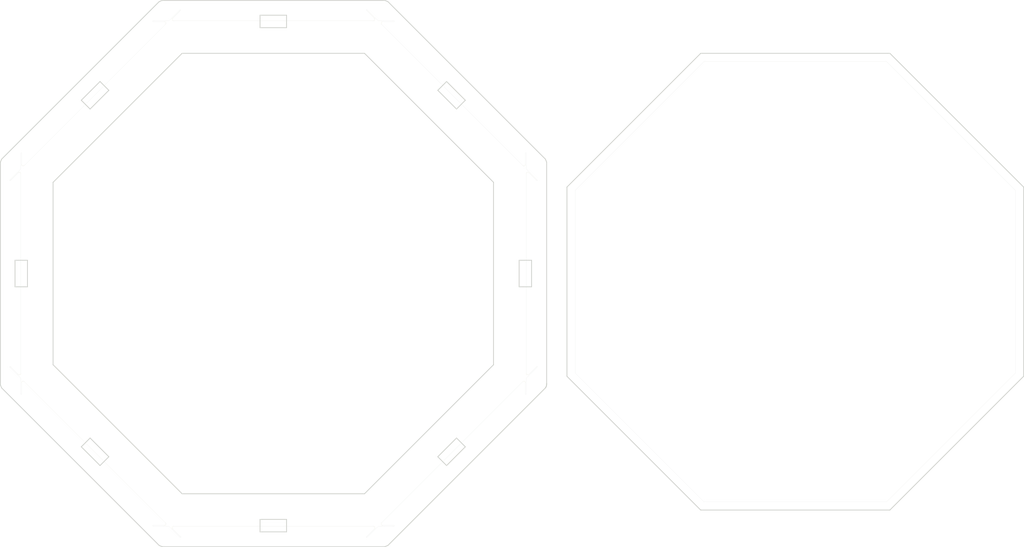
<source format=kicad_pcb>
(kicad_pcb (version 20240108) (generator "pcbnew") (generator_version "8.0")
  (layers (0 "F.Cu" signal) (31 "B.Cu" signal) (34 "B.Paste" user) (35 "F.Paste" user) (36 "B.SilkS" user "B.Silkscreen") (37 "F.SilkS" user "F.Silkscreen") (38 "B.Mask" user) (39 "F.Mask" user) (44 "Edge.Cuts" user))
  (net 0 "")
  (gr_line (start 129.74513 -23.815635) (end 129.751532 -23.814774) (stroke (width 0.01)) (layer "Edge.Cuts"))
  (gr_line (start 85.775753 -67.551173) (end 85.770683 -67.547171) (stroke (width 0.01)) (layer "Edge.Cuts"))
  (gr_line (start 86.594143 -5.798141) (end 86.592785 -5.804455) (stroke (width 0.01)) (layer "Edge.Cuts"))
  (gr_line (start 129.662348 -23.806647) (end 129.668488 -23.80865) (stroke (width 0.01)) (layer "Edge.Cuts"))
  (gr_line (start 129.738703 -23.816274) (end 129.74513 -23.815635) (stroke (width 0.01)) (layer "Edge.Cuts"))
  (gr_line (start 130.323128 -49.379305) (end 130.327471 -49.374523) (stroke (width 0.01)) (layer "Edge.Cuts"))
  (gr_line (start 112.210594 -67.698322) (end 112.210788 -67.704778) (stroke (width 0.01)) (layer "Edge.Cuts"))
  (gr_line (start 68.054152 -24.767444) (end 68.054686 -24.761007) (stroke (width 0.01)) (layer "Edge.Cuts"))
  (gr_line (start 86.591384 -68.131286) (end 86.590524 -68.137687) (stroke (width 0.01)) (layer "Edge.Cuts"))
  (gr_line (start 111.439097 -5.744466) (end 111.435682 -5.738984) (stroke (width 0.01)) (layer "Edge.Cuts"))
  (gr_line (start 129.712888 -50.183397) (end 129.706446 -50.183872) (stroke (width 0.01)) (layer "Edge.Cuts"))
  (gr_line (start 112.228097 -6.383087) (end 112.230928 -6.388893) (stroke (width 0.01)) (layer "Edge.Cuts"))
  (gr_line (start 67.819355 -49.431761) (end 67.825619 -49.433336) (stroke (width 0.01)) (layer "Edge.Cuts"))
  (gr_line (start 67.766463 -49.408203) (end 67.771945 -49.411618) (stroke (width 0.01)) (layer "Edge.Cuts"))
  (gr_line (start 130.158765 -24.563905) (end 130.152397 -24.564986) (stroke (width 0.01)) (layer "Edge.Cuts"))
  (gr_line (start 68.041491 -49.321211) (end 68.043805 -49.31518) (stroke (width 0.01)) (layer "Edge.Cuts"))
  (gr_line (start 130.001561 -49.226141) (end 130.000806 -49.232556) (stroke (width 0.01)) (layer "Edge.Cuts"))
  (gr_line (start 112.246975 -6.19321) (end 112.243237 -6.198477) (stroke (width 0.01)) (layer "Edge.Cuts"))
  (gr_line (start 86.73711 -67.976539) (end 86.730819 -67.978) (stroke (width 0.01)) (layer "Edge.Cuts"))
  (gr_line (start 129.644392 -23.799382) (end 129.650292 -23.80201) (stroke (width 0.01)) (layer "Edge.Cuts"))
  (gr_line (start 68.011768 -24.629099) (end 68.007549 -24.624209) (stroke (width 0.01)) (layer "Edge.Cuts"))
  (gr_line (start 111.465073 -68.144115) (end 111.464434 -68.137687) (stroke (width 0.01)) (layer "Edge.Cuts"))
  (gr_line (start 68.055084 -49.251904) (end 68.054996 -49.245445) (stroke (width 0.01)) (layer "Edge.Cuts"))
  (gr_line (start 112.260395 -67.568857) (end 112.256088 -67.57367) (stroke (width 0.01)) (layer "Edge.Cuts"))
  (gr_line (start 85.838353 -6.256974) (end 85.836619 -6.250752) (stroke (width 0.01)) (layer "Edge.Cuts"))
  (gr_line (start 111.442321 -5.750063) (end 111.439097 -5.744466) (stroke (width 0.01)) (layer "Edge.Cuts"))
  (gr_line (start 68.210557 -50.227508) (end 68.205704 -50.231771) (stroke (width 0.01)) (layer "Edge.Cuts"))
  (gr_line (start 86.672083 -68.004102) (end 86.666782 -68.007792) (stroke (width 0.01)) (layer "Edge.Cuts"))
  (gr_line (start 129.596335 -50.232916) (end 129.591673 -50.237386) (stroke (width 0.01)) (layer "Edge.Cuts"))
  (gr_line (start 111.311509 -67.975295) (end 111.305131 -67.974272) (stroke (width 0.01)) (layer "Edge.Cuts"))
  (gr_line (start 68.055084 -24.748096) (end 68.054949 -24.741639) (stroke (width 0.01)) (layer "Edge.Cuts"))
  (gr_line (start 174.59798 -64) (end 151.40202 -64) (stroke (width 0.1)) (layer "Edge.Cuts"))
  (gr_line (start 129.906279 -23.669048) (end 129.907522 -23.66271) (stroke (width 0.01)) (layer "Edge.Cuts"))
  (gr_line (start 111.435682 -5.738984) (end 111.432079 -5.733623) (stroke (width 0.01)) (layer "Edge.Cuts"))
  (gr_line (start 130.318623 -49.383934) (end 130.323128 -49.379305) (stroke (width 0.01)) (layer "Edge.Cuts"))
  (gr_line (start 85.744931 -6.138819) (end 85.739172 -6.135894) (stroke (width 0.01)) (layer "Edge.Cuts"))
  (gr_line (start 130.009048 -49.309073) (end 130.011153 -49.31518) (stroke (width 0.01)) (layer "Edge.Cuts"))
  (gr_line (start 85.770683 -67.547171) (end 85.765478 -67.543346) (stroke (width 0.01)) (layer "Edge.Cuts"))
  (gr_line (start 111.941692 -67.97767) (end 111.800271 -68.036248) (stroke (width 0.01)) (layer "Edge.Cuts"))
  (gr_line (start 129.909491 -50.388764) (end 129.910025 -50.382327) (stroke (width 0.01)) (layer "Edge.Cuts"))
  (gr_line (start 85.821001 -6.394598) (end 85.82403 -6.388893) (stroke (width 0.01)) (layer "Edge.Cuts"))
  (gr_line (start 68.045909 -49.309073) (end 68.047801 -49.302898) (stroke (width 0.01)) (layer "Edge.Cuts"))
  (gr_line (start 67.794953 -24.57667) (end 67.789053 -24.579298) (stroke (width 0.01)) (layer "Edge.Cuts"))
  (gr_line (start 86.601726 -68.226538) (end 86.604149 -68.232525) (stroke (width 0.01)) (layer "Edge.Cuts"))
  (gr_line (start 68.231349 -50.212204) (end 68.225956 -50.215758) (stroke (width 0.01)) (layer "Edge.Cuts"))
  (gr_line (start 86.769118 -67.97253) (end 86.762668 -67.972889) (stroke (width 0.01)) (layer "Edge.Cuts"))
  (gr_line (start 129.910288 -50.362959) (end 129.909929 -50.35651) (stroke (width 0.01)) (layer "Edge.Cuts"))
  (gr_line (start 85.843607 -67.678967) (end 85.84291 -67.672546) (stroke (width 0.01)) (layer "Edge.Cuts"))
  (gr_line (start 130.061043 -24.61045) (end 130.056341 -24.614879) (stroke (width 0.01)) (layer "Edge.Cuts"))
  (gr_line (start 130.309148 -49.392711) (end 130.313961 -49.388405) (stroke (width 0.01)) (layer "Edge.Cuts"))
  (gr_line (start 68.049809 -49.914214) (end 67.991231 -49.772792) (stroke (width 0.01)) (layer "Edge.Cuts"))
  (gr_line (start 112.294814 -6.460296) (end 112.300271 -6.463752) (stroke (width 0.01)) (layer "Edge.Cuts"))
  (gr_line (start 85.702819 -67.877339) (end 85.709056 -67.875662) (stroke (width 0.01)) (layer "Edge.Cuts"))
  (gr_line (start 85.677402 -6.11813) (end 85.670969 -6.117549) (stroke (width 0.01)) (layer "Edge.Cuts"))
  (gr_line (start 130.343114 -49.353985) (end 130.34657 -49.348528) (stroke (width 0.01)) (layer "Edge.Cuts"))
  (gr_line (start 111.421292 -5.961583) (end 111.425385 -5.956586) (stroke (width 0.01)) (layer "Edge.Cuts"))
  (gr_line (start 130.000948 -24.728757) (end 130.000367 -24.73519) (stroke (width 0.01)) (layer "Edge.Cuts"))
  (gr_line (start 129.853956 -23.763801) (end 129.858502 -23.759213) (stroke (width 0.01)) (layer "Edge.Cuts"))
  (gr_line (start 68.373999 -50.187984) (end 68.367684 -50.186627) (stroke (width 0.01)) (layer "Edge.Cuts"))
  (gr_line (start 111.436595 -68.05921) (end 111.433041 -68.053816) (stroke (width 0.01)) (layer "Edge.Cuts"))
  (gr_line (start 112.211205 -67.711224) (end 112.211844 -67.717652) (stroke (width 0.01)) (layer "Edge.Cuts"))
  (gr_line (start 86.648174 -5.704351) (end 86.643545 -5.708855) (stroke (width 0.01)) (layer "Edge.Cuts"))
  (gr_line (start 129.882222 -50.27135) (end 129.878716 -50.265925) (stroke (width 0.01)) (layer "Edge.Cuts"))
  (gr_line (start 85.834126 -6.365131) (end 85.836129 -6.358991) (stroke (width 0.01)) (layer "Edge.Cuts"))
  (gr_line (start 112.25195 -6.42137) (end 112.256088 -6.42633) (stroke (width 0.01)) (layer "Edge.Cuts"))
  (gr_line (start 100.625 -6.855971) (end 100.625 -5.330232) (stroke (width 0.1)) (layer "Edge.Cuts"))
  (gr_line (start 112.243237 -6.198477) (end 112.239683 -6.20387) (stroke (width 0.01)) (layer "Edge.Cuts"))
  (gr_line (start 86.592785 -5.804455) (end 86.591646 -5.810813) (stroke (width 0.01)) (layer "Edge.Cuts"))
  (gr_line (start 86.113265 -67.97767) (end 84.227479 -67.97767) (stroke (width 0.01)) (layer "Edge.Cuts"))
  (gr_line (start 129.834269 -50.219496) (end 129.829002 -50.215758) (stroke (width 0.01)) (layer "Edge.Cuts"))
  (gr_line (start 130.086688 -24.590884) (end 130.081295 -24.594438) (stroke (width 0.01)) (layer "Edge.Cuts"))
  (gr_line (start 111.428293 -5.72839) (end 111.424328 -5.723291) (stroke (width 0.01)) (layer "Edge.Cuts"))
  (gr_line (start 111.448181 -5.761574) (end 111.445351 -5.755768) (stroke (width 0.01)) (layer "Edge.Cuts"))
  (gr_line (start 111.460815 -68.201859) (end 111.462173 -68.195545) (stroke (width 0.01)) (layer "Edge.Cuts"))
  (gr_line (start 85.83792 -67.647215) (end 85.836129 -67.641009) (stroke (width 0.01)) (layer "Edge.Cuts"))
  (gr_line (start 68.148395 -23.592089) (end 68.147198 -23.598436) (stroke (width 0.01)) (layer "Edge.Cuts"))
  (gr_line (start 174.183766 -9) (end 190 -24.816234) (stroke (width 0.01)) (layer "Edge.Cuts"))
  (gr_line (start 85.827569 -67.773427) (end 85.830144 -67.767503) (stroke (width 0.01)) (layer "Edge.Cuts"))
  (gr_line (start 112.288103 -6.152453) (end 112.282932 -6.156324) (stroke (width 0.01)) (layer "Edge.Cuts"))
  (gr_line (start 67.708388 -24.651472) (end 66.728489 -25.631371) (stroke (width 0.01)) (layer "Edge.Cuts"))
  (gr_line (start 112.243237 -67.801523) (end 112.246975 -67.80679) (stroke (width 0.01)) (layer "Edge.Cuts"))
  (gr_line (start 68.410566 -50.200618) (end 68.404665 -50.19799) (stroke (width 0.01)) (layer "Edge.Cuts"))
  (gr_line (start 68.453809 -50.228609) (end 68.448849 -50.224471) (stroke (width 0.01)) (layer "Edge.Cuts"))
  (gr_line (start 129.89683 -23.69989) (end 129.899144 -23.69386) (stroke (width 0.01)) (layer "Edge.Cuts"))
  (gr_line (start 130.184496 -24.561795) (end 130.178039 -24.561989) (stroke (width 0.01)) (layer "Edge.Cuts"))
  (gr_line (start 129.606108 -50.224471) (end 129.601149 -50.228609) (stroke (width 0.01)) (layer "Edge.Cuts"))
  (gr_line (start 112.256088 -67.57367) (end 112.25195 -67.57863) (stroke (width 0.01)) (layer "Edge.Cuts"))
  (gr_line (start 111.381464 -68.315635) (end 111.386798 -68.311993) (stroke (width 0.01)) (layer "Edge.Cuts"))
  (gr_line (start 85.836129 -6.358991) (end 85.83792 -6.352785) (stroke (width 0.01)) (layer "Edge.Cuts"))
  (gr_line (start 112.279205 -67.551173) (end 112.274276 -67.555347) (stroke (width 0.01)) (layer "Edge.Cuts"))
  (gr_line (start 130.009048 -24.690927) (end 130.007156 -24.697102) (stroke (width 0.01)) (layer "Edge.Cuts"))
  (gr_line (start 86.589884 -5.855885) (end 86.590524 -5.862313) (stroke (width 0.01)) (layer "Edge.Cuts"))
  (gr_line (start 85.82686 -6.383087) (end 85.829488 -6.377186) (stroke (width 0.01)) (layer "Edge.Cuts"))
  (gr_line (start 112.211351 -67.678967) (end 112.210876 -67.685409) (stroke (width 0.01)) (layer "Edge.Cuts"))
  (gr_line (start 130.309148 -24.607289) (end 130.304188 -24.60315) (stroke (width 0.01)) (layer "Edge.Cuts"))
  (gr_line (start 129.627284 -50.209702) (end 129.621802 -50.213118) (stroke (width 0.01)) (layer "Edge.Cuts"))
  (gr_line (start 86.700321 -6.011492) (end 86.706268 -6.014012) (stroke (width 0.01)) (layer "Edge.Cuts"))
  (gr_line (start 112.288103 -67.847547) (end 112.293404 -67.851237) (stroke (width 0.01)) (layer "Edge.Cuts"))
  (gr_line (start 112.294814 -67.539704) (end 112.28948 -67.543346) (stroke (width 0.01)) (layer "Edge.Cuts"))
  (gr_line (start 86.599512 -68.22047) (end 86.601726 -68.226538) (stroke (width 0.01)) (layer "Edge.Cuts"))
  (gr_line (start 112.227389 -67.773427) (end 112.230166 -67.779259) (stroke (width 0.01)) (layer "Edge.Cuts"))
  (gr_line (start 129.905148 -22.2) (end 130.005148 -22.2) (stroke (width 0.01)) (layer "Edge.Cuts"))
  (gr_line (start 112.282932 -6.156324) (end 112.277899 -6.160372) (stroke (width 0.01)) (layer "Edge.Cuts"))
  (gr_line (start 86.769118 -6.02747) (end 86.775575 -6.027605) (stroke (width 0.01)) (layer "Edge.Cuts"))
  (gr_line (start 111.42019 -68.281669) (end 111.424328 -68.276709) (stroke (width 0.01)) (layer "Edge.Cuts"))
  (gr_line (start 68.023377 -24.644605) (end 68.019687 -24.639304) (stroke (width 0.01)) (layer "Edge.Cuts"))
  (gr_line (start 112.383989 -6.117549) (end 112.377556 -6.11813) (stroke (width 0.01)) (layer "Edge.Cuts"))
  (gr_line (start 68.416372 -50.203449) (end 68.410566 -50.200618) (stroke (width 0.01)) (layer "Edge.Cuts"))
  (gr_line (start 112.441692 -6.12233) (end 112.43539 -6.120916) (stroke (width 0.01)) (layer "Edge.Cuts"))
  (gr_line (start 129.867107 -23.74958) (end 129.871154 -23.744547) (stroke (width 0.01)) (layer "Edge.Cuts"))
  (gr_line (start 68.39261 -50.193353) (end 68.38647 -50.19135) (stroke (width 0.01)) (layer "Edge.Cuts"))
  (gr_line (start 67.783247 -24.582128) (end 67.777542 -24.585157) (stroke (width 0.01)) (layer "Edge.Cuts"))
  (gr_line (start 111.465654 -5.836524) (end 111.465402 -5.83007) (stroke (width 0.01)) (layer "Edge.Cuts"))
  (gr_line (start 130.247949 -49.427967) (end 130.254017 -49.425753) (stroke (width 0.01)) (layer "Edge.Cuts"))
  (gr_line (start 110.183766 -64) (end 87.816234 -64) (stroke (width 0.1)) (layer "Edge.Cuts"))
  (gr_line (start 130.331645 -24.630406) (end 130.327471 -24.625477) (stroke (width 0.01)) (layer "Edge.Cuts"))
  (gr_line (start 68.290731 -23.812393) (end 68.297058 -23.813693) (stroke (width 0.01)) (layer "Edge.Cuts"))
  (gr_line (start 111.429303 -68.048549) (end 111.425385 -68.043414) (stroke (width 0.01)) (layer "Edge.Cuts"))
  (gr_line (start 85.844082 -6.314591) (end 85.844334 -6.308137) (stroke (width 0.01)) (layer "Edge.Cuts"))
  (gr_line (start 110.396108 -69.29899) (end 111.376007 -68.319091) (stroke (width 0.01)) (layer "Edge.Cuts"))
  (gr_line (start 111.451464 -5.912164) (end 111.453832 -5.906155) (stroke (width 0.01)) (layer "Edge.Cuts"))
  (gr_line (start 86.618362 -68.05921) (end 86.614997 -68.064722) (stroke (width 0.01)) (layer "Edge.Cuts"))
  (gr_line (start 85.645152 -67.882546) (end 85.651603 -67.882856) (stroke (width 0.01)) (layer "Edge.Cuts"))
  (gr_line (start 111.463574 -68.131286) (end 111.462492 -68.124918) (stroke (width 0.01)) (layer "Edge.Cuts"))
  (gr_line (start 112.236317 -67.790617) (end 112.239683 -67.79613) (stroke (width 0.01)) (layer "Edge.Cuts"))
  (gr_line (start 86.619276 -5.738984) (end 86.61586 -5.744466) (stroke (width 0.01)) (layer "Edge.Cuts"))
  (gr_line (start 86.592465 -68.124918) (end 86.591384 -68.131286) (stroke (width 0.01)) (layer "Edge.Cuts"))
  (gr_line (start 85.843753 -6.288776) (end 85.843114 -6.282348) (stroke (width 0.01)) (layer "Edge.Cuts"))
  (gr_line (start 67.998617 -49.385121) (end 68.003163 -49.380534) (stroke (width 0.01)) (layer "Edge.Cuts"))
  (gr_line (start 85.780682 -6.444653) (end 85.785464 -6.44031) (stroke (width 0.01)) (layer "Edge.Cuts"))
  (gr_line (start 111.462173 -5.804455) (end 111.460815 -5.798141) (stroke (width 0.01)) (layer "Edge.Cuts"))
  (gr_line (start 129.871154 -50.255453) (end 129.867107 -50.25042) (stroke (width 0.01)) (layer "Edge.Cuts"))
  (gr_line (start 130.001561 -24.773859) (end 130.002537 -24.780244) (stroke (width 0.01)) (layer "Edge.Cuts"))
  (gr_line (start 85.775753 -6.448827) (end 85.780682 -6.444653) (stroke (width 0.01)) (layer "Edge.Cuts"))
  (gr_line (start 68.15014 -23.67534) (end 68.151817 -23.681577) (stroke (width 0.01)) (layer "Edge.Cuts"))
  (gr_line (start 68.309827 -50.184365) (end 68.303426 -50.185226) (stroke (width 0.01)) (layer "Edge.Cuts"))
  (gr_line (start 68.484132 -50.262001) (end 68.480308 -50.256796) (stroke (width 0.01)) (layer "Edge.Cuts"))
  (gr_line (start 190 -47.183766) (end 174.183766 -63) (stroke (width 0.01)) (layer "Edge.Cuts"))
  (gr_line (start 85.786692 -67.831023) (end 85.79128 -67.826477) (stroke (width 0.01)) (layer "Edge.Cuts"))
  (gr_line (start 85.785464 -67.55969) (end 85.780682 -67.555347) (stroke (width 0.01)) (layer "Edge.Cuts"))
  (gr_line (start 68.187851 -50.25042) (end 68.183803 -50.255453) (stroke (width 0.01)) (layer "Edge.Cuts"))
  (gr_line (start 68.491231 -23.727208) (end 85.754687 -6.463752) (stroke (width 0.01)) (layer "Edge.Cuts"))
  (gr_line (start 68.487775 -23.732665) (end 68.491231 -23.727208) (stroke (width 0.01)) (layer "Edge.Cuts"))
  (gr_line (start 130.254017 -24.574247) (end 130.247949 -24.572033) (stroke (width 0.01)) (layer "Edge.Cuts"))
  (gr_line (start 68.05459 -24.73519) (end 68.05401 -24.728757) (stroke (width 0.01)) (layer "Edge.Cuts"))
  (gr_line (start 68.049809 -24.792893) (end 68.051224 -24.786591) (stroke (width 0.01)) (layer "Edge.Cuts"))
  (gr_line (start 130.013466 -24.678789) (end 130.011153 -24.68482) (stroke (width 0.01)) (layer "Edge.Cuts"))
  (gr_line (start 66.657778 -48.43934) (end 66.728489 -48.368629) (stroke (width 0.01)) (layer "Edge.Cuts"))
  (gr_line (start 111.393346 -5.988336) (end 111.398379 -5.984289) (stroke (width 0.01)) (layer "Edge.Cuts"))
  (gr_line (start 132.410105 -23.04853) (end 132.395478 -23.024014) (stroke (width 0.1)) (layer "Edge.Cuts"))
  (gr_line (start 130.139792 -49.432195) (end 130.14607 -49.433713) (stroke (width 0.01)) (layer "Edge.Cuts"))
  (gr_line (start 85.772025 -67.843676) (end 85.777059 -67.839628) (stroke (width 0.01)) (layer "Edge.Cuts"))
  (gr_line (start 85.818641 -67.790617) (end 85.821814 -67.784991) (stroke (width 0.01)) (layer "Edge.Cuts"))
  (gr_line (start 67.838292 -24.564167) (end 67.831934 -24.565306) (stroke (width 0.01)) (layer "Edge.Cuts"))
  (gr_line (start 85.761554 -67.851237) (end 85.766855 -67.847547) (stroke (width 0.01)) (layer "Edge.Cuts"))
  (gr_line (start 68.05242 -24.780244) (end 68.053397 -24.773859) (stroke (width 0.01)) (layer "Edge.Cuts"))
  (gr_line (start 85.814361 -6.405677) (end 85.817777 -6.400195) (stroke (width 0.01)) (layer "Edge.Cuts"))
  (gr_line (start 86.589274 -68.157017) (end 86.589303 -68.163476) (stroke (width 0.01)) (layer "Edge.Cuts"))
  (gr_line (start 129.910025 -23.617673) (end 129.909491 -23.611236) (stroke (width 0.01)) (layer "Edge.Cuts"))
  (gr_line (start 86.597508 -68.21433) (end 86.599512 -68.22047) (stroke (width 0.01)) (layer "Edge.Cuts"))
  (gr_line (start 112.268266 -67.831023) (end 112.273008 -67.835409) (stroke (width 0.01)) (layer "Edge.Cuts"))
  (gr_line (start 130.304188 -49.39685) (end 130.309148 -49.392711) (stroke (width 0.01)) (layer "Edge.Cuts"))
  (gr_line (start 85.754687 -67.536248) (end 68.491231 -50.272792) (stroke (width 0.01)) (layer "Edge.Cuts"))
  (gr_line (start 129.829002 -50.215758) (end 129.823608 -50.212204) (stroke (width 0.01)) (layer "Edge.Cuts"))
  (gr_line (start 68.147435 -50.33729) (end 68.146412 -50.343668) (stroke (width 0.01)) (layer "Edge.Cuts"))
  (gr_line (start 112.240596 -6.405677) (end 112.244199 -6.411038) (stroke (width 0.01)) (layer "Edge.Cuts"))
  (gr_line (start 130.313961 -49.388405) (end 130.318623 -49.383934) (stroke (width 0.01)) (layer "Edge.Cuts"))
  (gr_line (start 67.330232 -38.625) (end 68.855971 -38.625) (stroke (width 0.1)) (layer "Edge.Cuts"))
  (gr_line (start 67.857549 -49.437923) (end 67.864003 -49.438176) (stroke (width 0.01)) (layer "Edge.Cuts"))
  (gr_line (start 68.051224 -49.213409) (end 68.049809 -49.207107) (stroke (width 0.01)) (layer "Edge.Cuts"))
  (gr_line (start 129.878716 -50.265925) (end 129.875026 -50.260624) (stroke (width 0.01)) (layer "Edge.Cuts"))
  (gr_line (start 67.838292 -49.435833) (end 67.844686 -49.436751) (stroke (width 0.01)) (layer "Edge.Cuts"))
  (gr_line (start 67.851107 -24.562552) (end 67.844686 -24.563249) (stroke (width 0.01)) (layer "Edge.Cuts"))
  (gr_line (start 130.051794 -24.619466) (end 130.047409 -24.624209) (stroke (width 0.01)) (layer "Edge.Cuts"))
  (gr_line (start 68.023377 -49.355395) (end 68.026882 -49.34997) (stroke (width 0.01)) (layer "Edge.Cuts"))
  (gr_line (start 130.165166 -49.436955) (end 130.171594 -49.437594) (stroke (width 0.01)) (layer "Edge.Cuts"))
  (gr_line (start 86.743449 -67.975295) (end 86.73711 -67.976539) (stroke (width 0.01)) (layer "Edge.Cuts"))
  (gr_line (start 111.417029 -68.033564) (end 111.4126 -68.028862) (stroke (width 0.01)) (layer "Edge.Cuts"))
  (gr_line (start 85.625915 -67.880281) (end 85.6323 -67.881257) (stroke (width 0.01)) (layer "Edge.Cuts"))
  (gr_line (start 129.627284 -23.790298) (end 129.632881 -23.793522) (stroke (width 0.01)) (layer "Edge.Cuts"))
  (gr_line (start 68.427673 -50.209702) (end 68.422077 -50.206478) (stroke (width 0.01)) (layer "Edge.Cuts"))
  (gr_line (start 130.339471 -24.640681) (end 130.335647 -24.635476) (stroke (width 0.01)) (layer "Edge.Cuts"))
  (gr_line (start 68.160648 -50.294163) (end 68.158127 -50.30011) (stroke (width 0.01)) (layer "Edge.Cuts"))
  (gr_line (start 130.047409 -49.375791) (end 130.051794 -49.380534) (stroke (width 0.01)) (layer "Edge.Cuts"))
  (gr_line (start 86.651688 -68.01993) (end 86.646945 -68.024316) (stroke (width 0.01)) (layer "Edge.Cuts"))
  (gr_line (start 67.736334 -49.383934) (end 67.740996 -49.388405) (stroke (width 0.01)) (layer "Edge.Cuts"))
  (gr_line (start 67.825619 -49.433336) (end 67.831934 -49.434694) (stroke (width 0.01)) (layer "Edge.Cuts"))
  (gr_line (start 85.733316 -6.133169) (end 85.727369 -6.130649) (stroke (width 0.01)) (layer "Edge.Cuts"))
  (gr_line (start 85.843114 -67.717652) (end 85.843753 -67.711224) (stroke (width 0.01)) (layer "Edge.Cuts"))
  (gr_line (start 129.706446 -23.816128) (end 129.712888 -23.816603) (stroke (width 0.01)) (layer "Edge.Cuts"))
  (gr_line (start 130.000367 -24.73519) (end 130.000009 -24.741639) (stroke (width 0.01)) (layer "Edge.Cuts"))
  (gr_line (start 112.216604 -6.256974) (end 112.215086 -6.263252) (stroke (width 0.01)) (layer "Edge.Cuts"))
  (gr_line (start 87.65885 -4.70101) (end 86.678951 -5.680909) (stroke (width 0.01)) (layer "Edge.Cuts"))
  (gr_line (start 129.909349 -50.350077) (end 129.908546 -50.343668) (stroke (width 0.01)) (layer "Edge.Cuts"))
  (gr_line (start 130.011153 -49.31518) (end 130.013466 -49.321211) (stroke (width 0.01)) (layer "Edge.Cuts"))
  (gr_line (start 68.003163 -24.619466) (end 67.998617 -24.614879) (stroke (width 0.01)) (layer "Edge.Cuts"))
  (gr_line (start 111.429303 -5.951451) (end 111.433041 -5.946184) (stroke (width 0.01)) (layer "Edge.Cuts"))
  (gr_line (start 68.172736 -23.72865) (end 68.176241 -23.734075) (stroke (width 0.01)) (layer "Edge.Cuts"))
  (gr_line (start 112.233957 -6.394598) (end 112.237181 -6.400195) (stroke (width 0.01)) (layer "Edge.Cuts"))
  (gr_line (start 68.054996 -49.245445) (end 68.054686 -49.238993) (stroke (width 0.01)) (layer "Edge.Cuts"))
  (gr_line (start 86.589556 -5.83007) (end 86.589303 -5.836524) (stroke (width 0.01)) (layer "Edge.Cuts"))
  (gr_line (start 112.339726 -67.87377) (end 112.345902 -67.875662) (stroke (width 0.01)) (layer "Edge.Cuts"))
  (gr_line (start 111.453232 -68.226538) (end 111.455446 -68.22047) (stroke (width 0.01)) (layer "Edge.Cuts"))
  (gr_line (start 112.422658 -67.881257) (end 112.429043 -67.880281) (stroke (width 0.01)) (layer "Edge.Cuts"))
  (gr_line (start 112.364769 -67.880044) (end 112.371147 -67.881067) (stroke (width 0.01)) (layer "Edge.Cuts"))
  (gr_line (start 68.38647 -50.19135) (end 68.380263 -50.189559) (stroke (width 0.01)) (layer "Edge.Cuts"))
  (gr_line (start 130.063727 -49.772792) (end 130.005148 -49.914214) (stroke (width 0.01)) (layer "Edge.Cuts"))
  (gr_line (start 68.329157 -50.183115) (end 68.3227 -50.183309) (stroke (width 0.01)) (layer "Edge.Cuts"))
  (gr_line (start 86.595284 -68.112313) (end 86.593766 -68.118591) (stroke (width 0.01)) (layer "Edge.Cuts"))
  (gr_line (start 129.693631 -50.185488) (end 129.687273 -50.186627) (stroke (width 0.01)) (layer "Edge.Cuts"))
  (gr_line (start 68.05401 -49.271243) (end 68.05459 -49.26481) (stroke (width 0.01)) (layer "Edge.Cuts"))
  (gr_line (start 130.028075 -49.34997) (end 130.03158 -49.355395) (stroke (width 0.01)) (layer "Edge.Cuts"))
  (gr_line (start 130.002774 -49.28403) (end 130.004017 -49.290368) (stroke (width 0.01)) (layer "Edge.Cuts"))
  (gr_line (start 67.962756 -24.587518) (end 67.957131 -24.584344) (stroke (width 0.01)) (layer "Edge.Cuts"))
  (gr_line (start 130.002774 -24.71597) (end 130.001751 -24.722348) (stroke (width 0.01)) (layer "Edge.Cuts"))
  (gr_line (start 130.299089 -49.400814) (end 130.304188 -49.39685) (stroke (width 0.01)) (layer "Edge.Cuts"))
  (gr_line (start 111.240888 -6.023745) (end 111.247235 -6.024942) (stroke (width 0.01)) (layer "Edge.Cuts"))
  (gr_line (start 86.749826 -67.974272) (end 86.743449 -67.975295) (stroke (width 0.01)) (layer "Edge.Cuts"))
  (gr_line (start 85.842253 -67.724053) (end 85.843114 -67.717652) (stroke (width 0.01)) (layer "Edge.Cuts"))
  (gr_line (start 86.609607 -5.755768) (end 86.606777 -5.761574) (stroke (width 0.01)) (layer "Edge.Cuts"))
  (gr_line (start 86.756235 -67.973469) (end 86.749826 -67.974272) (stroke (width 0.01)) (layer "Edge.Cuts"))
  (gr_line (start 129.144029 -35.375) (end 129.144029 -38.625) (stroke (width 0.1)) (layer "Edge.Cuts"))
  (gr_line (start 129.578652 -23.748274) (end 129.582826 -23.753203) (stroke (width 0.01)) (layer "Edge.Cuts"))
  (gr_line (start 129.891585 -50.288306) (end 129.88866 -50.282548) (stroke (width 0.01)) (layer "Edge.Cuts"))
  (gr_line (start 85.810758 -6.411038) (end 85.814361 -6.405677) (stroke (width 0.01)) (layer "Edge.Cuts"))
  (gr_line (start 68.215553 -23.776586) (end 68.220689 -23.780504) (stroke (width 0.01)) (layer "Edge.Cuts"))
  (gr_line (start 112.216604 -67.743026) (end 112.218338 -67.749248) (stroke (width 0.01)) (layer "Edge.Cuts"))
  (gr_line (start 86.621917 -5.946184) (end 86.625655 -5.951451) (stroke (width 0.01)) (layer "Edge.Cuts"))
  (gr_line (start 129.909491 -23.611236) (end 129.908736 -23.604821) (stroke (width 0.01)) (layer "Edge.Cuts"))
  (gr_line (start 68.380263 -50.189559) (end 68.373999 -50.187984) (stroke (width 0.01)) (layer "Edge.Cuts"))
  (gr_line (start 129.905148 -23.585786) (end 129.905148 -22.2) (stroke (width 0.01)) (layer "Edge.Cuts"))
  (gr_line (start 111.433041 -68.053816) (end 111.429303 -68.048549) (stroke (width 0.01)) (layer "Edge.Cuts"))
  (gr_line (start 86.807722 -6.024942) (end 86.81407 -6.023745) (stroke (width 0.01)) (layer "Edge.Cuts"))
  (gr_line (start 85.807982 -67.80679) (end 85.811721 -67.801523) (stroke (width 0.01)) (layer "Edge.Cuts"))
  (gr_line (start 111.234586 -67.97767) (end 86.820372 -67.97767) (stroke (width 0.01)) (layer "Edge.Cuts"))
  (gr_line (start 99.027479 -6.02233) (end 111.234586 -6.02233) (stroke (width 0.01)) (layer "Edge.Cuts"))
  (gr_line (start 129.891585 -23.711694) (end 129.89431 -23.705837) (stroke (width 0.01)) (layer "Edge.Cuts"))
  (gr_line (start 129.89683 -50.30011) (end 129.89431 -50.294163) (stroke (width 0.01)) (layer "Edge.Cuts"))
  (gr_line (start 86.712299 -6.016326) (end 86.718405 -6.01843) (stroke (width 0.01)) (layer "Edge.Cuts"))
  (gr_line (start 111.448889 -68.081912) (end 111.446112 -68.07608) (stroke (width 0.01)) (layer "Edge.Cuts"))
  (gr_line (start 112.215463 -67.65348) (end 112.214105 -67.659794) (stroke (width 0.01)) (layer "Edge.Cuts"))
  (gr_line (start 85.824792 -67.779259) (end 85.827569 -67.773427) (stroke (width 0.01)) (layer "Edge.Cuts"))
  (gr_line (start 129.910025 -50.382327) (end 129.910335 -50.375875) (stroke (width 0.01)) (layer "Edge.Cuts"))
  (gr_line (start 85.827569 -6.226573) (end 85.824792 -6.220741) (stroke (width 0.01)) (layer "Edge.Cuts"))
  (gr_line (start 112.215086 -6.263252) (end 112.213786 -6.269579) (stroke (width 0.01)) (layer "Edge.Cuts"))
  (gr_line (start 85.696527 -6.121199) (end 85.690189 -6.119956) (stroke (width 0.01)) (layer "Edge.Cuts"))
  (gr_line (start 68.410566 -23.799382) (end 68.416372 -23.796551) (stroke (width 0.01)) (layer "Edge.Cuts"))
  (gr_line (start 85.829488 -6.377186) (end 85.831911 -6.371199) (stroke (width 0.01)) (layer "Edge.Cuts"))
  (gr_line (start 111.45794 -5.893909) (end 111.459674 -5.887687) (stroke (width 0.01)) (layer "Edge.Cuts"))
  (gr_line (start 130.203851 -49.437448) (end 130.210272 -49.436751) (stroke (width 0.01)) (layer "Edge.Cuts"))
  (gr_line (start 67.723313 -24.630406) (end 67.719311 -24.635476) (stroke (width 0.01)) (layer "Edge.Cuts"))
  (gr_line (start 67.908888 -49.433713) (end 67.915166 -49.432195) (stroke (width 0.01)) (layer "Edge.Cuts"))
  (gr_line (start 112.390438 -67.882809) (end 112.396896 -67.882944) (stroke (width 0.01)) (layer "Edge.Cuts"))
  (gr_line (start 86.678951 -68.319091) (end 87.65885 -69.29899) (stroke (width 0.01)) (layer "Edge.Cuts"))
  (gr_line (start 130.004017 -49.290368) (end 130.005479 -49.29666) (stroke (width 0.01)) (layer "Edge.Cuts"))
  (gr_line (start 86.594143 -68.201859) (end 86.595718 -68.208124) (stroke (width 0.01)) (layer "Edge.Cuts"))
  (gr_line (start 86.688706 -6.005842) (end 86.694465 -6.008767) (stroke (width 0.01)) (layer "Edge.Cuts"))
  (gr_line (start 112.217038 -67.647215) (end 112.215463 -67.65348) (stroke (width 0.01)) (layer "Edge.Cuts"))
  (gr_line (start 67.831934 -24.565306) (end 67.825619 -24.566664) (stroke (width 0.01)) (layer "Edge.Cuts"))
  (gr_line (start 68.458622 -50.232916) (end 68.453809 -50.228609) (stroke (width 0.01)) (layer "Edge.Cuts"))
  (gr_line (start 85.841991 -6.333848) (end 85.84291 -6.327454) (stroke (width 0.01)) (layer "Edge.Cuts"))
  (gr_line (start 85.830144 -67.767503) (end 85.832512 -67.761494) (stroke (width 0.01)) (layer "Edge.Cuts"))
  (gr_line (start 67.819355 -24.568239) (end 67.813149 -24.570029) (stroke (width 0.01)) (layer "Edge.Cuts"))
  (gr_line (start 111.432079 -5.733623) (end 111.428293 -5.72839) (stroke (width 0.01)) (layer "Edge.Cuts"))
  (gr_line (start 111.366252 -6.005842) (end 111.371906 -6.002719) (stroke (width 0.01)) (layer "Edge.Cuts"))
  (gr_line (start 68.34207 -23.816603) (end 68.348512 -23.816128) (stroke (width 0.01)) (layer "Edge.Cuts"))
  (gr_line (start 67.807009 -24.572033) (end 67.800941 -24.574247) (stroke (width 0.01)) (layer "Edge.Cuts"))
  (gr_line (start 112.396896 -6.117056) (end 112.390438 -6.117191) (stroke (width 0.01)) (layer "Edge.Cuts"))
  (gr_line (start 85.817777 -67.599805) (end 85.814361 -67.594323) (stroke (width 0.01)) (layer "Edge.Cuts"))
  (gr_line (start 112.239683 -67.79613) (end 112.243237 -67.801523) (stroke (width 0.01)) (layer "Edge.Cuts"))
  (gr_line (start 111.388175 -68.007792) (end 111.382874 -68.004102) (stroke (width 0.01)) (layer "Edge.Cuts"))
  (gr_line (start 130.076028 -49.401824) (end 130.081295 -49.405562) (stroke (width 0.01)) (layer "Edge.Cuts"))
  (gr_line (start 85.760143 -6.460296) (end 85.765478 -6.456654) (stroke (width 0.01)) (layer "Edge.Cuts"))
  (gr_line (start 68.44375 -23.779494) (end 68.448849 -23.775529) (stroke (width 0.01)) (layer "Edge.Cuts"))
  (gr_line (start 130.000009 -49.258361) (end 130.000367 -49.26481) (stroke (width 0.01)) (layer "Edge.Cuts"))
  (gr_line (start 132.479429 -23.204835) (end 132.47014 -23.177841) (stroke (width 0.1)) (layer "Edge.Cuts"))
  (gr_line (start 86.622879 -5.733623) (end 86.619276 -5.738984) (stroke (width 0.01)) (layer "Edge.Cuts"))
  (gr_line (start 111.448889 -5.918088) (end 111.451464 -5.912164) (stroke (width 0.01)) (layer "Edge.Cuts"))
  (gr_line (start 68.491231 -50.272792) (end 68.487775 -50.267335) (stroke (width 0.01)) (layer "Edge.Cuts"))
  (gr_line (start 130.299089 -24.599186) (end 130.293856 -24.5954) (stroke (width 0.01)) (layer "Edge.Cuts"))
  (gr_line (start 132.51598 -23.54302) (end 132.518308 -23.514567) (stroke (width 0.1)) (layer "Edge.Cuts"))
  (gr_line (start 111.305131 -6.025728) (end 111.311509 -6.024705) (stroke (width 0.01)) (layer "Edge.Cuts"))
  (gr_line (start 72 -48.183766) (end 72 -25.816234) (stroke (width 0.1)) (layer "Edge.Cuts"))
  (gr_line (start 112.441692 -67.87767) (end 113.827479 -67.87767) (stroke (width 0.01)) (layer "Edge.Cuts"))
  (gr_line (start 132.395478 -23.024014) (end 132.380017 -23.000017) (stroke (width 0.1)) (layer "Edge.Cuts"))
  (gr_line (start 111.386798 -5.688007) (end 111.381464 -5.684365) (stroke (width 0.01)) (layer "Edge.Cuts"))
  (gr_line (start 86.643545 -5.708855) (end 86.639074 -5.713517) (stroke (width 0.01)) (layer "Edge.Cuts"))
  (gr_line (start 112.240596 -67.594323) (end 112.237181 -67.599805) (stroke (width 0.01)) (layer "Edge.Cuts"))
  (gr_line (start 129.616441 -23.78328) (end 129.621802 -23.786882) (stroke (width 0.01)) (layer "Edge.Cuts"))
  (gr_line (start 85.00452 -3.664216) (end 65.692172 -22.976565) (stroke (width 0.1)) (layer "Edge.Cuts"))
  (gr_line (start 68.049809 -22.2) (end 68.149809 -22.2) (stroke (width 0.01)) (layer "Edge.Cuts"))
  (gr_line (start 112.247985 -67.583729) (end 112.244199 -67.588962) (stroke (width 0.01)) (layer "Edge.Cuts"))
  (gr_line (start 67.864003 -24.561824) (end 67.857549 -24.562077) (stroke (width 0.01)) (layer "Edge.Cuts"))
  (gr_line (start 111.371906 -67.997281) (end 111.366252 -67.994158) (stroke (width 0.01)) (layer "Edge.Cuts"))
  (gr_line (start 67.876918 -24.561989) (end 67.870462 -24.561795) (stroke (width 0.01)) (layer "Edge.Cuts"))
  (gr_line (start 111.460815 -5.798141) (end 111.45924 -5.791876) (stroke (width 0.01)) (layer "Edge.Cuts"))
  (gr_line (start 129.878716 -23.734075) (end 129.882222 -23.72865) (stroke (width 0.01)) (layer "Edge.Cuts"))
  (gr_line (start 67.883364 -24.562406) (end 67.876918 -24.561989) (stroke (width 0.01)) (layer "Edge.Cuts"))
  (gr_line (start 68.259975 -50.197335) (end 68.254052 -50.19991) (stroke (width 0.01)) (layer "Edge.Cuts"))
  (gr_line (start 111.462492 -68.124918) (end 111.461192 -68.118591) (stroke (width 0.01)) (layer "Edge.Cuts"))
  (gr_line (start 191 -47.59798) (end 174.59798 -64) (stroke (width 0.1)) (layer "Edge.Cuts"))
  (gr_line (start 130.178039 -24.561989) (end 130.171594 -24.562406) (stroke (width 0.01)) (layer "Edge.Cuts"))
  (gr_line (start 112.377556 -6.11813) (end 112.371147 -6.118933) (stroke (width 0.01)) (layer "Edge.Cuts"))
  (gr_line (start 111.446112 -68.07608) (end 111.443135 -68.070348) (stroke (width 0.01)) (layer "Edge.Cuts"))
  (gr_line (start 111.25362 -67.974082) (end 111.247235 -67.975058) (stroke (width 0.01)) (layer "Edge.Cuts"))
  (gr_line (start 129.563727 -23.727208) (end 129.567183 -23.732665) (stroke (width 0.01)) (layer "Edge.Cuts"))
  (gr_line (start 68.033321 -24.661227) (end 68.030198 -24.655573) (stroke (width 0.01)) (layer "Edge.Cuts"))
  (gr_line (start 130.000367 -49.26481) (end 130.000948 -49.271243) (stroke (width 0.01)) (layer "Edge.Cuts"))
  (gr_line (start 130.092201 -49.412482) (end 130.097827 -49.415656) (stroke (width 0.01)) (layer "Edge.Cuts"))
  (gr_line (start 111.330376 -6.020323) (end 111.336552 -6.01843) (stroke (width 0.01)) (layer "Edge.Cuts"))
  (gr_line (start 130.260004 -24.57667) (end 130.254017 -24.574247) (stroke (width 0.01)) (layer "Edge.Cuts"))
  (gr_line (start 67.813149 -24.570029) (end 67.807009 -24.572033) (stroke (width 0.01)) (layer "Edge.Cuts"))
  (gr_line (start 130.061043 -49.38955) (end 130.065896 -49.393813) (stroke (width 0.01)) (layer "Edge.Cuts"))
  (gr_line (start 85.645152 -6.117454) (end 85.638715 -6.117988) (stroke (width 0.01)) (layer "Edge.Cuts"))
  (gr_line (start 86.657884 -68.304166) (end 86.662954 -68.308168) (stroke (width 0.01)) (layer "Edge.Cuts"))
  (gr_line (start 84.227479 -6.12233) (end 84.227479 -6.02233) (stroke (width 0.01)) (layer "Edge.Cuts"))
  (gr_line (start 68.472132 -50.246797) (end 68.467789 -50.242015) (stroke (width 0.01)) (layer "Edge.Cuts"))
  (gr_line (start 85.658062 -67.882944) (end 85.66452 -67.882809) (stroke (width 0.01)) (layer "Edge.Cuts"))
  (gr_line (start 151.40202 -64) (end 135 -47.59798) (stroke (width 0.1)) (layer "Edge.Cuts"))
  (gr_line (start 111.260035 -67.973327) (end 111.25362 -67.974082) (stroke (width 0.01)) (layer "Edge.Cuts"))
  (gr_line (start 111.415883 -5.713517) (end 111.411413 -5.708855) (stroke (width 0.01)) (layer "Edge.Cuts"))
  (gr_line (start 129.999874 -49.251904) (end 130.000009 -49.258361) (stroke (width 0.01)) (layer "Edge.Cuts"))
  (gr_line (start 191 -24.40202) (end 191 -47.59798) (stroke (width 0.1)) (layer "Edge.Cuts"))
  (gr_line (start 86.694465 -6.008767) (end 86.700321 -6.011492) (stroke (width 0.01)) (layer "Edge.Cuts"))
  (gr_line (start 86.762668 -67.972889) (end 86.756235 -67.973469) (stroke (width 0.01)) (layer "Edge.Cuts"))
  (gr_line (start 120.244859 -13.457044) (end 119.165999 -14.535904) (stroke (width 0.1)) (layer "Edge.Cuts"))
  (gr_line (start 111.266472 -67.972793) (end 111.260035 -67.973327) (stroke (width 0.01)) (layer "Edge.Cuts"))
  (gr_line (start 130.260004 -49.42333) (end 130.265905 -49.420702) (stroke (width 0.01)) (layer "Edge.Cuts"))
  (gr_line (start 76.535904 -57.165999) (end 75.457044 -58.244859) (stroke (width 0.1)) (layer "Edge.Cuts"))
  (gr_line (start 130.152397 -24.564986) (end 130.14607 -24.566287) (stroke (width 0.01)) (layer "Edge.Cuts"))
  (gr_line (start 68.278231 -23.80914) (end 68.284453 -23.810875) (stroke (width 0.01)) (layer "Edge.Cuts"))
  (gr_line (start 112.223047 -6.371199) (end 112.225469 -6.377186) (stroke (width 0.01)) (layer "Edge.Cuts"))
  (gr_line (start 111.305131 -67.974272) (end 111.298722 -67.973469) (stroke (width 0.01)) (layer "Edge.Cuts"))
  (gr_line (start 112.215086 -67.736748) (end 112.216604 -67.743026) (stroke (width 0.01)) (layer "Edge.Cuts"))
  (gr_line (start 129.905148 -51.8) (end 129.905148 -50.414214) (stroke (width 0.01)) (layer "Edge.Cuts"))
  (gr_line (start 129.719342 -50.183145) (end 129.712888 -50.183397) (stroke (width 0.01)) (layer "Edge.Cuts"))
  (gr_line (start 151.816234 -9) (end 174.183766 -9) (stroke (width 0.01)) (layer "Edge.Cuts"))
  (gr_line (start 67.993914 -49.38955) (end 67.998617 -49.385121) (stroke (width 0.01)) (layer "Edge.Cuts"))
  (gr_line (start 86.629573 -68.043414) (end 86.625655 -68.048549) (stroke (width 0.01)) (layer "Edge.Cuts"))
  (gr_line (start 68.316255 -50.183726) (end 68.309827 -50.184365) (stroke (width 0.01)) (layer "Edge.Cuts"))
  (gr_line (start 85.777059 -67.839628) (end 85.78195 -67.835409) (stroke (width 0.01)) (layer "Edge.Cuts"))
  (gr_line (start 67.844686 -24.563249) (end 67.838292 -24.564167) (stroke (width 0.01)) (layer "Edge.Cuts"))
  (gr_line (start 111.398379 -5.984289) (end 111.40327 -5.98007) (stroke (width 0.01)) (layer "Edge.Cuts"))
  (gr_line (start 129.899144 -23.69386) (end 129.901248 -23.687753) (stroke (width 0.01)) (layer "Edge.Cuts"))
  (gr_line (start 86.643545 -68.291145) (end 86.648174 -68.295649) (stroke (width 0.01)) (layer "Edge.Cuts"))
  (gr_line (start 112.211351 -6.321033) (end 112.212048 -6.327454) (stroke (width 0.01)) (layer "Edge.Cuts"))
  (gr_line (start 68.036246 -24.666986) (end 68.033321 -24.661227) (stroke (width 0.01)) (layer "Edge.Cuts"))
  (gr_line (start 68.254052 -50.19991) (end 68.24822 -50.202687) (stroke (width 0.01)) (layer "Edge.Cuts"))
  (gr_line (start 112.273008 -67.835409) (end 112.277899 -67.839628) (stroke (width 0.01)) (layer "Edge.Cuts"))
  (gr_line (start 130.190955 -49.438176) (end 130.197409 -49.437923) (stroke (width 0.01)) (layer "Edge.Cuts"))
  (gr_line (start 68.14467 -50.362959) (end 68.144535 -50.369417) (stroke (width 0.01)) (layer "Edge.Cuts"))
  (gr_line (start 68.043805 -24.68482) (end 68.041491 -24.678789) (stroke (width 0.01)) (layer "Edge.Cuts"))
  (gr_line (start 112.264865 -67.564194) (end 112.260395 -67.568857) (stroke (width 0.01)) (layer "Edge.Cuts"))
  (gr_line (start 129.725801 -50.183115) (end 129.719342 -50.183145) (stroke (width 0.01)) (layer "Edge.Cuts"))
  (gr_line (start 130.028075 -24.65003) (end 130.024759 -24.655573) (stroke (width 0.01)) (layer "Edge.Cuts"))
  (gr_line (start 85.709056 -67.875662) (end 85.715232 -67.87377) (stroke (width 0.01)) (layer "Edge.Cuts"))
  (gr_line (start 111.4126 -5.971138) (end 111.417029 -5.966436) (stroke (width 0.01)) (layer "Edge.Cuts"))
  (gr_line (start 130.000272 -49.238993) (end 129.999961 -49.245445) (stroke (width 0.01)) (layer "Edge.Cuts"))
  (gr_line (start 132.517806 -23.400464) (end 132.515228 -23.372033) (stroke (width 0.1)) (layer "Edge.Cuts"))
  (gr_line (start 112.224814 -6.232497) (end 112.222446 -6.238506) (stroke (width 0.01)) (layer "Edge.Cuts"))
  (gr_line (start 68.416372 -23.796551) (end 68.422077 -23.793522) (stroke (width 0.01)) (layer "Edge.Cuts"))
  (gr_line (start 67.962756 -49.412482) (end 67.968269 -49.409116) (stroke (width 0.01)) (layer "Edge.Cuts"))
  (gr_line (start 68.033321 -49.338773) (end 68.036246 -49.333014) (stroke (width 0.01)) (layer "Edge.Cuts"))
  (gr_line (start 85.841991 -67.666152) (end 85.840852 -67.659794) (stroke (width 0.01)) (layer "Edge.Cuts"))
  (gr_line (start 129.862888 -50.245529) (end 129.858502 -50.240787) (stroke (width 0.01)) (layer "Edge.Cuts"))
  (gr_line (start 85.761554 -6.148763) (end 85.756129 -6.145257) (stroke (width 0.01)) (layer "Edge.Cuts"))
  (gr_line (start 130.021637 -49.338773) (end 130.024759 -49.344427) (stroke (width 0.01)) (layer "Edge.Cuts"))
  (gr_line (start 67.771945 -49.411618) (end 67.777542 -49.414843) (stroke (width 0.01)) (layer "Edge.Cuts"))
  (gr_line (start 111.445351 -5.755768) (end 111.442321 -5.750063) (stroke (width 0.01)) (layer "Edge.Cuts"))
  (gr_line (start 112.327589 -6.130649) (end 112.321642 -6.133169) (stroke (width 0.01)) (layer "Edge.Cuts"))
  (gr_line (start 86.590728 -68.182793) (end 86.591646 -68.189187) (stroke (width 0.01)) (layer "Edge.Cuts"))
  (gr_line (start 68.259975 -23.802665) (end 68.265985 -23.805033) (stroke (width 0.01)) (layer "Edge.Cuts"))
  (gr_line (start 85.79887 -67.57367) (end 85.794563 -67.568857) (stroke (width 0.01)) (layer "Edge.Cuts"))
  (gr_line (start 130.056341 -24.614879) (end 130.051794 -24.619466) (stroke (width 0.01)) (layer "Edge.Cuts"))
  (gr_line (start 112.210876 -6.314591) (end 112.211351 -6.321033) (stroke (width 0.01)) (layer "Edge.Cuts"))
  (gr_line (start 130.13357 -24.569539) (end 130.127411 -24.571487) (stroke (width 0.01)) (layer "Edge.Cuts"))
  (gr_line (start 132.459929 -23.151182) (end 132.448805 -23.124891) (stroke (width 0.1)) (layer "Edge.Cuts"))
  (gr_line (start 111.453832 -68.093845) (end 111.451464 -68.087836) (stroke (width 0.01)) (layer "Edge.Cuts"))
  (gr_line (start 86.254687 -68.036248) (end 86.113265 -67.97767) (stroke (width 0.01)) (layer "Edge.Cuts"))
  (gr_line (start 68.467789 -50.242015) (end 68.463284 -50.237386) (stroke (width 0.01)) (layer "Edge.Cuts"))
  (gr_line (start 68.373999 -23.812016) (end 68.380263 -23.810441) (stroke (width 0.01)) (layer "Edge.Cuts"))
  (gr_line (start 111.298722 -6.026531) (end 111.305131 -6.025728) (stroke (width 0.01)) (layer "Edge.Cuts"))
  (gr_line (start 68.254052 -23.80009) (end 68.259975 -23.802665) (stroke (width 0.01)) (layer "Edge.Cuts"))
  (gr_line (start 111.348689 -67.985988) (end 111.342659 -67.983674) (stroke (width 0.01)) (layer "Edge.Cuts"))
  (gr_line (start 68.147435 -23.66271) (end 68.148678 -23.669048) (stroke (width 0.01)) (layer "Edge.Cuts"))
  (gr_line (start 111.402002 -68.299992) (end 111.406784 -68.295649) (stroke (width 0.01)) (layer "Edge.Cuts"))
  (gr_line (start 111.392003 -68.308168) (end 111.397073 -68.304166) (stroke (width 0.01)) (layer "Edge.Cuts"))
  (gr_line (start 84.227479 -6.02233) (end 86.113265 -6.02233) (stroke (width 0.01)) (layer "Edge.Cuts"))
  (gr_line (start 130.005148 -24.085786) (end 130.063727 -24.227208) (stroke (width 0.01)) (layer "Edge.Cuts"))
  (gr_line (start 67.731829 -24.620695) (end 67.727487 -24.625477) (stroke (width 0.01)) (layer "Edge.Cuts"))
  (gr_line (start 112.396896 -67.882944) (end 112.403354 -67.882856) (stroke (width 0.01)) (layer "Edge.Cuts"))
  (gr_line (start 67.750769 -49.39685) (end 67.755869 -49.400814) (stroke (width 0.01)) (layer "Edge.Cuts"))
  (gr_line (start 68.148678 -23.669048) (end 68.15014 -23.67534) (stroke (width 0.01)) (layer "Edge.Cuts"))
  (gr_line (start 111.463574 -5.868714) (end 111.464434 -5.862313) (stroke (width 0.01)) (layer "Edge.Cuts"))
  (gr_line (start 111.432079 -68.266377) (end 111.435682 -68.261016) (stroke (width 0.01)) (layer "Edge.Cuts"))
  (gr_line (start 86.612636 -68.249937) (end 86.61586 -68.255534) (stroke (width 0.01)) (layer "Edge.Cuts"))
  (gr_line (start 86.606068 -68.081912) (end 86.603494 -68.087836) (stroke (width 0.01)) (layer "Edge.Cuts"))
  (gr_line (start 111.46423 -68.182793) (end 111.464927 -68.176372) (stroke (width 0.01)) (layer "Edge.Cuts"))
  (gr_line (start 132.47014 -23.177841) (end 132.459929 -23.151182) (stroke (width 0.1)) (layer "Edge.Cuts"))
  (gr_line (start 68.163373 -23.711694) (end 68.166298 -23.717452) (stroke (width 0.01)) (layer "Edge.Cuts"))
  (gr_line (start 84.227479 -67.87767) (end 85.613265 -67.87767) (stroke (width 0.01)) (layer "Edge.Cuts"))
  (gr_line (start 119.165999 -59.464096) (end 120.244859 -60.542956) (stroke (width 0.1)) (layer "Edge.Cuts"))
  (gr_line (start 112.237181 -67.599805) (end 112.233957 -67.605402) (stroke (width 0.01)) (layer "Edge.Cuts"))
  (gr_line (start 111.311509 -6.024705) (end 111.317847 -6.023461) (stroke (width 0.01)) (layer "Edge.Cuts"))
  (gr_line (start 85.785464 -6.44031) (end 85.790092 -6.435806) (stroke (width 0.01)) (layer "Edge.Cuts"))
  (gr_line (start 68.019687 -49.360696) (end 68.023377 -49.355395) (stroke (width 0.01)) (layer "Edge.Cuts"))
  (gr_line (start 111.388175 -5.992208) (end 111.393346 -5.988336) (stroke (width 0.01)) (layer "Edge.Cuts"))
  (gr_line (start 111.800271 -5.963752) (end 111.941692 -6.02233) (stroke (width 0.01)) (layer "Edge.Cuts"))
  (gr_line (start 129.776727 -50.19086) (end 129.770505 -50.189125) (stroke (width 0.01)) (layer "Edge.Cuts"))
  (gr_line (start 68.361326 -50.185488) (end 68.354933 -50.184569) (stroke (width 0.01)) (layer "Edge.Cuts"))
  (gr_line (start 112.409806 -6.117454) (end 112.403354 -6.117144) (stroke (width 0.01)) (layer "Edge.Cuts"))
  (gr_line (start 111.28584 -6.02747) (end 111.292289 -6.027111) (stroke (width 0.01)) (layer "Edge.Cuts"))
  (gr_line (start 113.827479 -6.12233) (end 112.441692 -6.12233) (stroke (width 0.01)) (layer "Edge.Cuts"))
  (gr_line (start 129.89431 -50.294163) (end 129.891585 -50.288306) (stroke (width 0.01)) (layer "Edge.Cuts"))
  (gr_line (start 112.225469 -67.622814) (end 112.223047 -67.628801) (stroke (width 0.01)) (layer "Edge.Cuts"))
  (gr_line (start 68.144933 -50.382327) (end 68.145466 -50.388764) (stroke (width 0.01)) (layer "Edge.Cuts"))
  (gr_line (start 68.19207 -23.754471) (end 68.196455 -23.759213) (stroke (width 0.01)) (layer "Edge.Cuts"))
  (gr_line (start 129.839404 -50.223414) (end 129.834269 -50.219496) (stroke (width 0.01)) (layer "Edge.Cuts"))
  (gr_line (start 67.957131 -49.415656) (end 67.962756 -49.412482) (stroke (width 0.01)) (layer "Edge.Cuts"))
  (gr_line (start 68.019687 -24.639304) (end 68.015815 -24.634133) (stroke (width 0.01)) (layer "Edge.Cuts"))
  (gr_line (start 86.673494 -68.315635) (end 86.678951 -68.319091) (stroke (width 0.01)) (layer "Edge.Cuts"))
  (gr_line (start 129.606108 -23.775529) (end 129.611208 -23.779494) (stroke (width 0.01)) (layer "Edge.Cuts"))
  (gr_line (start 68.155814 -50.30614) (end 68.153709 -50.312247) (stroke (width 0.01)) (layer "Edge.Cuts"))
  (gr_line (start 67.951399 -49.418633) (end 67.957131 -49.415656) (stroke (width 0.01)) (layer "Edge.Cuts"))
  (gr_line (start 129.800906 -50.19991) (end 129.794982 -50.197335) (stroke (width 0.01)) (layer "Edge.Cuts"))
  (gr_line (start 75.457044 -15.755141) (end 76.535904 -16.834001) (stroke (width 0.1)) (layer "Edge.Cuts"))
  (gr_line (start 129.782886 -50.192807) (end 129.776727 -50.19086) (stroke (width 0.01)) (layer "Edge.Cuts"))
  (gr_line (start 68.44375 -50.220506) (end 68.438516 -50.21672) (stroke (width 0.01)) (layer "Edge.Cuts"))
  (gr_line (start 130.005479 -49.29666) (end 130.007156 -49.302898) (stroke (width 0.01)) (layer "Edge.Cuts"))
  (gr_line (start 86.66816 -68.311993) (end 86.673494 -68.315635) (stroke (width 0.01)) (layer "Edge.Cuts"))
  (gr_line (start 67.761102 -24.5954) (end 67.755869 -24.599186) (stroke (width 0.01)) (layer "Edge.Cuts"))
  (gr_line (start 85.803008 -67.57863) (end 85.79887 -67.57367) (stroke (width 0.01)) (layer "Edge.Cuts"))
  (gr_line (start 129.875026 -23.739376) (end 129.878716 -23.734075) (stroke (width 0.01)) (layer "Edge.Cuts"))
  (gr_line (start 85.78195 -67.835409) (end 85.786692 -67.831023) (stroke (width 0.01)) (layer "Edge.Cuts"))
  (gr_line (start 67.896193 -49.436095) (end 67.902561 -49.435014) (stroke (width 0.01)) (layer "Edge.Cuts"))
  (gr_line (start 129.738703 -50.183726) (end 129.732257 -50.183309) (stroke (width 0.01)) (layer "Edge.Cuts"))
  (gr_line (start 111.298722 -67.973469) (end 111.292289 -67.972889) (stroke (width 0.01)) (layer "Edge.Cuts"))
  (gr_line (start 68.196455 -23.759213) (end 68.201002 -23.763801) (stroke (width 0.01)) (layer "Edge.Cuts"))
  (gr_line (start 68.380263 -23.810441) (end 68.38647 -23.80865) (stroke (width 0.01)) (layer "Edge.Cuts"))
  (gr_line (start 121.464096 -57.165999) (end 119.165999 -59.464096) (stroke (width 0.1)) (layer "Edge.Cuts"))
  (gr_line (start 111.453232 -5.773462) (end 111.450809 -5.767475) (stroke (width 0.01)) (layer "Edge.Cuts"))
  (gr_line (start 130.035271 -24.639304) (end 130.03158 -24.644605) (stroke (width 0.01)) (layer "Edge.Cuts"))
  (gr_line (start 86.712299 -67.983674) (end 86.706268 -67.985988) (stroke (width 0.01)) (layer "Edge.Cuts"))
  (gr_line (start 121.464096 -16.834001) (end 122.542956 -15.755141) (stroke (width 0.1)) (layer "Edge.Cuts"))
  (gr_line (start 86.673494 -5.684365) (end 86.66816 -5.688007) (stroke (width 0.01)) (layer "Edge.Cuts"))
  (gr_line (start 111.377449 -5.999404) (end 111.382874 -5.995898) (stroke (width 0.01)) (layer "Edge.Cuts"))
  (gr_line (start 112.416243 -67.882012) (end 112.422658 -67.881257) (stroke (width 0.01)) (layer "Edge.Cuts"))
  (gr_line (start 85.739172 -67.864106) (end 85.744931 -67.861181) (stroke (width 0.01)) (layer "Edge.Cuts"))
  (gr_line (start 111.800271 -68.036248) (end 110.466819 -69.369701) (stroke (width 0.01)) (layer "Edge.Cuts"))
  (gr_line (start 112.683848 -3.511975) (end 85.372062 -3.511975) (stroke (width 0.1)) (layer "Edge.Cuts"))
  (gr_line (start 111.336552 -67.98157) (end 111.330376 -67.979677) (stroke (width 0.01)) (layer "Edge.Cuts"))
  (gr_line (start 129.910423 -23.630583) (end 129.910335 -23.624125) (stroke (width 0.01)) (layer "Edge.Cuts"))
  (gr_line (start 111.397073 -5.695834) (end 111.392003 -5.691832) (stroke (width 0.01)) (layer "Edge.Cuts"))
  (gr_line (start 129.90314 -23.681577) (end 129.904818 -23.67534) (stroke (width 0.01)) (layer "Edge.Cuts"))
  (gr_line (start 130.051794 -49.380534) (end 130.056341 -49.385121) (stroke (width 0.01)) (layer "Edge.Cuts"))
  (gr_line (start 129.909929 -50.35651) (end 129.909349 -50.350077) (stroke (width 0.01)) (layer "Edge.Cuts"))
  (gr_line (start 68.220689 -50.219496) (end 68.215553 -50.223414) (stroke (width 0.01)) (layer "Edge.Cuts"))
  (gr_line (start 130.021637 -24.661227) (end 130.018712 -24.666986) (stroke (width 0.01)) (layer "Edge.Cuts"))
  (gr_line (start 112.293404 -6.148763) (end 112.288103 -6.152453) (stroke (width 0.01)) (layer "Edge.Cuts"))
  (gr_line (start 87.588139 -69.369701) (end 86.254687 -68.036248) (stroke (width 0.01)) (layer "Edge.Cuts"))
  (gr_line (start 86.661612 -5.988336) (end 86.666782 -5.992208) (stroke (width 0.01)) (layer "Edge.Cuts"))
  (gr_line (start 129.853956 -50.236199) (end 129.849253 -50.231771) (stroke (width 0.01)) (layer "Edge.Cuts"))
  (gr_line (start 174.59798 -8) (end 191 -24.40202) (stroke (width 0.1)) (layer "Edge.Cuts"))
  (gr_line (start 112.212048 -6.327454) (end 112.212967 -6.333848) (stroke (width 0.01)) (layer "Edge.Cuts"))
  (gr_line (start 129.700025 -23.815431) (end 129.706446 -23.816128) (stroke (width 0.01)) (layer "Edge.Cuts"))
  (gr_line (start 129.834269 -23.780504) (end 129.839404 -23.776586) (stroke (width 0.01)) (layer "Edge.Cuts"))
  (gr_line (start 112.284275 -67.547171) (end 112.279205 -67.551173) (stroke (width 0.01)) (layer "Edge.Cuts"))
  (gr_line (start 113.827479 -67.87767) (end 113.827479 -67.97767) (stroke (width 0.01)) (layer "Edge.Cuts"))
  (gr_line (start 111.417029 -5.966436) (end 111.421292 -5.961583) (stroke (width 0.01)) (layer "Edge.Cuts"))
  (gr_line (start 86.677509 -5.999404) (end 86.683052 -6.002719) (stroke (width 0.01)) (layer "Edge.Cuts"))
  (gr_line (start 129.910335 -50.375875) (end 129.910423 -50.369417) (stroke (width 0.01)) (layer "Edge.Cuts"))
  (gr_line (start 130.34657 -24.651472) (end 130.343114 -24.646015) (stroke (width 0.01)) (layer "Edge.Cuts"))
  (gr_line (start 129.910288 -23.637041) (end 129.910423 -23.630583) (stroke (width 0.01)) (layer "Edge.Cuts"))
  (gr_line (start 111.45924 -5.791876) (end 111.45745 -5.78567) (stroke (width 0.01)) (layer "Edge.Cuts"))
  (gr_line (start 112.212967 -67.666152) (end 112.212048 -67.672546) (stroke (width 0.01)) (layer "Edge.Cuts"))
  (gr_line (start 111.260035 -6.026673) (end 111.266472 -6.027207) (stroke (width 0.01)) (layer "Edge.Cuts"))
  (gr_line (start 112.345902 -67.875662) (end 112.352139 -67.877339) (stroke (width 0.01)) (layer "Edge.Cuts"))
  (gr_line (start 85.750586 -6.141942) (end 85.744931 -6.138819) (stroke (width 0.01)) (layer "Edge.Cuts"))
  (gr_line (start 67.813149 -49.429971) (end 67.819355 -49.431761) (stroke (width 0.01)) (layer "Edge.Cuts"))
  (gr_line (start 68.467789 -23.757985) (end 68.472132 -23.753203) (stroke (width 0.01)) (layer "Edge.Cuts"))
  (gr_line (start 68.179932 -50.260624) (end 68.176241 -50.265925) (stroke (width 0.01)) (layer "Edge.Cuts"))
  (gr_line (start 112.268266 -6.168977) (end 112.263678 -6.173523) (stroke (width 0.01)) (layer "Edge.Cuts"))
  (gr_line (start 86.598966 -5.900068) (end 86.601125 -5.906155) (stroke (width 0.01)) (layer "Edge.Cuts"))
  (gr_line (start 86.603494 -5.912164) (end 86.606068 -5.918088) (stroke (width 0.01)) (layer "Edge.Cuts"))
  (gr_line (start 112.352139 -6.122661) (end 112.345902 -6.124338) (stroke (width 0.01)) (layer "Edge.Cuts"))
  (gr_line (start 85.372062 -3.511975) (end 85.00452 -3.664216) (stroke (width 0.1)) (layer "Edge.Cuts"))
  (gr_line (start 86.629573 -5.956586) (end 86.633666 -5.961583) (stroke (width 0.01)) (layer "Edge.Cuts"))
  (gr_line (start 67.908888 -24.566287) (end 67.902561 -24.564986) (stroke (width 0.01)) (layer "Edge.Cuts"))
  (gr_line (start 68.149809 -50.414214) (end 68.149809 -51.8) (stroke (width 0.01)) (layer "Edge.Cuts"))
  (gr_line (start 68.153709 -50.312247) (end 68.151817 -50.318423) (stroke (width 0.01)) (layer "Edge.Cuts"))
  (gr_line (start 68.047801 -49.302898) (end 68.049479 -49.29666) (stroke (width 0.01)) (layer "Edge.Cuts"))
  (gr_line (start 130.13357 -49.430461) (end 130.139792 -49.432195) (stroke (width 0.01)) (layer "Edge.Cuts"))
  (gr_line (start 112.210788 -6.295222) (end 112.210594 -6.301678) (stroke (width 0.01)) (layer "Edge.Cuts"))
  (gr_line (start 112.273008 -6.164591) (end 112.268266 -6.168977) (stroke (width 0.01)) (layer "Edge.Cuts"))
  (gr_line (start 129.794982 -50.197335) (end 129.788973 -50.194967) (stroke (width 0.01)) (layer "Edge.Cuts"))
  (gr_line (start 68.05401 -24.728757) (end 68.053207 -24.722348) (stroke (width 0.01)) (layer "Edge.Cuts"))
  (gr_line (start 112.211844 -67.717652) (end 112.212704 -67.724053) (stroke (width 0.01)) (layer "Edge.Cuts"))
  (gr_line (start 129.725801 -23.816885) (end 129.732257 -23.816691) (stroke (width 0.01)) (layer "Edge.Cuts"))
  (gr_line (start 130.005479 -24.70334) (end 130.004017 -24.709632) (stroke (width 0.01)) (layer "Edge.Cuts"))
  (gr_line (start 111.366252 -67.994158) (end 111.360493 -67.991233) (stroke (width 0.01)) (layer "Edge.Cuts"))
  (gr_line (start 129.582826 -50.246797) (end 129.578652 -50.251726) (stroke (width 0.01)) (layer "Edge.Cuts"))
  (gr_line (start 86.595718 -5.791876) (end 86.594143 -5.798141) (stroke (width 0.01)) (layer "Edge.Cuts"))
  (gr_line (start 129.687273 -23.813373) (end 129.693631 -23.814512) (stroke (width 0.01)) (layer "Edge.Cuts"))
  (gr_line (start 68.049479 -24.70334) (end 68.047801 -24.697102) (stroke (width 0.01)) (layer "Edge.Cuts"))
  (gr_line (start 85.766855 -67.847547) (end 85.772025 -67.843676) (stroke (width 0.01)) (layer "Edge.Cuts"))
  (gr_line (start 78.834001 -59.464096) (end 76.535904 -57.165999) (stroke (width 0.1)) (layer "Edge.Cuts"))
  (gr_line (start 111.465654 -68.163476) (end 111.465684 -68.157017) (stroke (width 0.01)) (layer "Edge.Cuts"))
  (gr_line (start 132.519656 -23.486052) (end 132.520022 -23.457507) (stroke (width 0.1)) (layer "Edge.Cuts"))
  (gr_line (start 86.608846 -5.92392) (end 86.611823 -5.929652) (stroke (width 0.01)) (layer "Edge.Cuts"))
  (gr_line (start 67.998617 -24.614879) (end 67.993914 -24.61045) (stroke (width 0.01)) (layer "Edge.Cuts"))
  (gr_line (start 129.904818 -50.32466) (end 129.90314 -50.318423) (stroke (width 0.01)) (layer "Edge.Cuts"))
  (gr_line (start 111.272924 -67.972483) (end 111.266472 -67.972793) (stroke (width 0.01)) (layer "Edge.Cuts"))
  (gr_line (start 129.806738 -50.202687) (end 129.800906 -50.19991) (stroke (width 0.01)) (layer "Edge.Cuts"))
  (gr_line (start 112.220832 -67.634869) (end 112.218828 -67.641009) (stroke (width 0.01)) (layer "Edge.Cuts"))
  (gr_line (start 111.425385 -68.043414) (end 111.421292 -68.038417) (stroke (width 0.01)) (layer "Edge.Cuts"))
  (gr_line (start 68.160648 -23.705837) (end 68.163373 -23.711694) (stroke (width 0.01)) (layer "Edge.Cuts"))
  (gr_line (start 85.83792 -6.352785) (end 85.839495 -6.34652) (stroke (width 0.01)) (layer "Edge.Cuts"))
  (gr_line (start 130.283012 -24.588382) (end 130.277416 -24.585157) (stroke (width 0.01)) (layer "Edge.Cuts"))
  (gr_line (start 86.621917 -68.053816) (end 86.618362 -68.05921) (stroke (width 0.01)) (layer "Edge.Cuts"))
  (gr_line (start 68.054152 -49.232556) (end 68.053397 -49.226141) (stroke (width 0.01)) (layer "Edge.Cuts"))
  (gr_line (start 100.625 -5.330232) (end 97.375 -5.330232) (stroke (width 0.1)) (layer "Edge.Cuts"))
  (gr_line (start 130.216666 -49.435833) (end 130.223023 -49.434694) (stroke (width 0.01)) (layer "Edge.Cuts"))
  (gr_line (start 111.450809 -5.767475) (end 111.448181 -5.761574) (stroke (width 0.01)) (layer "Edge.Cuts"))
  (gr_line (start 68.201002 -23.763801) (end 68.205704 -23.768229) (stroke (width 0.01)) (layer "Edge.Cuts"))
  (gr_line (start 111.450809 -68.232525) (end 111.453232 -68.226538) (stroke (width 0.01)) (layer "Edge.Cuts"))
  (gr_line (start 129.849253 -50.231771) (end 129.844401 -50.227508) (stroke (width 0.01)) (layer "Edge.Cuts"))
  (gr_line (start 86.724581 -67.979677) (end 86.718405 -67.98157) (stroke (width 0.01)) (layer "Edge.Cuts"))
  (gr_line (start 129.611208 -23.779494) (end 129.616441 -23.78328) (stroke (width 0.01)) (layer "Edge.Cuts"))
  (gr_line (start 67.933634 -49.426353) (end 67.939643 -49.423985) (stroke (width 0.01)) (layer "Edge.Cuts"))
  (gr_line (start 129.65628 -50.195568) (end 129.650292 -50.19799) (stroke (width 0.01)) (layer "Edge.Cuts"))
  (gr_line (start 111.324139 -6.022) (end 111.330376 -6.020323) (stroke (width 0.01)) (layer "Edge.Cuts"))
  (gr_line (start 85.739172 -6.135894) (end 85.733316 -6.133169) (stroke (width 0.01)) (layer "Edge.Cuts"))
  (gr_line (start 85.840852 -67.659794) (end 85.839495 -67.65348) (stroke (width 0.01)) (layer "Edge.Cuts"))
  (gr_line (start 85.817777 -6.400195) (end 85.821001 -6.394598) (stroke (width 0.01)) (layer "Edge.Cuts"))
  (gr_line (start 131.326469 -25.631371) (end 130.34657 -24.651472) (stroke (width 0.01)) (layer "Edge.Cuts"))
  (gr_line (start 68.054996 -24.754555) (end 68.055084 -24.748096) (stroke (width 0.01)) (layer "Edge.Cuts"))
  (gr_line (start 67.761102 -49.4046) (end 67.766463 -49.408203) (stroke (width 0.01)) (layer "Edge.Cuts"))
  (gr_line (start 68.043805 -49.31518) (end 68.045909 -49.309073) (stroke (width 0.01)) (layer "Edge.Cuts"))
  (gr_line (start 130.115314 -49.423985) (end 130.121324 -49.426353) (stroke (width 0.01)) (layer "Edge.Cuts"))
  (gr_line (start 85.790092 -67.564194) (end 85.785464 -67.55969) (stroke (width 0.01)) (layer "Edge.Cuts"))
  (gr_line (start 67.750769 -24.60315) (end 67.74581 -24.607289) (stroke (width 0.01)) (layer "Edge.Cuts"))
  (gr_line (start 129.621802 -50.213118) (end 129.616441 -50.21672) (stroke (width 0.01)) (layer "Edge.Cuts"))
  (gr_line (start 130.304188 -24.60315) (end 130.299089 -24.599186) (stroke (width 0.01)) (layer "Edge.Cuts"))
  (gr_line (start 85.839872 -67.736748) (end 85.841172 -67.730421) (stroke (width 0.01)) (layer "Edge.Cuts"))
  (gr_line (start 68.205704 -50.231771) (end 68.201002 -50.236199) (stroke (width 0.01)) (layer "Edge.Cuts"))
  (gr_line (start 190 -24.816234) (end 190 -47.183766) (stroke (width 0.01)) (layer "Edge.Cuts"))
  (gr_line (start 68.335616 -23.816855) (end 68.34207 -23.816603) (stroke (width 0.01)) (layer "Edge.Cuts"))
  (gr_line (start 68.309827 -23.815635) (end 68.316255 -23.816274) (stroke (width 0.01)) (layer "Edge.Cuts"))
  (gr_line (start 112.269494 -6.44031) (end 112.274276 -6.444653) (stroke (width 0.01)) (layer "Edge.Cuts"))
  (gr_line (start 112.220286 -67.755407) (end 112.222446 -67.761494) (stroke (width 0.01)) (layer "Edge.Cuts"))
  (gr_line (start 68.484132 -23.737999) (end 68.487775 -23.732665) (stroke (width 0.01)) (layer "Edge.Cuts"))
  (gr_line (start 85.842253 -6.275947) (end 85.841172 -6.269579) (stroke (width 0.01)) (layer "Edge.Cuts"))
  (gr_line (start 85.756129 -67.854743) (end 85.761554 -67.851237) (stroke (width 0.01)) (layer "Edge.Cuts"))
  (gr_line (start 85.831911 -67.628801) (end 85.829488 -67.622814) (stroke (width 0.01)) (layer "Edge.Cuts"))
  (gr_line (start 129.582826 -23.753203) (end 129.587168 -23.757985) (stroke (width 0.01)) (layer "Edge.Cuts"))
  (gr_line (start 68.166298 -50.282548) (end 68.163373 -50.288306) (stroke (width 0.01)) (layer "Edge.Cuts"))
  (gr_line (start 112.43539 -67.879084) (end 112.441692 -67.87767) (stroke (width 0.01)) (layer "Edge.Cuts"))
  (gr_line (start 67.973663 -24.594438) (end 67.968269 -24.590884) (stroke (width 0.01)) (layer "Edge.Cuts"))
  (gr_line (start 68.210557 -23.772492) (end 68.215553 -23.776586) (stroke (width 0.01)) (layer "Edge.Cuts"))
  (gr_line (start 86.113265 -6.02233) (end 86.254687 -5.963752) (stroke (width 0.01)) (layer "Edge.Cuts"))
  (gr_line (start 132.380017 -23.000017) (end 132.363739 -22.976565) (stroke (width 0.1)) (layer "Edge.Cuts"))
  (gr_line (start 68.146222 -50.395179) (end 68.147198 -50.401564) (stroke (width 0.01)) (layer "Edge.Cuts"))
  (gr_line (start 113.827479 -67.97767) (end 111.941692 -67.97767) (stroke (width 0.01)) (layer "Edge.Cuts"))
  (gr_line (start 85.824792 -6.220741) (end 85.821814 -6.215009) (stroke (width 0.01)) (layer "Edge.Cuts"))
  (gr_line (start 68.051224 -24.786591) (end 68.05242 -24.780244) (stroke (width 0.01)) (layer "Edge.Cuts"))
  (gr_line (start 86.626665 -68.27161) (end 86.630629 -68.276709) (stroke (width 0.01)) (layer "Edge.Cuts"))
  (gr_line (start 129.782886 -23.807193) (end 129.788973 -23.805033) (stroke (width 0.01)) (layer "Edge.Cuts"))
  (gr_line (start 129.844401 -23.772492) (end 129.849253 -23.768229) (stroke (width 0.01)) (layer "Edge.Cuts"))
  (gr_line (start 86.597508 -5.78567) (end 86.595718 -5.791876) (stroke (width 0.01)) (layer "Edge.Cuts"))
  (gr_line (start 112.371147 -67.881067) (end 112.377556 -67.88187) (stroke (width 0.01)) (layer "Edge.Cuts"))
  (gr_line (start 86.595718 -68.208124) (end 86.597508 -68.21433) (stroke (width 0.01)) (layer "Edge.Cuts"))
  (gr_line (start 112.321642 -6.133169) (end 112.315785 -6.135894) (stroke (width 0.01)) (layer "Edge.Cuts"))
  (gr_line (start 112.310026 -67.861181) (end 112.315785 -67.864106) (stroke (width 0.01)) (layer "Edge.Cuts"))
  (gr_line (start 87.816234 -10) (end 110.183766 -10) (stroke (width 0.1)) (layer "Edge.Cuts"))
  (gr_line (start 86.604149 -5.767475) (end 86.601726 -5.773462) (stroke (width 0.01)) (layer "Edge.Cuts"))
  (gr_line (start 85.619568 -6.120916) (end 85.613265 -6.12233) (stroke (width 0.01)) (layer "Edge.Cuts"))
  (gr_line (start 130.076028 -24.598176) (end 130.070893 -24.602094) (stroke (width 0.01)) (layer "Edge.Cuts"))
  (gr_line (start 111.453832 -5.906155) (end 111.455992 -5.900068) (stroke (width 0.01)) (layer "Edge.Cuts"))
  (gr_line (start 111.421292 -68.038417) (end 111.417029 -68.033564) (stroke (width 0.01)) (layer "Edge.Cuts"))
  (gr_line (start 130.190955 -24.561824) (end 130.184496 -24.561795) (stroke (width 0.01)) (layer "Edge.Cuts"))
  (gr_line (start 130.039142 -49.365867) (end 130.04319 -49.370901) (stroke (width 0.01)) (layer "Edge.Cuts"))
  (gr_line (start 112.213786 -6.269579) (end 112.212704 -6.275947) (stroke (width 0.01)) (layer "Edge.Cuts"))
  (gr_line (start 86.756235 -6.026531) (end 86.762668 -6.027111) (stroke (width 0.01)) (layer "Edge.Cuts"))
  (gr_line (start 130.000806 -49.232556) (end 130.000272 -49.238993) (stroke (width 0.01)) (layer "Edge.Cuts"))
  (gr_line (start 86.657884 -5.695834) (end 86.652956 -5.700008) (stroke (width 0.01)) (layer "Edge.Cuts"))
  (gr_line (start 68.220689 -23.780504) (end 68.225956 -23.784242) (stroke (width 0.01)) (layer "Edge.Cuts"))
  (gr_line (start 85.843753 -67.711224) (end 85.84417 -67.704778) (stroke (width 0.01)) (layer "Edge.Cuts"))
  (gr_line (start 85.696527 -67.878801) (end 85.702819 -67.877339) (stroke (width 0.01)) (layer "Edge.Cuts"))
  (gr_line (start 68.149809 -23.585786) (end 68.148395 -23.592089) (stroke (width 0.01)) (layer "Edge.Cuts"))
  (gr_line (start 111.446112 -5.92392) (end 111.448889 -5.918088) (stroke (width 0.01)) (layer "Edge.Cuts"))
  (gr_line (start 67.708388 -49.348528) (end 67.711844 -49.353985) (stroke (width 0.01)) (layer "Edge.Cuts"))
  (gr_line (start 72 -25.816234) (end 87.816234 -10) (stroke (width 0.1)) (layer "Edge.Cuts"))
  (gr_line (start 130.197409 -24.562077) (end 130.190955 -24.561824) (stroke (width 0.01)) (layer "Edge.Cuts"))
  (gr_line (start 85.770683 -6.452829) (end 85.775753 -6.448827) (stroke (width 0.01)) (layer "Edge.Cuts"))
  (gr_line (start 129.632881 -23.793522) (end 129.638586 -23.796551) (stroke (width 0.01)) (layer "Edge.Cuts"))
  (gr_line (start 67.711844 -24.646015) (end 67.708388 -24.651472) (stroke (width 0.01)) (layer "Edge.Cuts"))
  (gr_line (start 111.45745 -68.21433) (end 111.45924 -68.208124) (stroke (width 0.01)) (layer "Edge.Cuts"))
  (gr_line (start 111.424328 -68.276709) (end 111.428293 -68.27161) (stroke (width 0.01)) (layer "Edge.Cuts"))
  (gr_line (start 67.921388 -24.569539) (end 67.915166 -24.567805) (stroke (width 0.01)) (layer "Edge.Cuts"))
  (gr_line (start 130.127411 -49.428513) (end 130.13357 -49.430461) (stroke (width 0.01)) (layer "Edge.Cuts"))
  (gr_line (start 86.611823 -68.070348) (end 86.608846 -68.07608) (stroke (width 0.01)) (layer "Edge.Cuts"))
  (gr_line (start 68.404665 -50.19799) (end 68.398678 -50.195568) (stroke (width 0.01)) (layer "Edge.Cuts"))
  (gr_line (start 112.28948 -67.543346) (end 112.284275 -67.547171) (stroke (width 0.01)) (layer "Edge.Cuts"))
  (gr_line (start 111.247235 -6.024942) (end 111.25362 -6.025918) (stroke (width 0.01)) (layer "Edge.Cuts"))
  (gr_line (start 68.145028 -23.64349) (end 68.145609 -23.649923) (stroke (width 0.01)) (layer "Edge.Cuts"))
  (gr_line (start 68.316255 -23.816274) (end 68.3227 -23.816691) (stroke (width 0.01)) (layer "Edge.Cuts"))
  (gr_line (start 86.606777 -5.761574) (end 86.604149 -5.767475) (stroke (width 0.01)) (layer "Edge.Cuts"))
  (gr_line (start 67.889791 -49.436955) (end 67.896193 -49.436095) (stroke (width 0.01)) (layer "Edge.Cuts"))
  (gr_line (start 67.711844 -49.353985) (end 67.715486 -49.359319) (stroke (width 0.01)) (layer "Edge.Cuts"))
  (gr_line (start 67.939643 -49.423985) (end 67.945567 -49.421411) (stroke (width 0.01)) (layer "Edge.Cuts"))
  (gr_line (start 111.415883 -68.286483) (end 111.42019 -68.281669) (stroke (width 0.01)) (layer "Edge.Cuts"))
  (gr_line (start 67.330232 -35.375) (end 67.330232 -38.625) (stroke (width 0.1)) (layer "Edge.Cuts"))
  (gr_line (start 112.264865 -6.435806) (end 112.269494 -6.44031) (stroke (width 0.01)) (layer "Edge.Cuts"))
  (gr_line (start 112.339726 -6.12623) (end 112.333619 -6.128335) (stroke (width 0.01)) (layer "Edge.Cuts"))
  (gr_line (start 67.807009 -49.427967) (end 67.813149 -49.429971) (stroke (width 0.01)) (layer "Edge.Cuts"))
  (gr_line (start 86.782034 -67.972483) (end 86.775575 -67.972395) (stroke (width 0.01)) (layer "Edge.Cuts"))
  (gr_line (start 67.783247 -49.417872) (end 67.789053 -49.420702) (stroke (width 0.01)) (layer "Edge.Cuts"))
  (gr_line (start 111.465402 -68.16993) (end 111.465654 -68.163476) (stroke (width 0.01)) (layer "Edge.Cuts"))
  (gr_line (start 68.145028 -50.35651) (end 68.14467 -50.362959) (stroke (width 0.01)) (layer "Edge.Cuts"))
  (gr_line (start 85.834671 -67.755407) (end 85.836619 -67.749248) (stroke (width 0.01)) (layer "Edge.Cuts"))
  (gr_line (start 111.461192 -68.118591) (end 111.459674 -68.112313) (stroke (width 0.01)) (layer "Edge.Cuts"))
  (gr_line (start 130.081295 -49.405562) (end 130.086688 -49.409116) (stroke (width 0.01)) (layer "Edge.Cuts"))
  (gr_line (start 111.240888 -67.976255) (end 111.234586 -67.97767) (stroke (width 0.01)) (layer "Edge.Cuts"))
  (gr_line (start 85.821814 -67.784991) (end 85.824792 -67.779259) (stroke (width 0.01)) (layer "Edge.Cuts"))
  (gr_line (start 129.794982 -23.802665) (end 129.800906 -23.80009) (stroke (width 0.01)) (layer "Edge.Cuts"))
  (gr_line (start 130.327471 -49.374523) (end 130.331645 -49.369594) (stroke (width 0.01)) (layer "Edge.Cuts"))
  (gr_line (start 112.383989 -67.882451) (end 112.390438 -67.882809) (stroke (width 0.01)) (layer "Edge.Cuts"))
  (gr_line (start 111.279382 -67.972395) (end 111.272924 -67.972483) (stroke (width 0.01)) (layer "Edge.Cuts"))
  (gr_line (start 76.535904 -16.834001) (end 78.834001 -14.535904) (stroke (width 0.1)) (layer "Edge.Cuts"))
  (gr_line (start 130.178039 -49.438011) (end 130.184496 -49.438205) (stroke (width 0.01)) (layer "Edge.Cuts"))
  (gr_line (start 130.14607 -24.566287) (end 130.139792 -24.567805) (stroke (width 0.01)) (layer "Edge.Cuts"))
  (gr_line (start 85.84291 -6.327454) (end 85.843607 -6.321033) (stroke (width 0.01)) (layer "Edge.Cuts"))
  (gr_line (start 68.026882 -24.65003) (end 68.023377 -24.644605) (stroke (width 0.01)) (layer "Edge.Cuts"))
  (gr_line (start 111.464434 -5.862313) (end 111.465073 -5.855885) (stroke (width 0.01)) (layer "Edge.Cuts"))
  (gr_line (start 129.910335 -23.624125) (end 129.910025 -23.617673) (stroke (width 0.01)) (layer "Edge.Cuts"))
  (gr_line (start 112.263678 -67.826477) (end 112.268266 -67.831023) (stroke (width 0.01)) (layer "Edge.Cuts"))
  (gr_line (start 112.212704 -67.724053) (end 112.213786 -67.730421) (stroke (width 0.01)) (layer "Edge.Cuts"))
  (gr_line (start 112.377556 -67.88187) (end 112.383989 -67.882451) (stroke (width 0.01)) (layer "Edge.Cuts"))
  (gr_line (start 130.265905 -49.420702) (end 130.271711 -49.417872) (stroke (width 0.01)) (layer "Edge.Cuts"))
  (gr_line (start 111.45924 -68.208124) (end 111.460815 -68.201859) (stroke (width 0.01)) (layer "Edge.Cuts"))
  (gr_line (start 67.915166 -24.567805) (end 67.908888 -24.566287) (stroke (width 0.01)) (layer "Edge.Cuts"))
  (gr_line (start 85.841172 -6.269579) (end 85.839872 -6.263252) (stroke (width 0.01)) (layer "Edge.Cuts"))
  (gr_line (start 68.855971 -35.375) (end 67.330232 -35.375) (stroke (width 0.1)) (layer "Edge.Cuts"))
  (gr_line (start 131.326469 -48.368629) (end 131.397179 -48.43934) (stroke (width 0.01)) (layer "Edge.Cuts"))
  (gr_line (start 112.279205 -6.448827) (end 112.284275 -6.452829) (stroke (width 0.01)) (layer "Edge.Cuts"))
  (gr_line (start 85.84291 -67.672546) (end 85.841991 -67.666152) (stroke (width 0.01)) (layer "Edge.Cuts"))
  (gr_line (start 86.614997 -68.064722) (end 86.611823 -68.070348) (stroke (width 0.01)) (layer "Edge.Cuts"))
  (gr_line (start 68.19207 -50.245529) (end 68.187851 -50.25042) (stroke (width 0.01)) (layer "Edge.Cuts"))
  (gr_line (start 85.760143 -67.539704) (end 85.754687 -67.536248) (stroke (width 0.01)) (layer "Edge.Cuts"))
  (gr_line (start 111.28584 -67.97253) (end 111.279382 -67.972395) (stroke (width 0.01)) (layer "Edge.Cuts"))
  (gr_line (start 129.81247 -23.794335) (end 129.818096 -23.791162) (stroke (width 0.01)) (layer "Edge.Cuts"))
  (gr_line (start 86.601125 -68.093845) (end 86.598966 -68.099932) (stroke (width 0.01)) (layer "Edge.Cuts"))
  (gr_line (start 129.999961 -49.245445) (end 129.999874 -49.251904) (stroke (width 0.01)) (layer "Edge.Cuts"))
  (gr_line (start 130.339471 -49.359319) (end 130.343114 -49.353985) (stroke (width 0.01)) (layer "Edge.Cuts"))
  (gr_line (start 85.84417 -6.295222) (end 85.843753 -6.288776) (stroke (width 0.01)) (layer "Edge.Cuts"))
  (gr_line (start 68.146412 -50.343668) (end 68.145609 -50.350077) (stroke (width 0.01)) (layer "Edge.Cuts"))
  (gr_line (start 86.589884 -68.144115) (end 86.589468 -68.150561) (stroke (width 0.01)) (layer "Edge.Cuts"))
  (gr_line (start 67.789053 -49.420702) (end 67.794953 -49.42333) (stroke (width 0.01)) (layer "Edge.Cuts"))
  (gr_line (start 129.875026 -50.260624) (end 129.871154 -50.255453) (stroke (width 0.01)) (layer "Edge.Cuts"))
  (gr_line (start 86.590031 -5.823628) (end 86.589556 -5.83007) (stroke (width 0.01)) (layer "Edge.Cuts"))
  (gr_line (start 67.766463 -24.591797) (end 67.761102 -24.5954) (stroke (width 0.01)) (layer "Edge.Cuts"))
  (gr_line (start 67.719311 -24.635476) (end 67.715486 -24.640681) (stroke (width 0.01)) (layer "Edge.Cuts"))
  (gr_line (start 86.820372 -67.97767) (end 86.81407 -67.976255) (stroke (width 0.01)) (layer "Edge.Cuts"))
  (gr_line (start 85.834671 -6.244593) (end 85.832512 -6.238506) (stroke (width 0.01)) (layer "Edge.Cuts"))
  (gr_line (start 85.839495 -6.34652) (end 85.840852 -6.340206) (stroke (width 0.01)) (layer "Edge.Cuts"))
  (gr_line (start 86.589468 -5.849439) (end 86.589884 -5.855885) (stroke (width 0.01)) (layer "Edge.Cuts"))
  (gr_line (start 132.511672 -23.343708) (end 132.507144 -23.315522) (stroke (width 0.1)) (layer "Edge.Cuts"))
  (gr_line (start 67.74581 -49.392711) (end 67.750769 -49.39685) (stroke (width 0.01)) (layer "Edge.Cuts"))
  (gr_line (start 85.658062 -6.117056) (end 85.651603 -6.117144) (stroke (width 0.01)) (layer "Edge.Cuts"))
  (gr_line (start 68.176241 -50.265925) (end 68.172736 -50.27135) (stroke (width 0.01)) (layer "Edge.Cuts"))
  (gr_line (start 67.777542 -24.585157) (end 67.771945 -24.588382) (stroke (width 0.01)) (layer "Edge.Cuts"))
  (gr_line (start 86.694465 -67.991233) (end 86.688706 -67.994158) (stroke (width 0.01)) (layer "Edge.Cuts"))
  (gr_line (start 67.933634 -24.573647) (end 67.927547 -24.571487) (stroke (width 0.01)) (layer "Edge.Cuts"))
  (gr_line (start 129.596335 -23.767084) (end 129.601149 -23.771391) (stroke (width 0.01)) (layer "Edge.Cuts"))
  (gr_line (start 86.651688 -5.98007) (end 86.656578 -5.984289) (stroke (width 0.01)) (layer "Edge.Cuts"))
  (gr_line (start 67.771945 -24.588382) (end 67.766463 -24.591797) (stroke (width 0.01)) (layer "Edge.Cuts"))
  (gr_line (start 130.000806 -24.767444) (end 130.001561 -24.773859) (stroke (width 0.01)) (layer "Edge.Cuts"))
  (gr_line (start 67.74581 -24.607289) (end 67.740996 -24.611595) (stroke (width 0.01)) (layer "Edge.Cuts"))
  (gr_line (start 85.721339 -6.128335) (end 85.715232 -6.12623) (stroke (width 0.01)) (layer "Edge.Cuts"))
  (gr_line (start 68.163373 -50.288306) (end 68.160648 -50.294163) (stroke (width 0.01)) (layer "Edge.Cuts"))
  (gr_line (start 85.727369 -67.869351) (end 85.733316 -67.866831) (stroke (width 0.01)) (layer "Edge.Cuts"))
  (gr_line (start 129.770505 -23.810875) (end 129.776727 -23.80914) (stroke (width 0.01)) (layer "Edge.Cuts"))
  (gr_line (start 86.590524 -5.862313) (end 86.591384 -5.868714) (stroke (width 0.01)) (layer "Edge.Cuts"))
  (gr_line (start 86.634767 -5.718331) (end 86.630629 -5.723291) (stroke (width 0.01)) (layer "Edge.Cuts"))
  (gr_line (start 113.05139 -3.664216) (end 112.683848 -3.511975) (stroke (width 0.1)) (layer "Edge.Cuts"))
  (gr_line (start 85.613265 -67.87767) (end 85.619568 -67.879084) (stroke (width 0.01)) (layer "Edge.Cuts"))
  (gr_line (start 85.807982 -6.19321) (end 85.804064 -6.188075) (stroke (width 0.01)) (layer "Edge.Cuts"))
  (gr_line (start 86.794923 -67.973327) (end 86.788486 -67.972793) (stroke (width 0.01)) (layer "Edge.Cuts"))
  (gr_line (start 111.435682 -68.261016) (end 111.439097 -68.255534) (stroke (width 0.01)) (layer "Edge.Cuts"))
  (gr_line (start 132.51598 -50.655893) (end 132.51598 -23.54302) (stroke (width 0.1)) (layer "Edge.Cuts"))
  (gr_line (start 86.611823 -5.929652) (end 86.614997 -5.935278) (stroke (width 0.01)) (layer "Edge.Cuts"))
  (gr_line (start 129.751532 -50.185226) (end 129.74513 -50.184365) (stroke (width 0.01)) (layer "Edge.Cuts"))
  (gr_line (start 86.662954 -5.691832) (end 86.657884 -5.695834) (stroke (width 0.01)) (layer "Edge.Cuts"))
  (gr_line (start 86.633666 -5.961583) (end 86.637929 -5.966436) (stroke (width 0.01)) (layer "Edge.Cuts"))
  (gr_line (start 111.455992 -5.900068) (end 111.45794 -5.893909) (stroke (width 0.01)) (layer "Edge.Cuts"))
  (gr_line (start 111.402002 -5.700008) (end 111.397073 -5.695834) (stroke (width 0.01)) (layer "Edge.Cuts"))
  (gr_line (start 85.82403 -6.388893) (end 85.82686 -6.383087) (stroke (width 0.01)) (layer "Edge.Cuts"))
  (gr_line (start 68.348512 -23.816128) (end 68.354933 -23.815431) (stroke (width 0.01)) (layer "Edge.Cuts"))
  (gr_line (start 86.678951 -5.680909) (end 86.673494 -5.684365) (stroke (width 0.01)) (layer "Edge.Cuts"))
  (gr_line (start 129.885537 -23.723107) (end 129.88866 -23.717452) (stroke (width 0.01)) (layer "Edge.Cuts"))
  (gr_line (start 112.217038 -6.352785) (end 112.218828 -6.358991) (stroke (width 0.01)) (layer "Edge.Cuts"))
  (gr_line (start 67.968269 -49.409116) (end 67.973663 -49.405562) (stroke (width 0.01)) (layer "Edge.Cuts"))
  (gr_line (start 68.438516 -23.78328) (end 68.44375 -23.779494) (stroke (width 0.01)) (layer "Edge.Cuts"))
  (gr_line (start 85.766855 -6.152453) (end 85.761554 -6.148763) (stroke (width 0.01)) (layer "Edge.Cuts"))
  (gr_line (start 85.811721 -6.198477) (end 85.807982 -6.19321) (stroke (width 0.01)) (layer "Edge.Cuts"))
  (gr_line (start 86.595284 -5.887687) (end 86.597018 -5.893909) (stroke (width 0.01)) (layer "Edge.Cuts"))
  (gr_line (start 86.604149 -68.232525) (end 86.606777 -68.238426) (stroke (width 0.01)) (layer "Edge.Cuts"))
  (gr_line (start 130.04319 -24.629099) (end 130.039142 -24.634133) (stroke (width 0.01)) (layer "Edge.Cuts"))
  (gr_line (start 129.909929 -23.64349) (end 129.910288 -23.637041) (stroke (width 0.01)) (layer "Edge.Cuts"))
  (gr_line (start 68.16942 -23.723107) (end 68.172736 -23.72865) (stroke (width 0.01)) (layer "Edge.Cuts"))
  (gr_line (start 68.458622 -23.767084) (end 68.463284 -23.762614) (stroke (width 0.01)) (layer "Edge.Cuts"))
  (gr_line (start 68.272072 -23.807193) (end 68.278231 -23.80914) (stroke (width 0.01)) (layer "Edge.Cuts"))
  (gr_line (start 112.274276 -67.555347) (end 112.269494 -67.55969) (stroke (width 0.01)) (layer "Edge.Cuts"))
  (gr_line (start 112.218828 -67.641009) (end 112.217038 -67.647215) (stroke (width 0.01)) (layer "Edge.Cuts"))
  (gr_line (start 86.61586 -5.744466) (end 86.612636 -5.750063) (stroke (width 0.01)) (layer "Edge.Cuts"))
  (gr_line (start 112.304372 -6.141942) (end 112.298829 -6.145257) (stroke (width 0.01)) (layer "Edge.Cuts"))
  (gr_line (start 129.668488 -50.19135) (end 129.662348 -50.193353) (stroke (width 0.01)) (layer "Edge.Cuts"))
  (gr_line (start 112.239683 -6.20387) (end 112.236317 -6.209383) (stroke (width 0.01)) (layer "Edge.Cuts"))
  (gr_line (start 67.921388 -49.430461) (end 67.927547 -49.428513) (stroke (width 0.01)) (layer "Edge.Cuts"))
  (gr_line (start 85.78195 -6.164591) (end 85.777059 -6.160372) (stroke (width 0.01)) (layer "Edge.Cuts"))
  (gr_line (start 68.144535 -23.630583) (end 68.14467 -23.637041) (stroke (width 0.01)) (layer "Edge.Cuts"))
  (gr_line (start 130.203851 -24.562552) (end 130.197409 -24.562077) (stroke (width 0.01)) (layer "Edge.Cuts"))
  (gr_line (start 85.651603 -6.117144) (end 85.645152 -6.117454) (stroke (width 0.01)) (layer "Edge.Cuts"))
  (gr_line (start 86.81407 -6.023745) (end 86.820372 -6.02233) (stroke (width 0.01)) (layer "Edge.Cuts"))
  (gr_line (start 86.639074 -5.713517) (end 86.634767 -5.718331) (stroke (width 0.01)) (layer "Edge.Cuts"))
  (gr_line (start 129.668488 -23.80865) (end 129.674694 -23.810441) (stroke (width 0.01)) (layer "Edge.Cuts"))
  (gr_line (start 86.656578 -5.984289) (end 86.661612 -5.988336) (stroke (width 0.01)) (layer "Edge.Cuts"))
  (gr_line (start 86.700321 -67.988508) (end 86.694465 -67.991233) (stroke (width 0.01)) (layer "Edge.Cuts"))
  (gr_line (start 68.290731 -50.187607) (end 68.284453 -50.189125) (stroke (width 0.01)) (layer "Edge.Cuts"))
  (gr_line (start 130.241809 -49.429971) (end 130.247949 -49.427967) (stroke (width 0.01)) (layer "Edge.Cuts"))
  (gr_line (start 68.303426 -23.814774) (end 68.309827 -23.815635) (stroke (width 0.01)) (layer "Edge.Cuts"))
  (gr_line (start 86.646945 -5.975684) (end 86.651688 -5.98007) (stroke (width 0.01)) (layer "Edge.Cuts"))
  (gr_line (start 130.331645 -49.369594) (end 130.335647 -49.364524) (stroke (width 0.01)) (layer "Edge.Cuts"))
  (gr_line (start 129.818096 -23.791162) (end 129.823608 -23.787796) (stroke (width 0.01)) (layer "Edge.Cuts"))
  (gr_line (start 67.857549 -24.562077) (end 67.851107 -24.562552) (stroke (width 0.01)) (layer "Edge.Cuts"))
  (gr_line (start 85.806972 -6.416271) (end 85.810758 -6.411038) (stroke (width 0.01)) (layer "Edge.Cuts"))
  (gr_line (start 111.360493 -6.008767) (end 111.366252 -6.005842) (stroke (width 0.01)) (layer "Edge.Cuts"))
  (gr_line (start 85.844363 -6.301678) (end 85.84417 -6.295222) (stroke (width 0.01)) (layer "Edge.Cuts"))
  (gr_line (start 111.382874 -5.995898) (end 111.388175 -5.992208) (stroke (width 0.01)) (layer "Edge.Cuts"))
  (gr_line (start 129.563727 -50.272792) (end 112.300271 -67.536248) (stroke (width 0.01)) (layer "Edge.Cuts"))
  (gr_line (start 130.335647 -49.364524) (end 130.339471 -49.359319) (stroke (width 0.01)) (layer "Edge.Cuts"))
  (gr_line (start 67.715486 -24.640681) (end 67.711844 -24.646015) (stroke (width 0.01)) (layer "Edge.Cuts"))
  (gr_line (start 130.197409 -49.437923) (end 130.203851 -49.437448) (stroke (width 0.01)) (layer "Edge.Cuts"))
  (gr_line (start 67.777542 -49.414843) (end 67.783247 -49.417872) (stroke (width 0.01)) (layer "Edge.Cuts"))
  (gr_line (start 112.213786 -67.730421) (end 112.215086 -67.736748) (stroke (width 0.01)) (layer "Edge.Cuts"))
  (gr_line (start 110.466819 -4.630299) (end 111.800271 -5.963752) (stroke (width 0.01)) (layer "Edge.Cuts"))
  (gr_line (start 129.908736 -23.604821) (end 129.90776 -23.598436) (stroke (width 0.01)) (layer "Edge.Cuts"))
  (gr_line (start 112.364769 -6.119956) (end 112.358431 -6.121199) (stroke (width 0.01)) (layer "Edge.Cuts"))
  (gr_line (start 112.260395 -6.431143) (end 112.264865 -6.435806) (stroke (width 0.01)) (layer "Edge.Cuts"))
  (gr_line (start 111.324139 -67.978) (end 111.317847 -67.976539) (stroke (width 0.01)) (layer "Edge.Cuts"))
  (gr_line (start 85.834126 -67.634869) (end 85.831911 -67.628801) (stroke (width 0.01)) (layer "Edge.Cuts"))
  (gr_line (start 67.902561 -24.564986) (end 67.896193 -24.563905) (stroke (width 0.01)) (layer "Edge.Cuts"))
  (gr_line (start 86.618362 -5.94079) (end 86.621917 -5.946184) (stroke (width 0.01)) (layer "Edge.Cuts"))
  (gr_line (start 129.567183 -50.267335) (end 129.563727 -50.272792) (stroke (width 0.01)) (layer "Edge.Cuts"))
  (gr_line (start 85.843607 -6.321033) (end 85.844082 -6.314591) (stroke (width 0.01)) (layer "Edge.Cuts"))
  (gr_line (start 111.279382 -6.027605) (end 111.28584 -6.02747) (stroke (width 0.01)) (layer "Edge.Cuts"))
  (gr_line (start 67.915166 -49.432195) (end 67.921388 -49.430461) (stroke (width 0.01)) (layer "Edge.Cuts"))
  (gr_line (start 85.79887 -6.42633) (end 85.803008 -6.42137) (stroke (width 0.01)) (layer "Edge.Cuts"))
  (gr_line (start 129.616441 -50.21672) (end 129.611208 -50.220506) (stroke (width 0.01)) (layer "Edge.Cuts"))
  (gr_line (start 129.88866 -50.282548) (end 129.885537 -50.276893) (stroke (width 0.01)) (layer "Edge.Cuts"))
  (gr_line (start 111.406784 -68.295649) (end 111.411413 -68.291145) (stroke (width 0.01)) (layer "Edge.Cuts"))
  (gr_line (start 112.246975 -67.80679) (end 112.250893 -67.811925) (stroke (width 0.01)) (layer "Edge.Cuts"))
  (gr_line (start 111.381464 -5.684365) (end 111.376007 -5.680909) (stroke (width 0.01)) (layer "Edge.Cuts"))
  (gr_line (start 130.007156 -24.697102) (end 130.005479 -24.70334) (stroke (width 0.01)) (layer "Edge.Cuts"))
  (gr_line (start 112.28948 -6.456654) (end 112.294814 -6.460296) (stroke (width 0.01)) (layer "Edge.Cuts"))
  (gr_line (start 85.821814 -6.215009) (end 85.818641 -6.209383) (stroke (width 0.01)) (layer "Edge.Cuts"))
  (gr_line (start 130.024759 -49.344427) (end 130.028075 -49.34997) (stroke (width 0.01)) (layer "Edge.Cuts"))
  (gr_line (start 67.736334 -24.616066) (end 67.731829 -24.620695) (stroke (width 0.01)) (layer "Edge.Cuts"))
  (gr_line (start 67.973663 -49.405562) (end 67.97893 -49.401824) (stroke (width 0.01)) (layer "Edge.Cuts"))
  (gr_line (start 130.065896 -49.393813) (end 130.070893 -49.397906) (stroke (width 0.01)) (layer "Edge.Cuts"))
  (gr_line (start 85.82403 -67.611107) (end 85.821001 -67.605402) (stroke (width 0.01)) (layer "Edge.Cuts"))
  (gr_line (start 130.293856 -49.4046) (end 130.299089 -49.400814) (stroke (width 0.01)) (layer "Edge.Cuts"))
  (gr_line (start 129.788973 -50.194967) (end 129.782886 -50.192807) (stroke (width 0.01)) (layer "Edge.Cuts"))
  (gr_line (start 112.25195 -67.57863) (end 112.247985 -67.583729) (stroke (width 0.01)) (layer "Edge.Cuts"))
  (gr_line (start 68.149809 -22.2) (end 68.149809 -23.585786) (stroke (width 0.01)) (layer "Edge.Cuts"))
  (gr_line (start 132.495192 -23.259701) (end 132.487783 -23.232132) (stroke (width 0.1)) (layer "Edge.Cuts"))
  (gr_line (start 68.476306 -23.748274) (end 68.480308 -23.743204) (stroke (width 0.01)) (layer "Edge.Cuts"))
  (gr_line (start 129.144029 -38.625) (end 130.669768 -38.625) (stroke (width 0.1)) (layer "Edge.Cuts"))
  (gr_line (start 85.79128 -6.173523) (end 85.786692 -6.168977) (stroke (width 0.01)) (layer "Edge.Cuts"))
  (gr_line (start 129.570825 -50.262001) (end 129.567183 -50.267335) (stroke (width 0.01)) (layer "Edge.Cuts"))
  (gr_line (start 130.288495 -49.408203) (end 130.293856 -49.4046) (stroke (width 0.01)) (layer "Edge.Cuts"))
  (gr_line (start 87.816234 -64) (end 72 -48.183766) (stroke (width 0.1)) (layer "Edge.Cuts"))
  (gr_line (start 86.656578 -68.015711) (end 86.651688 -68.01993) (stroke (width 0.01)) (layer "Edge.Cuts"))
  (gr_line (start 111.336552 -6.01843) (end 111.342659 -6.016326) (stroke (width 0.01)) (layer "Edge.Cuts"))
  (gr_line (start 112.43539 -6.120916) (end 112.429043 -6.119719) (stroke (width 0.01)) (layer "Edge.Cuts"))
  (gr_line (start 68.329157 -23.816885) (end 68.335616 -23.816855) (stroke (width 0.01)) (layer "Edge.Cuts"))
  (gr_line (start 68.054949 -49.258361) (end 68.055084 -49.251904) (stroke (width 0.01)) (layer "Edge.Cuts"))
  (gr_line (start 85.772025 -6.156324) (end 85.766855 -6.152453) (stroke (width 0.01)) (layer "Edge.Cuts"))
  (gr_line (start 85.830144 -6.232497) (end 85.827569 -6.226573) (stroke (width 0.01)) (layer "Edge.Cuts"))
  (gr_line (start 86.661612 -68.011664) (end 86.656578 -68.015711) (stroke (width 0.01)) (layer "Edge.Cuts"))
  (gr_line (start 68.179932 -23.739376) (end 68.183803 -23.744547) (stroke (width 0.01)) (layer "Edge.Cuts"))
  (gr_line (start 132.515228 -23.372033) (end 132.511672 -23.343708) (stroke (width 0.1)) (layer "Edge.Cuts"))
  (gr_line (start 129.849253 -23.768229) (end 129.853956 -23.763801) (stroke (width 0.01)) (layer "Edge.Cuts"))
  (gr_line (start 129.904818 -23.67534) (end 129.906279 -23.669048) (stroke (width 0.01)) (layer "Edge.Cuts"))
  (gr_line (start 111.398379 -68.015711) (end 111.393346 -68.011664) (stroke (width 0.01)) (layer "Edge.Cuts"))
  (gr_line (start 129.901248 -23.687753) (end 129.90314 -23.681577) (stroke (width 0.01)) (layer "Edge.Cuts"))
  (gr_line (start 129.700025 -50.184569) (end 129.693631 -50.185488) (stroke (width 0.01)) (layer "Edge.Cuts"))
  (gr_line (start 68.145609 -23.649923) (end 68.146412 -23.656332) (stroke (width 0.01)) (layer "Edge.Cuts"))
  (gr_line (start 111.234586 -6.02233) (end 111.240888 -6.023745) (stroke (width 0.01)) (layer "Edge.Cuts"))
  (gr_line (start 112.304372 -67.858058) (end 112.310026 -67.861181) (stroke (width 0.01)) (layer "Edge.Cuts"))
  (gr_line (start 110.183766 -10) (end 126 -25.816234) (stroke (width 0.1)) (layer "Edge.Cuts"))
  (gr_line (start 112.409806 -67.882546) (end 112.416243 -67.882012) (stroke (width 0.01)) (layer "Edge.Cuts"))
  (gr_line (start 132.487783 -23.232132) (end 132.479429 -23.204835) (stroke (width 0.1)) (layer "Edge.Cuts"))
  (gr_line (start 67.945567 -24.578589) (end 67.939643 -24.576015) (stroke (width 0.01)) (layer "Edge.Cuts"))
  (gr_line (start 85.683811 -67.881067) (end 85.690189 -67.880044) (stroke (width 0.01)) (layer "Edge.Cuts"))
  (gr_line (start 111.411413 -68.291145) (end 111.415883 -68.286483) (stroke (width 0.01)) (layer "Edge.Cuts"))
  (gr_line (start 68.433156 -23.786882) (end 68.438516 -23.78328) (stroke (width 0.01)) (layer "Edge.Cuts"))
  (gr_line (start 67.851107 -49.437448) (end 67.857549 -49.437923) (stroke (width 0.01)) (layer "Edge.Cuts"))
  (gr_line (start 68.053207 -49.277652) (end 68.05401 -49.271243) (stroke (width 0.01)) (layer "Edge.Cuts"))
  (gr_line (start 129.638586 -23.796551) (end 129.644392 -23.799382) (stroke (width 0.01)) (layer "Edge.Cuts"))
  (gr_line (start 130.005148 -24.792893) (end 130.005148 -49.207107) (stroke (width 0.01)) (layer "Edge.Cuts"))
  (gr_line (start 85.690189 -6.119956) (end 85.683811 -6.118933) (stroke (width 0.01)) (layer "Edge.Cuts"))
  (gr_line (start 66.657778 -25.56066) (end 67.991231 -24.227208) (stroke (width 0.01)) (layer "Edge.Cuts"))
  (gr_line (start 111.392003 -5.691832) (end 111.386798 -5.688007) (stroke (width 0.01)) (layer "Edge.Cuts"))
  (gr_line (start 86.775575 -6.027605) (end 86.782034 -6.027517) (stroke (width 0.01)) (layer "Edge.Cuts"))
  (gr_line (start 129.882222 -23.72865) (end 129.885537 -23.723107) (stroke (width 0.01)) (layer "Edge.Cuts"))
  (gr_line (start 126 -48.183766) (end 110.183766 -64) (stroke (width 0.1)) (layer "Edge.Cuts"))
  (gr_line (start 130.223023 -24.565306) (end 130.216666 -24.564167) (stroke (width 0.01)) (layer "Edge.Cuts"))
  (gr_line (start 68.026882 -49.34997) (end 68.030198 -49.344427) (stroke (width 0.01)) (layer "Edge.Cuts"))
  (gr_line (start 86.633666 -68.038417) (end 86.629573 -68.043414) (stroke (width 0.01)) (layer "Edge.Cuts"))
  (gr_line (start 86.603494 -68.087836) (end 86.601125 -68.093845) (stroke (width 0.01)) (layer "Edge.Cuts"))
  (gr_line (start 111.360493 -67.991233) (end 111.354636 -67.988508) (stroke (width 0.01)) (layer "Edge.Cuts"))
  (gr_line (start 67.902561 -49.435014) (end 67.908888 -49.433713) (stroke (width 0.01)) (layer "Edge.Cuts"))
  (gr_line (start 85.829488 -67.622814) (end 85.82686 -67.616913) (stroke (width 0.01)) (layer "Edge.Cuts"))
  (gr_line (start 67.889791 -24.563045) (end 67.883364 -24.562406) (stroke (width 0.01)) (layer "Edge.Cuts"))
  (gr_line (start 86.730819 -67.978) (end 86.724581 -67.979677) (stroke (width 0.01)) (layer "Edge.Cuts"))
  (gr_line (start 67.991231 -24.227208) (end 68.049809 -24.085786) (stroke (width 0.01)) (layer "Edge.Cuts"))
  (gr_line (start 120.244859 -60.542956) (end 122.542956 -58.244859) (stroke (width 0.1)) (layer "Edge.Cuts"))
  (gr_line (start 130.004017 -24.709632) (end 130.002774 -24.71597) (stroke (width 0.01)) (layer "Edge.Cuts"))
  (gr_line (start 86.601125 -5.906155) (end 86.603494 -5.912164) (stroke (width 0.01)) (layer "Edge.Cuts"))
  (gr_line (start 112.358431 -67.878801) (end 112.364769 -67.880044) (stroke (width 0.01)) (layer "Edge.Cuts"))
  (gr_line (start 68.427673 -23.790298) (end 68.433156 -23.786882) (stroke (width 0.01)) (layer "Edge.Cuts"))
  (gr_line (start 68.367684 -50.186627) (end 68.361326 -50.185488) (stroke (width 0.01)) (layer "Edge.Cuts"))
  (gr_line (start 85.795708 -67.821775) (end 85.799971 -67.816922) (stroke (width 0.01)) (layer "Edge.Cuts"))
  (gr_line (start 129.650292 -23.80201) (end 129.65628 -23.804432) (stroke (width 0.01)) (layer "Edge.Cuts"))
  (gr_line (start 130.241809 -24.570029) (end 130.235602 -24.568239) (stroke (width 0.01)) (layer "Edge.Cuts"))
  (gr_line (start 111.459674 -5.887687) (end 111.461192 -5.881409) (stroke (width 0.01)) (layer "Edge.Cuts"))
  (gr_line (start 129.706446 -50.183872) (end 129.700025 -50.184569) (stroke (width 0.01)) (layer "Edge.Cuts"))
  (gr_line (start 85.651603 -67.882856) (end 85.658062 -67.882944) (stroke (width 0.01)) (layer "Edge.Cuts"))
  (gr_line (start 78.834001 -14.535904) (end 77.755141 -13.457044) (stroke (width 0.1)) (layer "Edge.Cuts"))
  (gr_line (start 122.542956 -58.244859) (end 121.464096 -57.165999) (stroke (width 0.1)) (layer "Edge.Cuts"))
  (gr_line (start 85.690189 -67.880044) (end 85.696527 -67.878801) (stroke (width 0.01)) (layer "Edge.Cuts"))
  (gr_line (start 111.292289 -6.027111) (end 111.298722 -6.026531) (stroke (width 0.01)) (layer "Edge.Cuts"))
  (gr_line (start 130.254017 -49.425753) (end 130.260004 -49.42333) (stroke (width 0.01)) (layer "Edge.Cuts"))
  (gr_line (start 129.680958 -23.812016) (end 129.687273 -23.813373) (stroke (width 0.01)) (layer "Edge.Cuts"))
  (gr_line (start 86.590031 -68.176372) (end 86.590728 -68.182793) (stroke (width 0.01)) (layer "Edge.Cuts"))
  (gr_line (start 129.90776 -23.598436) (end 129.906563 -23.592089) (stroke (width 0.01)) (layer "Edge.Cuts"))
  (gr_line (start 130.323128 -24.620695) (end 130.318623 -24.616066) (stroke (width 0.01)) (layer "Edge.Cuts"))
  (gr_line (start 68.201002 -50.236199) (end 68.196455 -50.240787) (stroke (width 0.01)) (layer "Edge.Cuts"))
  (gr_line (start 129.587168 -50.242015) (end 129.582826 -50.246797) (stroke (width 0.01)) (layer "Edge.Cuts"))
  (gr_line (start 68.3227 -50.183309) (end 68.316255 -50.183726) (stroke (width 0.01)) (layer "Edge.Cuts"))
  (gr_line (start 129.806738 -23.797313) (end 129.81247 -23.794335) (stroke (width 0.01)) (layer "Edge.Cuts"))
  (gr_line (start 112.230928 -6.388893) (end 112.233957 -6.394598) (stroke (width 0.01)) (layer "Edge.Cuts"))
  (gr_line (start 100.625 -68.669768) (end 100.625 -67.144029) (stroke (width 0.1)) (layer "Edge.Cuts"))
  (gr_line (start 111.464927 -5.823628) (end 111.46423 -5.817207) (stroke (width 0.01)) (layer "Edge.Cuts"))
  (gr_line (start 112.250893 -6.188075) (end 112.246975 -6.19321) (stroke (width 0.01)) (layer "Edge.Cuts"))
  (gr_line (start 67.755869 -24.599186) (end 67.750769 -24.60315) (stroke (width 0.01)) (layer "Edge.Cuts"))
  (gr_line (start 86.749826 -6.025728) (end 86.756235 -6.026531) (stroke (width 0.01)) (layer "Edge.Cuts"))
  (gr_line (start 111.406784 -5.704351) (end 111.402002 -5.700008) (stroke (width 0.01)) (layer "Edge.Cuts"))
  (gr_line (start 130.03158 -49.355395) (end 130.035271 -49.360696) (stroke (width 0.01)) (layer "Edge.Cuts"))
  (gr_line (start 65.692172 -22.976565) (end 65.539931 -23.344107) (stroke (width 0.1)) (layer "Edge.Cuts"))
  (gr_line (start 86.630629 -68.276709) (end 86.634767 -68.281669) (stroke (width 0.01)) (layer "Edge.Cuts"))
  (gr_line (start 129.764227 -23.812393) (end 129.770505 -23.810875) (stroke (width 0.01)) (layer "Edge.Cuts"))
  (gr_line (start 111.45745 -5.78567) (end 111.455446 -5.77953) (stroke (width 0.01)) (layer "Edge.Cuts"))
  (gr_line (start 86.599512 -5.77953) (end 86.597508 -5.78567) (stroke (width 0.01)) (layer "Edge.Cuts"))
  (gr_line (start 68.242488 -50.205665) (end 68.236862 -50.208838) (stroke (width 0.01)) (layer "Edge.Cuts"))
  (gr_line (start 68.265985 -23.805033) (end 68.272072 -23.807193) (stroke (width 0.01)) (layer "Edge.Cuts"))
  (gr_line (start 112.237181 -6.400195) (end 112.240596 -6.405677) (stroke (width 0.01)) (layer "Edge.Cuts"))
  (gr_line (start 85.804064 -67.811925) (end 85.807982 -67.80679) (stroke (width 0.01)) (layer "Edge.Cuts"))
  (gr_line (start 130.103559 -24.581367) (end 130.097827 -24.584344) (stroke (width 0.01)) (layer "Edge.Cuts"))
  (gr_line (start 68.398678 -50.195568) (end 68.39261 -50.193353) (stroke (width 0.01)) (layer "Edge.Cuts"))
  (gr_line (start 111.45794 -68.106091) (end 111.455992 -68.099932) (stroke (width 0.01)) (layer "Edge.Cuts"))
  (gr_line (start 86.634767 -68.281669) (end 86.639074 -68.286483) (stroke (width 0.01)) (layer "Edge.Cuts"))
  (gr_line (start 68.453809 -23.771391) (end 68.458622 -23.767084) (stroke (width 0.01)) (layer "Edge.Cuts"))
  (gr_line (start 68.036246 -49.333014) (end 68.03897 -49.327158) (stroke (width 0.01)) (layer "Edge.Cuts"))
  (gr_line (start 86.590728 -5.817207) (end 86.590031 -5.823628) (stroke (width 0.01)) (layer "Edge.Cuts"))
  (gr_line (start 85.625915 -6.119719) (end 85.619568 -6.120916) (stroke (width 0.01)) (layer "Edge.Cuts"))
  (gr_line (start 68.34207 -50.183397) (end 68.335616 -50.183145) (stroke (width 0.01)) (layer "Edge.Cuts"))
  (gr_line (start 111.382874 -68.004102) (end 111.377449 -68.000596) (stroke (width 0.01)) (layer "Edge.Cuts"))
  (gr_line (start 67.989062 -49.393813) (end 67.993914 -49.38955) (stroke (width 0.01)) (layer "Edge.Cuts"))
  (gr_line (start 85.831911 -6.371199) (end 85.834126 -6.365131) (stroke (width 0.01)) (layer "Edge.Cuts"))
  (gr_line (start 112.220286 -6.244593) (end 112.218338 -6.250752) (stroke (width 0.01)) (layer "Edge.Cuts"))
  (gr_line (start 111.451464 -68.087836) (end 111.448889 -68.081912) (stroke (width 0.01)) (layer "Edge.Cuts"))
  (gr_line (start 85.790092 -6.435806) (end 85.794563 -6.431143) (stroke (width 0.01)) (layer "Edge.Cuts"))
  (gr_line (start 85.844334 -67.691863) (end 85.844082 -67.685409) (stroke (width 0.01)) (layer "Edge.Cuts"))
  (gr_line (start 68.487775 -50.267335) (end 68.484132 -50.262001) (stroke (width 0.01)) (layer "Edge.Cuts"))
  (gr_line (start 129.611208 -50.220506) (end 129.606108 -50.224471) (stroke (width 0.01)) (layer "Edge.Cuts"))
  (gr_line (start 68.041491 -24.678789) (end 68.03897 -24.672842) (stroke (width 0.01)) (layer "Edge.Cuts"))
  (gr_line (start 130.158765 -49.436095) (end 130.165166 -49.436955) (stroke (width 0.01)) (layer "Edge.Cuts"))
  (gr_line (start 112.300271 -67.536248) (end 112.294814 -67.539704) (stroke (width 0.01)) (layer "Edge.Cuts"))
  (gr_line (start 66.728489 -48.368629) (end 67.708388 -49.348528) (stroke (width 0.01)) (layer "Edge.Cuts"))
  (gr_line (start 67.939643 -24.576015) (end 67.933634 -24.573647) (stroke (width 0.01)) (layer "Edge.Cuts"))
  (gr_line (start 68.146222 -23.604821) (end 68.145466 -23.611236) (stroke (width 0.01)) (layer "Edge.Cuts"))
  (gr_line (start 129.7579 -23.813693) (end 129.764227 -23.812393) (stroke (width 0.01)) (layer "Edge.Cuts"))
  (gr_line (start 86.593766 -68.118591) (end 86.592465 -68.124918) (stroke (width 0.01)) (layer "Edge.Cuts"))
  (gr_line (start 111.411413 -5.708855) (end 111.406784 -5.704351) (stroke (width 0.01)) (layer "Edge.Cuts"))
  (gr_line (start 112.222446 -67.761494) (end 112.224814 -67.767503) (stroke (width 0.01)) (layer "Edge.Cuts"))
  (gr_line (start 67.864003 -49.438176) (end 67.870462 -49.438205) (stroke (width 0.01)) (layer "Edge.Cuts"))
  (gr_line (start 112.25925 -67.821775) (end 112.263678 -67.826477) (stroke (width 0.01)) (layer "Edge.Cuts"))
  (gr_line (start 129.788973 -23.805033) (end 129.794982 -23.802665) (stroke (width 0.01)) (layer "Edge.Cuts"))
  (gr_line (start 111.436595 -5.94079) (end 111.439961 -5.935278) (stroke (width 0.01)) (layer "Edge.Cuts"))
  (gr_line (start 130.223023 -49.434694) (end 130.229338 -49.433336) (stroke (width 0.01)) (layer "Edge.Cuts"))
  (gr_line (start 130.229338 -24.566664) (end 130.223023 -24.565306) (stroke (width 0.01)) (layer "Edge.Cuts"))
  (gr_line (start 68.015815 -24.634133) (end 68.011768 -24.629099) (stroke (width 0.01)) (layer "Edge.Cuts"))
  (gr_line (start 112.227389 -6.226573) (end 112.224814 -6.232497) (stroke (width 0.01)) (layer "Edge.Cuts"))
  (gr_line (start 129.907522 -23.66271) (end 129.908546 -23.656332) (stroke (width 0.01)) (layer "Edge.Cuts"))
  (gr_line (start 86.625655 -5.951451) (end 86.629573 -5.956586) (stroke (width 0.01)) (layer "Edge.Cuts"))
  (gr_line (start 112.233957 -67.605402) (end 112.230928 -67.611107) (stroke (width 0.01)) (layer "Edge.Cuts"))
  (gr_line (start 135 -24.40202) (end 151.40202 -8) (stroke (width 0.1)) (layer "Edge.Cuts"))
  (gr_line (start 112.333619 -6.128335) (end 112.327589 -6.130649) (stroke (width 0.01)) (layer "Edge.Cuts"))
  (gr_line (start 111.465073 -5.855885) (end 111.46549 -5.849439) (stroke (width 0.01)) (layer "Edge.Cuts"))
  (gr_line (start 68.480308 -50.256796) (end 68.476306 -50.251726) (stroke (width 0.01)) (layer "Edge.Cuts"))
  (gr_line (start 86.589556 -68.16993) (end 86.590031 -68.176372) (stroke (width 0.01)) (layer "Edge.Cuts"))
  (gr_line (start 129.858502 -50.240787) (end 129.853956 -50.236199) (stroke (width 0.01)) (layer "Edge.Cuts"))
  (gr_line (start 85.721339 -67.871665) (end 85.727369 -67.869351) (stroke (width 0.01)) (layer "Edge.Cuts"))
  (gr_line (start 112.277899 -67.839628) (end 112.282932 -67.843676) (stroke (width 0.01)) (layer "Edge.Cuts"))
  (gr_line (start 112.212704 -6.275947) (end 112.211844 -6.282348) (stroke (width 0.01)) (layer "Edge.Cuts"))
  (gr_line (start 130.103559 -49.418633) (end 130.109391 -49.421411) (stroke (width 0.01)) (layer "Edge.Cuts"))
  (gr_line (start 130.024759 -24.655573) (end 130.021637 -24.661227) (stroke (width 0.01)) (layer "Edge.Cuts"))
  (gr_line (start 129.901248 -50.312247) (end 129.899144 -50.30614) (stroke (width 0.01)) (layer "Edge.Cuts"))
  (gr_line (start 130.210272 -24.563249) (end 130.203851 -24.562552) (stroke (width 0.01)) (layer "Edge.Cuts"))
  (gr_line (start 68.003163 -49.380534) (end 68.007549 -49.375791) (stroke (width 0.01)) (layer "Edge.Cuts"))
  (gr_line (start 129.732257 -50.183309) (end 129.725801 -50.183115) (stroke (width 0.01)) (layer "Edge.Cuts"))
  (gr_line (start 85.683811 -6.118933) (end 85.677402 -6.11813) (stroke (width 0.01)) (layer "Edge.Cuts"))
  (gr_line (start 68.146412 -23.656332) (end 68.147435 -23.66271) (stroke (width 0.01)) (layer "Edge.Cuts"))
  (gr_line (start 111.464927 -68.176372) (end 111.465402 -68.16993) (stroke (width 0.01)) (layer "Edge.Cuts"))
  (gr_line (start 130.152397 -49.435014) (end 130.158765 -49.436095) (stroke (width 0.01)) (layer "Edge.Cuts"))
  (gr_line (start 86.612636 -5.750063) (end 86.609607 -5.755768) (stroke (width 0.01)) (layer "Edge.Cuts"))
  (gr_line (start 68.053397 -49.226141) (end 68.05242 -49.219756) (stroke (width 0.01)) (layer "Edge.Cuts"))
  (gr_line (start 111.266472 -6.027207) (end 111.272924 -6.027517) (stroke (width 0.01)) (layer "Edge.Cuts"))
  (gr_line (start 86.630629 -5.723291) (end 86.626665 -5.72839) (stroke (width 0.01)) (layer "Edge.Cuts"))
  (gr_line (start 111.455446 -5.77953) (end 111.453232 -5.773462) (stroke (width 0.01)) (layer "Edge.Cuts"))
  (gr_line (start 132.518308 -23.514567) (end 132.519656 -23.486052) (stroke (width 0.1)) (layer "Edge.Cuts"))
  (gr_line (start 86.608846 -68.07608) (end 86.606068 -68.081912) (stroke (width 0.01)) (layer "Edge.Cuts"))
  (gr_line (start 132.519405 -23.428966) (end 132.517806 -23.400464) (stroke (width 0.1)) (layer "Edge.Cuts"))
  (gr_line (start 111.376007 -68.319091) (end 111.381464 -68.315635) (stroke (width 0.01)) (layer "Edge.Cuts"))
  (gr_line (start 86.718405 -67.98157) (end 86.712299 -67.983674) (stroke (width 0.01)) (layer "Edge.Cuts"))
  (gr_line (start 68.284453 -23.810875) (end 68.290731 -23.812393) (stroke (width 0.01)) (layer "Edge.Cuts"))
  (gr_line (start 67.993914 -24.61045) (end 67.989062 -24.606187) (stroke (width 0.01)) (layer "Edge.Cuts"))
  (gr_line (start 85.839872 -6.263252) (end 85.838353 -6.256974) (stroke (width 0.01)) (layer "Edge.Cuts"))
  (gr_line (start 130.013466 -49.321211) (end 130.015987 -49.327158) (stroke (width 0.01)) (layer "Edge.Cuts"))
  (gr_line (start 129.999961 -24.754555) (end 130.000272 -24.761007) (stroke (width 0.01)) (layer "Edge.Cuts"))
  (gr_line (start 130.056341 -49.385121) (end 130.061043 -49.38955) (stroke (width 0.01)) (layer "Edge.Cuts"))
  (gr_line (start 129.65628 -23.804432) (end 129.662348 -23.806647) (stroke (width 0.01)) (layer "Edge.Cuts"))
  (gr_line (start 130.277416 -49.414843) (end 130.283012 -49.411618) (stroke (width 0.01)) (layer "Edge.Cuts"))
  (gr_line (start 68.05242 -49.219756) (end 68.051224 -49.213409) (stroke (width 0.01)) (layer "Edge.Cuts"))
  (gr_line (start 67.740996 -49.388405) (end 67.74581 -49.392711) (stroke (width 0.01)) (layer "Edge.Cuts"))
  (gr_line (start 130.065896 -24.606187) (end 130.061043 -24.61045) (stroke (width 0.01)) (layer "Edge.Cuts"))
  (gr_line (start 68.049809 -51.8) (end 68.049809 -49.914214) (stroke (width 0.01)) (layer "Edge.Cuts"))
  (gr_line (start 129.89431 -23.705837) (end 129.89683 -23.69989) (stroke (width 0.01)) (layer "Edge.Cuts"))
  (gr_line (start 130.288495 -24.591797) (end 130.283012 -24.588382) (stroke (width 0.01)) (layer "Edge.Cuts"))
  (gr_line (start 87.588139 -4.630299) (end 87.65885 -4.70101) (stroke (width 0.01)) (layer "Edge.Cuts"))
  (gr_line (start 129.823608 -50.212204) (end 129.818096 -50.208838) (stroke (width 0.01)) (layer "Edge.Cuts"))
  (gr_line (start 113.827479 -6.02233) (end 113.827479 -6.12233) (stroke (width 0.01)) (layer "Edge.Cuts"))
  (gr_line (start 129.578652 -50.251726) (end 129.57465 -50.256796) (stroke (width 0.01)) (layer "Edge.Cuts"))
  (gr_line (start 129.751532 -23.814774) (end 129.7579 -23.813693) (stroke (width 0.01)) (layer "Edge.Cuts"))
  (gr_line (start 85.84417 -67.704778) (end 85.844363 -67.698322) (stroke (width 0.01)) (layer "Edge.Cuts"))
  (gr_line (start 129.800906 -23.80009) (end 129.806738 -23.797313) (stroke (width 0.01)) (layer "Edge.Cuts"))
  (gr_line (start 151.40202 -8) (end 174.59798 -8) (stroke (width 0.1)) (layer "Edge.Cuts"))
  (gr_line (start 129.88866 -23.717452) (end 129.891585 -23.711694) (stroke (width 0.01)) (layer "Edge.Cuts"))
  (gr_line (start 130.03158 -24.644605) (end 130.028075 -24.65003) (stroke (width 0.01)) (layer "Edge.Cuts"))
  (gr_line (start 130.003734 -24.786591) (end 130.005148 -24.792893) (stroke (width 0.01)) (layer "Edge.Cuts"))
  (gr_line (start 86.589303 -68.163476) (end 86.589556 -68.16993) (stroke (width 0.01)) (layer "Edge.Cuts"))
  (gr_line (start 112.228097 -67.616913) (end 112.225469 -67.622814) (stroke (width 0.01)) (layer "Edge.Cuts"))
  (gr_line (start 68.297058 -23.813693) (end 68.303426 -23.814774) (stroke (width 0.01)) (layer "Edge.Cuts"))
  (gr_line (start 129.910423 -50.369417) (end 129.910288 -50.362959) (stroke (width 0.01)) (layer "Edge.Cuts"))
  (gr_line (start 130.081295 -24.594438) (end 130.076028 -24.598176) (stroke (width 0.01)) (layer "Edge.Cuts"))
  (gr_line (start 130.34657 -49.348528) (end 131.326469 -48.368629) (stroke (width 0.01)) (layer "Edge.Cuts"))
  (gr_line (start 68.05094 -49.290368) (end 68.052183 -49.28403) (stroke (width 0.01)) (layer "Edge.Cuts"))
  (gr_line (start 130.000948 -49.271243) (end 130.001751 -49.277652) (stroke (width 0.01)) (layer "Edge.Cuts"))
  (gr_line (start 68.272072 -50.192807) (end 68.265985 -50.194967) (stroke (width 0.01)) (layer "Edge.Cuts"))
  (gr_line (start 68.354933 -23.815431) (end 68.361326 -23.814512) (stroke (width 0.01)) (layer "Edge.Cuts"))
  (gr_line (start 129.871154 -23.744547) (end 129.875026 -23.739376) (stroke (width 0.01)) (layer "Edge.Cuts"))
  (gr_line (start 111.330376 -67.979677) (end 111.324139 -67.978) (stroke (width 0.01)) (layer "Edge.Cuts"))
  (gr_line (start 68.855971 -38.625) (end 68.855971 -35.375) (stroke (width 0.1)) (layer "Edge.Cuts"))
  (gr_line (start 85.670969 -6.117549) (end 85.66452 -6.117191) (stroke (width 0.01)) (layer "Edge.Cuts"))
  (gr_line (start 111.465402 -5.83007) (end 111.464927 -5.823628) (stroke (width 0.01)) (layer "Edge.Cuts"))
  (gr_line (start 68.183803 -23.744547) (end 68.187851 -23.74958) (stroke (width 0.01)) (layer "Edge.Cuts"))
  (gr_line (start 129.601149 -50.228609) (end 129.596335 -50.232916) (stroke (width 0.01)) (layer "Edge.Cuts"))
  (gr_line (start 111.371906 -6.002719) (end 111.377449 -5.999404) (stroke (width 0.01)) (layer "Edge.Cuts"))
  (gr_line (start 68.030198 -24.655573) (end 68.026882 -24.65003) (stroke (width 0.01)) (layer "Edge.Cuts"))
  (gr_line (start 112.416243 -6.117988) (end 112.409806 -6.117454) (stroke (width 0.01)) (layer "Edge.Cuts"))
  (gr_line (start 86.683052 -67.997281) (end 86.677509 -68.000596) (stroke (width 0.01)) (layer "Edge.Cuts"))
  (gr_line (start 86.597018 -68.106091) (end 86.595284 -68.112313) (stroke (width 0.01)) (layer "Edge.Cuts"))
  (gr_line (start 130.229338 -49.433336) (end 130.235602 -49.431761) (stroke (width 0.01)) (layer "Edge.Cuts"))
  (gr_line (start 87.65885 -69.29899) (end 87.588139 -69.369701) (stroke (width 0.01)) (layer "Edge.Cuts"))
  (gr_line (start 68.196455 -50.240787) (end 68.19207 -50.245529) (stroke (width 0.01)) (layer "Edge.Cuts"))
  (gr_line (start 112.247985 -6.416271) (end 112.25195 -6.42137) (stroke (width 0.01)) (layer "Edge.Cuts"))
  (gr_line (start 129.899144 -50.30614) (end 129.89683 -50.30011) (stroke (width 0.01)) (layer "Edge.Cuts"))
  (gr_line (start 67.945567 -49.421411) (end 67.951399 -49.418633) (stroke (width 0.01)) (layer "Edge.Cuts"))
  (gr_line (start 85.832512 -6.238506) (end 85.830144 -6.232497) (stroke (width 0.01)) (layer "Edge.Cuts"))
  (gr_line (start 68.24822 -23.797313) (end 68.254052 -23.80009) (stroke (width 0.01)) (layer "Edge.Cuts"))
  (gr_line (start 68.151817 -23.681577) (end 68.153709 -23.687753) (stroke (width 0.01)) (layer "Edge.Cuts"))
  (gr_line (start 129.906563 -23.592089) (end 129.905148 -23.585786) (stroke (width 0.01)) (layer "Edge.Cuts"))
  (gr_line (start 129.905148 -50.414214) (end 129.906563 -50.407911) (stroke (width 0.01)) (layer "Edge.Cuts"))
  (gr_line (start 86.807722 -67.975058) (end 86.801337 -67.974082) (stroke (width 0.01)) (layer "Edge.Cuts"))
  (gr_line (start 67.731829 -49.379305) (end 67.736334 -49.383934) (stroke (width 0.01)) (layer "Edge.Cuts"))
  (gr_line (start 85.702819 -6.122661) (end 85.696527 -6.121199) (stroke (width 0.01)) (layer "Edge.Cuts"))
  (gr_line (start 68.284453 -50.189125) (end 68.278231 -50.19086) (stroke (width 0.01)) (layer "Edge.Cuts"))
  (gr_line (start 136 -24.816234) (end 151.816234 -9) (stroke (width 0.01)) (layer "Edge.Cuts"))
  (gr_line (start 130.327471 -24.625477) (end 130.323128 -24.620695) (stroke (width 0.01)) (layer "Edge.Cuts"))
  (gr_line (start 129.908546 -23.656332) (end 129.909349 -23.649923) (stroke (width 0.01)) (layer "Edge.Cuts"))
  (gr_line (start 111.25362 -6.025918) (end 111.260035 -6.026673) (stroke (width 0.01)) (layer "Edge.Cuts"))
  (gr_line (start 85.715232 -67.87377) (end 85.721339 -67.871665) (stroke (width 0.01)) (layer "Edge.Cuts"))
  (gr_line (start 112.244199 -67.588962) (end 112.240596 -67.594323) (stroke (width 0.01)) (layer "Edge.Cuts"))
  (gr_line (start 132.501648 -23.287509) (end 132.495192 -23.259701) (stroke (width 0.1)) (layer "Edge.Cuts"))
  (gr_line (start 86.794923 -6.026673) (end 86.801337 -6.025918) (stroke (width 0.01)) (layer "Edge.Cuts"))
  (gr_line (start 132.507144 -23.315522) (end 132.501648 -23.287509) (stroke (width 0.1)) (layer "Edge.Cuts"))
  (gr_line (start 86.775575 -67.972395) (end 86.769118 -67.97253) (stroke (width 0.01)) (layer "Edge.Cuts"))
  (gr_line (start 129.862888 -23.754471) (end 129.867107 -23.74958) (stroke (width 0.01)) (layer "Edge.Cuts"))
  (gr_line (start 85.836619 -67.749248) (end 85.838353 -67.743026) (stroke (width 0.01)) (layer "Edge.Cuts"))
  (gr_line (start 67.876918 -49.438011) (end 67.883364 -49.437594) (stroke (width 0.01)) (layer "Edge.Cuts"))
  (gr_line (start 112.429043 -6.119719) (end 112.422658 -6.118743) (stroke (width 0.01)) (layer "Edge.Cuts"))
  (gr_line (start 112.352139 -67.877339) (end 112.358431 -67.878801) (stroke (width 0.01)) (layer "Edge.Cuts"))
  (gr_line (start 85.803008 -6.42137) (end 85.806972 -6.416271) (stroke (width 0.01)) (layer "Edge.Cuts"))
  (gr_line (start 130.005148 -49.914214) (end 130.005148 -51.8) (stroke (width 0.01)) (layer "Edge.Cuts"))
  (gr_line (start 85.613265 -6.12233) (end 84.227479 -6.12233) (stroke (width 0.01)) (layer "Edge.Cuts"))
  (gr_line (start 68.153709 -23.687753) (end 68.155814 -23.69386) (stroke (width 0.01)) (layer "Edge.Cuts"))
  (gr_line (start 130.000272 -24.761007) (end 130.000806 -24.767444) (stroke (width 0.01)) (layer "Edge.Cuts"))
  (gr_line (start 111.442321 -68.249937) (end 111.445351 -68.244232) (stroke (width 0.01)) (layer "Edge.Cuts"))
  (gr_line (start 112.293404 -67.851237) (end 112.298829 -67.854743) (stroke (width 0.01)) (layer "Edge.Cuts"))
  (gr_line (start 130.015987 -24.672842) (end 130.013466 -24.678789) (stroke (width 0.01)) (layer "Edge.Cuts"))
  (gr_line (start 68.176241 -23.734075) (end 68.179932 -23.739376) (stroke (width 0.01)) (layer "Edge.Cuts"))
  (gr_line (start 130.313961 -24.611595) (end 130.309148 -24.607289) (stroke (width 0.01)) (layer "Edge.Cuts"))
  (gr_line (start 86.801337 -67.974082) (end 86.794923 -67.973327) (stroke (width 0.01)) (layer "Edge.Cuts"))
  (gr_line (start 132.363739 -51.023435) (end 132.51598 -50.655893) (stroke (width 0.1)) (layer "Edge.Cuts"))
  (gr_line (start 85.836619 -6.250752) (end 85.834671 -6.244593) (stroke (width 0.01)) (layer "Edge.Cuts"))
  (gr_line (start 68.361326 -23.814512) (end 68.367684 -23.813373) (stroke (width 0.01)) (layer "Edge.Cuts"))
  (gr_line (start 86.592785 -68.195545) (end 86.594143 -68.201859) (stroke (width 0.01)) (layer "Edge.Cuts"))
  (gr_line (start 112.254986 -67.816922) (end 112.25925 -67.821775) (stroke (width 0.01)) (layer "Edge.Cuts"))
  (gr_line (start 68.348512 -50.183872) (end 68.34207 -50.183397) (stroke (width 0.01)) (layer "Edge.Cuts"))
  (gr_line (start 85.795708 -6.178225) (end 85.79128 -6.173523) (stroke (width 0.01)) (layer "Edge.Cuts"))
  (gr_line (start 111.462492 -5.875082) (end 111.463574 -5.868714) (stroke (width 0.01)) (layer "Edge.Cuts"))
  (gr_line (start 111.272924 -6.027517) (end 111.279382 -6.027605) (stroke (width 0.01)) (layer "Edge.Cuts"))
  (gr_line (start 67.755869 -49.400814) (end 67.761102 -49.4046) (stroke (width 0.01)) (layer "Edge.Cuts"))
  (gr_line (start 111.408012 -68.024316) (end 111.40327 -68.01993) (stroke (width 0.01)) (layer "Edge.Cuts"))
  (gr_line (start 111.40327 -68.01993) (end 111.398379 -68.015711) (stroke (width 0.01)) (layer "Edge.Cuts"))
  (gr_line (start 111.317847 -6.023461) (end 111.324139 -6.022) (stroke (width 0.01)) (layer "Edge.Cuts"))
  (gr_line (start 130.335647 -24.635476) (end 130.331645 -24.630406) (stroke (width 0.01)) (layer "Edge.Cuts"))
  (gr_line (start 86.648174 -68.295649) (end 86.652956 -68.299992) (stroke (width 0.01)) (layer "Edge.Cuts"))
  (gr_line (start 68.231349 -23.787796) (end 68.236862 -23.791162) (stroke (width 0.01)) (layer "Edge.Cuts"))
  (gr_line (start 130.002537 -49.219756) (end 130.001561 -49.226141) (stroke (width 0.01)) (layer "Edge.Cuts"))
  (gr_line (start 112.222446 -6.238506) (end 112.220286 -6.244593) (stroke (width 0.01)) (layer "Edge.Cuts"))
  (gr_line (start 67.991231 -49.772792) (end 66.657778 -48.43934) (stroke (width 0.01)) (layer "Edge.Cuts"))
  (gr_line (start 130.063727 -24.227208) (end 131.397179 -25.56066) (stroke (width 0.01)) (layer "Edge.Cuts"))
  (gr_line (start 111.459674 -68.112313) (end 111.45794 -68.106091) (stroke (width 0.01)) (layer "Edge.Cuts"))
  (gr_line (start 111.354636 -67.988508) (end 111.348689 -67.985988) (stroke (width 0.01)) (layer "Edge.Cuts"))
  (gr_line (start 68.011768 -49.370901) (end 68.015815 -49.365867) (stroke (width 0.01)) (layer "Edge.Cuts"))
  (gr_line (start 68.172736 -50.27135) (end 68.16942 -50.276893) (stroke (width 0.01)) (layer "Edge.Cuts"))
  (gr_line (start 112.212048 -67.672546) (end 112.211351 -67.678967) (stroke (width 0.01)) (layer "Edge.Cuts"))
  (gr_line (start 111.428293 -68.27161) (end 111.432079 -68.266377) (stroke (width 0.01)) (layer "Edge.Cuts"))
  (gr_line (start 68.151817 -50.318423) (end 68.15014 -50.32466) (stroke (width 0.01)) (layer "Edge.Cuts"))
  (gr_line (start 112.230166 -67.779259) (end 112.233143 -67.784991) (stroke (width 0.01)) (layer "Edge.Cuts"))
  (gr_line (start 85.840852 -6.340206) (end 85.841991 -6.333848) (stroke (width 0.01)) (layer "Edge.Cuts"))
  (gr_line (start 112.269494 -67.55969) (end 112.264865 -67.564194) (stroke (width 0.01)) (layer "Edge.Cuts"))
  (gr_line (start 129.712888 -23.816603) (end 129.719342 -23.816855) (stroke (width 0.01)) (layer "Edge.Cuts"))
  (gr_line (start 126 -25.816234) (end 126 -48.183766) (stroke (width 0.1)) (layer "Edge.Cuts"))
  (gr_line (start 85.844334 -6.308137) (end 85.844363 -6.301678) (stroke (width 0.01)) (layer "Edge.Cuts"))
  (gr_line (start 85.765478 -67.543346) (end 85.760143 -67.539704) (stroke (width 0.01)) (layer "Edge.Cuts"))
  (gr_line (start 129.90776 -50.401564) (end 129.908736 -50.395179) (stroke (width 0.01)) (layer "Edge.Cuts"))
  (gr_line (start 86.601726 -5.773462) (end 86.599512 -5.77953) (stroke (width 0.01)) (layer "Edge.Cuts"))
  (gr_line (start 85.709056 -6.124338) (end 85.702819 -6.122661) (stroke (width 0.01)) (layer "Edge.Cuts"))
  (gr_line (start 111.376007 -5.680909) (end 110.396108 -4.70101) (stroke (width 0.01)) (layer "Edge.Cuts"))
  (gr_line (start 86.706268 -67.985988) (end 86.700321 -67.988508) (stroke (width 0.01)) (layer "Edge.Cuts"))
  (gr_line (start 112.220832 -6.365131) (end 112.223047 -6.371199) (stroke (width 0.01)) (layer "Edge.Cuts"))
  (gr_line (start 86.730819 -6.022) (end 86.73711 -6.023461) (stroke (width 0.01)) (layer "Edge.Cuts"))
  (gr_line (start 86.637929 -68.033564) (end 86.633666 -68.038417) (stroke (width 0.01)) (layer "Edge.Cuts"))
  (gr_line (start 132.520022 -23.457507) (end 132.519405 -23.428966) (stroke (width 0.1)) (layer "Edge.Cuts"))
  (gr_line (start 68.03897 -49.327158) (end 68.041491 -49.321211) (stroke (width 0.01)) (layer "Edge.Cuts"))
  (gr_line (start 67.800941 -49.425753) (end 67.807009 -49.427967) (stroke (width 0.01)) (layer "Edge.Cuts"))
  (gr_line (start 130.121324 -24.573647) (end 130.115314 -24.576015) (stroke (width 0.01)) (layer "Edge.Cuts"))
  (gr_line (start 86.672083 -5.995898) (end 86.677509 -5.999404) (stroke (width 0.01)) (layer "Edge.Cuts"))
  (gr_line (start 111.46423 -5.817207) (end 111.463311 -5.810813) (stroke (width 0.01)) (layer "Edge.Cuts"))
  (gr_line (start 67.870462 -24.561795) (end 67.864003 -24.561824) (stroke (width 0.01)) (layer "Edge.Cuts"))
  (gr_line (start 67.883364 -49.437594) (end 67.889791 -49.436955) (stroke (width 0.01)) (layer "Edge.Cuts"))
  (gr_line (start 112.274276 -6.444653) (end 112.279205 -6.448827) (stroke (width 0.01)) (layer "Edge.Cuts"))
  (gr_line (start 85.750586 -67.858058) (end 85.756129 -67.854743) (stroke (width 0.01)) (layer "Edge.Cuts"))
  (gr_line (start 112.250893 -67.811925) (end 112.254986 -67.816922) (stroke (width 0.01)) (layer "Edge.Cuts"))
  (gr_line (start 130.247949 -24.572033) (end 130.241809 -24.570029) (stroke (width 0.01)) (layer "Edge.Cuts"))
  (gr_line (start 130.271711 -49.417872) (end 130.277416 -49.414843) (stroke (width 0.01)) (layer "Edge.Cuts"))
  (gr_line (start 130.005148 -51.8) (end 129.905148 -51.8) (stroke (width 0.01)) (layer "Edge.Cuts"))
  (gr_line (start 68.354933 -50.184569) (end 68.348512 -50.183872) (stroke (width 0.01)) (layer "Edge.Cuts"))
  (gr_line (start 112.210876 -67.685409) (end 112.210624 -67.691863) (stroke (width 0.01)) (layer "Edge.Cuts"))
  (gr_line (start 68.052183 -24.71597) (end 68.05094 -24.709632) (stroke (width 0.01)) (layer "Edge.Cuts"))
  (gr_line (start 67.719311 -49.364524) (end 67.723313 -49.369594) (stroke (width 0.01)) (layer "Edge.Cuts"))
  (gr_line (start 68.148678 -50.330952) (end 68.147435 -50.33729) (stroke (width 0.01)) (layer "Edge.Cuts"))
  (gr_line (start 174.183766 -63) (end 151.816234 -63) (stroke (width 0.01)) (layer "Edge.Cuts"))
  (gr_line (start 86.81407 -67.976255) (end 86.807722 -67.975058) (stroke (width 0.01)) (layer "Edge.Cuts"))
  (gr_line (start 129.776727 -23.80914) (end 129.782886 -23.807193) (stroke (width 0.01)) (layer "Edge.Cuts"))
  (gr_line (start 111.463311 -5.810813) (end 111.462173 -5.804455) (stroke (width 0.01)) (layer "Edge.Cuts"))
  (gr_line (start 68.049479 -49.29666) (end 68.05094 -49.290368) (stroke (width 0.01)) (layer "Edge.Cuts"))
  (gr_line (start 68.045909 -24.690927) (end 68.043805 -24.68482) (stroke (width 0.01)) (layer "Edge.Cuts"))
  (gr_line (start 85.841172 -67.730421) (end 85.842253 -67.724053) (stroke (width 0.01)) (layer "Edge.Cuts"))
  (gr_line (start 68.145466 -50.388764) (end 68.146222 -50.395179) (stroke (width 0.01)) (layer "Edge.Cuts"))
  (gr_line (start 112.210594 -6.301678) (end 112.210624 -6.308137) (stroke (width 0.01)) (layer "Edge.Cuts"))
  (gr_line (start 111.443135 -68.070348) (end 111.439961 -68.064722) (stroke (width 0.01)) (layer "Edge.Cuts"))
  (gr_line (start 86.590524 -68.137687) (end 86.589884 -68.144115) (stroke (width 0.01)) (layer "Edge.Cuts"))
  (gr_line (start 85.638715 -6.117988) (end 85.6323 -6.118743) (stroke (width 0.01)) (layer "Edge.Cuts"))
  (gr_line (start 68.480308 -23.743204) (end 68.484132 -23.737999) (stroke (width 0.01)) (layer "Edge.Cuts"))
  (gr_line (start 86.820372 -6.02233) (end 99.027479 -6.02233) (stroke (width 0.01)) (layer "Edge.Cuts"))
  (gr_line (start 111.465684 -68.157017) (end 111.46549 -68.150561) (stroke (width 0.01)) (layer "Edge.Cuts"))
  (gr_line (start 68.144933 -23.617673) (end 68.144622 -23.624125) (stroke (width 0.01)) (layer "Edge.Cuts"))
  (gr_line (start 68.472132 -23.753203) (end 68.476306 -23.748274) (stroke (width 0.01)) (layer "Edge.Cuts"))
  (gr_line (start 112.230928 -67.611107) (end 112.228097 -67.616913) (stroke (width 0.01)) (layer "Edge.Cuts"))
  (gr_line (start 86.606068 -5.918088) (end 86.608846 -5.92392) (stroke (width 0.01)) (layer "Edge.Cuts"))
  (gr_line (start 130.097827 -24.584344) (end 130.092201 -24.587518) (stroke (width 0.01)) (layer "Edge.Cuts"))
  (gr_line (start 130.283012 -49.411618) (end 130.288495 -49.408203) (stroke (width 0.01)) (layer "Edge.Cuts"))
  (gr_line (start 85.815275 -67.79613) (end 85.818641 -67.790617) (stroke (width 0.01)) (layer "Edge.Cuts"))
  (gr_line (start 86.254687 -5.963752) (end 87.588139 -4.630299) (stroke (width 0.01)) (layer "Edge.Cuts"))
  (gr_line (start 68.158127 -50.30011) (end 68.155814 -50.30614) (stroke (width 0.01)) (layer "Edge.Cuts"))
  (gr_line (start 68.448849 -23.775529) (end 68.453809 -23.771391) (stroke (width 0.01)) (layer "Edge.Cuts"))
  (gr_line (start 129.907522 -50.33729) (end 129.906279 -50.330952) (stroke (width 0.01)) (layer "Edge.Cuts"))
  (gr_line (start 86.66816 -5.688007) (end 86.662954 -5.691832) (stroke (width 0.01)) (layer "Edge.Cuts"))
  (gr_line (start 68.144535 -50.369417) (end 68.144622 -50.375875) (stroke (width 0.01)) (layer "Edge.Cuts"))
  (gr_line (start 111.941692 -6.02233) (end 113.827479 -6.02233) (stroke (width 0.01)) (layer "Edge.Cuts"))
  (gr_line (start 111.439961 -5.935278) (end 111.443135 -5.929652) (stroke (width 0.01)) (layer "Edge.Cuts"))
  (gr_line (start 68.054949 -24.741639) (end 68.05459 -24.73519) (stroke (width 0.01)) (layer "Edge.Cuts"))
  (gr_line (start 68.183803 -50.255453) (end 68.179932 -50.260624) (stroke (width 0.01)) (layer "Edge.Cuts"))
  (gr_line (start 68.145609 -50.350077) (end 68.145028 -50.35651) (stroke (width 0.01)) (layer "Edge.Cuts"))
  (gr_line (start 129.621802 -23.786882) (end 129.627284 -23.790298) (stroke (width 0.01)) (layer "Edge.Cuts"))
  (gr_line (start 68.476306 -50.251726) (end 68.472132 -50.246797) (stroke (width 0.01)) (layer "Edge.Cuts"))
  (gr_line (start 129.999874 -24.748096) (end 129.999961 -24.754555) (stroke (width 0.01)) (layer "Edge.Cuts"))
  (gr_line (start 130.005148 -22.2) (end 130.005148 -24.085786) (stroke (width 0.01)) (layer "Edge.Cuts"))
  (gr_line (start 129.867107 -50.25042) (end 129.862888 -50.245529) (stroke (width 0.01)) (layer "Edge.Cuts"))
  (gr_line (start 129.770505 -50.189125) (end 129.764227 -50.187607) (stroke (width 0.01)) (layer "Edge.Cuts"))
  (gr_line (start 129.7579 -50.186307) (end 129.751532 -50.185226) (stroke (width 0.01)) (layer "Edge.Cuts"))
  (gr_line (start 68.15014 -50.32466) (end 68.148678 -50.330952) (stroke (width 0.01)) (layer "Edge.Cuts"))
  (gr_line (start 130.271711 -24.582128) (end 130.265905 -24.579298) (stroke (width 0.01)) (layer "Edge.Cuts"))
  (gr_line (start 86.73711 -6.023461) (end 86.743449 -6.024705) (stroke (width 0.01)) (layer "Edge.Cuts"))
  (gr_line (start 130.011153 -24.68482) (end 130.009048 -24.690927) (stroke (width 0.01)) (layer "Edge.Cuts"))
  (gr_line (start 68.166298 -23.717452) (end 68.16942 -23.723107) (stroke (width 0.01)) (layer "Edge.Cuts"))
  (gr_line (start 86.598966 -68.099932) (end 86.597018 -68.106091) (stroke (width 0.01)) (layer "Edge.Cuts"))
  (gr_line (start 111.408012 -5.975684) (end 111.4126 -5.971138) (stroke (width 0.01)) (layer "Edge.Cuts"))
  (gr_line (start 68.148395 -50.407911) (end 68.149809 -50.414214) (stroke (width 0.01)) (layer "Edge.Cuts"))
  (gr_line (start 112.210624 -67.691863) (end 112.210594 -67.698322) (stroke (width 0.01)) (layer "Edge.Cuts"))
  (gr_line (start 129.885537 -50.276893) (end 129.882222 -50.27135) (stroke (width 0.01)) (layer "Edge.Cuts"))
  (gr_line (start 130.007156 -49.302898) (end 130.009048 -49.309073) (stroke (width 0.01)) (layer "Edge.Cuts"))
  (gr_line (start 85.6323 -67.881257) (end 85.638715 -67.882012) (stroke (width 0.01)) (layer "Edge.Cuts"))
  (gr_line (start 130.121324 -49.426353) (end 130.127411 -49.428513) (stroke (width 0.01)) (layer "Edge.Cuts"))
  (gr_line (start 86.592465 -5.875082) (end 86.593766 -5.881409) (stroke (width 0.01)) (layer "Edge.Cuts"))
  (gr_line (start 67.727487 -49.374523) (end 67.731829 -49.379305) (stroke (width 0.01)) (layer "Edge.Cuts"))
  (gr_line (start 130.001751 -24.722348) (end 130.000948 -24.728757) (stroke (width 0.01)) (layer "Edge.Cuts"))
  (gr_line (start 67.984065 -24.602094) (end 67.97893 -24.598176) (stroke (width 0.01)) (layer "Edge.Cuts"))
  (gr_line (start 68.367684 -23.813373) (end 68.373999 -23.812016) (stroke (width 0.01)) (layer "Edge.Cuts"))
  (gr_line (start 112.223047 -67.628801) (end 112.220832 -67.634869) (stroke (width 0.01)) (layer "Edge.Cuts"))
  (gr_line (start 130.035271 -49.360696) (end 130.039142 -49.365867) (stroke (width 0.01)) (layer "Edge.Cuts"))
  (gr_line (start 67.740996 -24.611595) (end 67.736334 -24.616066) (stroke (width 0.01)) (layer "Edge.Cuts"))
  (gr_line (start 112.298829 -6.145257) (end 112.293404 -6.148763) (stroke (width 0.01)) (layer "Edge.Cuts"))
  (gr_line (start 111.40327 -5.98007) (end 111.408012 -5.975684) (stroke (width 0.01)) (layer "Edge.Cuts"))
  (gr_line (start 77.755141 -13.457044) (end 75.457044 -15.755141) (stroke (width 0.1)) (layer "Edge.Cuts"))
  (gr_line (start 129.693631 -23.814512) (end 129.700025 -23.815431) (stroke (width 0.01)) (layer "Edge.Cuts"))
  (gr_line (start 130.14607 -49.433713) (end 130.152397 -49.435014) (stroke (width 0.01)) (layer "Edge.Cuts"))
  (gr_line (start 112.25925 -6.178225) (end 112.254986 -6.183078) (stroke (width 0.01)) (layer "Edge.Cuts"))
  (gr_line (start 129.570825 -23.737999) (end 129.57465 -23.743204) (stroke (width 0.01)) (layer "Edge.Cuts"))
  (gr_line (start 112.358431 -6.121199) (end 112.352139 -6.122661) (stroke (width 0.01)) (layer "Edge.Cuts"))
  (gr_line (start 85.799971 -6.183078) (end 85.795708 -6.178225) (stroke (width 0.01)) (layer "Edge.Cuts"))
  (gr_line (start 86.589468 -68.150561) (end 86.589274 -68.157017) (stroke (width 0.01)) (layer "Edge.Cuts"))
  (gr_line (start 100.625 -67.144029) (end 97.375 -67.144029) (stroke (width 0.1)) (layer "Edge.Cuts"))
  (gr_line (start 129.906563 -50.407911) (end 129.90776 -50.401564) (stroke (width 0.01)) (layer "Edge.Cuts"))
  (gr_line (start 86.619276 -68.261016) (end 86.622879 -68.266377) (stroke (width 0.01)) (layer "Edge.Cuts"))
  (gr_line (start 112.310026 -6.138819) (end 112.304372 -6.141942) (stroke (width 0.01)) (layer "Edge.Cuts"))
  (gr_line (start 86.801337 -6.025918) (end 86.807722 -6.024942) (stroke (width 0.01)) (layer "Edge.Cuts"))
  (gr_line (start 129.81247 -50.205665) (end 129.806738 -50.202687) (stroke (width 0.01)) (layer "Edge.Cuts"))
  (gr_line (start 68.05094 -24.709632) (end 68.049479 -24.70334) (stroke (width 0.01)) (layer "Edge.Cuts"))
  (gr_line (start 85.79128 -67.826477) (end 85.795708 -67.821775) (stroke (width 0.01)) (layer "Edge.Cuts"))
  (gr_line (start 130.04319 -49.370901) (end 130.047409 -49.375791) (stroke (width 0.01)) (layer "Edge.Cuts"))
  (gr_line (start 67.951399 -24.581367) (end 67.945567 -24.578589) (stroke (width 0.01)) (layer "Edge.Cuts"))
  (gr_line (start 112.218338 -6.250752) (end 112.216604 -6.256974) (stroke (width 0.01)) (layer "Edge.Cuts"))
  (gr_line (start 86.637929 -5.966436) (end 86.642357 -5.971138) (stroke (width 0.01)) (layer "Edge.Cuts"))
  (gr_line (start 112.284275 -6.452829) (end 112.28948 -6.456654) (stroke (width 0.01)) (layer "Edge.Cuts"))
  (gr_line (start 68.049809 -49.207107) (end 68.049809 -24.792893) (stroke (width 0.01)) (layer "Edge.Cuts"))
  (gr_line (start 111.455446 -68.22047) (end 111.45745 -68.21433) (stroke (width 0.01)) (layer "Edge.Cuts"))
  (gr_line (start 68.24822 -50.202687) (end 68.242488 -50.205665) (stroke (width 0.01)) (layer "Edge.Cuts"))
  (gr_line (start 111.424328 -5.723291) (end 111.42019 -5.718331) (stroke (width 0.01)) (layer "Edge.Cuts"))
  (gr_line (start 85.619568 -67.879084) (end 85.625915 -67.880281) (stroke (width 0.01)) (layer "Edge.Cuts"))
  (gr_line (start 130.171594 -49.437594) (end 130.178039 -49.438011) (stroke (width 0.01)) (layer "Edge.Cuts"))
  (gr_line (start 85.744931 -67.861181) (end 85.750586 -67.858058) (stroke (width 0.01)) (layer "Edge.Cuts"))
  (gr_line (start 112.315785 -6.135894) (end 112.310026 -6.138819) (stroke (width 0.01)) (layer "Edge.Cuts"))
  (gr_line (start 67.789053 -24.579298) (end 67.783247 -24.582128) (stroke (width 0.01)) (layer "Edge.Cuts"))
  (gr_line (start 111.386798 -68.311993) (end 111.392003 -68.308168) (stroke (width 0.01)) (layer "Edge.Cuts"))
  (gr_line (start 112.263678 -6.173523) (end 112.25925 -6.178225) (stroke (width 0.01)) (layer "Edge.Cuts"))
  (gr_line (start 112.211205 -6.288776) (end 112.210788 -6.295222) (stroke (width 0.01)) (layer "Edge.Cuts"))
  (gr_line (start 85.677402 -67.88187) (end 85.683811 -67.881067) (stroke (width 0.01)) (layer "Edge.Cuts"))
  (gr_line (start 111.393346 -68.011664) (end 111.388175 -68.007792) (stroke (width 0.01)) (layer "Edge.Cuts"))
  (gr_line (start 129.632881 -50.206478) (end 129.627284 -50.209702) (stroke (width 0.01)) (layer "Edge.Cuts"))
  (gr_line (start 68.144622 -50.375875) (end 68.144933 -50.382327) (stroke (width 0.01)) (layer "Edge.Cuts"))
  (gr_line (start 86.593766 -5.881409) (end 86.595284 -5.887687) (stroke (width 0.01)) (layer "Edge.Cuts"))
  (gr_line (start 129.908736 -50.395179) (end 129.909491 -50.388764) (stroke (width 0.01)) (layer "Edge.Cuts"))
  (gr_line (start 86.639074 -68.286483) (end 86.643545 -68.291145) (stroke (width 0.01)) (layer "Edge.Cuts"))
  (gr_line (start 111.463311 -68.189187) (end 111.46423 -68.182793) (stroke (width 0.01)) (layer "Edge.Cuts"))
  (gr_line (start 112.211844 -6.282348) (end 112.211205 -6.288776) (stroke (width 0.01)) (layer "Edge.Cuts"))
  (gr_line (start 68.404665 -23.80201) (end 68.410566 -23.799382) (stroke (width 0.01)) (layer "Edge.Cuts"))
  (gr_line (start 86.642357 -68.028862) (end 86.637929 -68.033564) (stroke (width 0.01)) (layer "Edge.Cuts"))
  (gr_line (start 111.448181 -68.238426) (end 111.450809 -68.232525) (stroke (width 0.01)) (layer "Edge.Cuts"))
  (gr_line (start 129.858502 -23.759213) (end 129.862888 -23.754471) (stroke (width 0.01)) (layer "Edge.Cuts"))
  (gr_line (start 129.601149 -23.771391) (end 129.606108 -23.775529) (stroke (width 0.01)) (layer "Edge.Cuts"))
  (gr_line (start 86.677509 -68.000596) (end 86.672083 -68.004102) (stroke (width 0.01)) (layer "Edge.Cuts"))
  (gr_line (start 112.218338 -67.749248) (end 112.220286 -67.755407) (stroke (width 0.01)) (layer "Edge.Cuts"))
  (gr_line (start 132.448805 -23.124891) (end 132.436784 -23.098998) (stroke (width 0.1)) (layer "Edge.Cuts"))
  (gr_line (start 110.466819 -69.369701) (end 110.396108 -69.29899) (stroke (width 0.01)) (layer "Edge.Cuts"))
  (gr_line (start 68.007549 -49.375791) (end 68.011768 -49.370901) (stroke (width 0.01)) (layer "Edge.Cuts"))
  (gr_line (start 68.236862 -23.791162) (end 68.242488 -23.794335) (stroke (width 0.01)) (layer "Edge.Cuts"))
  (gr_line (start 129.687273 -50.186627) (end 129.680958 -50.187984) (stroke (width 0.01)) (layer "Edge.Cuts"))
  (gr_line (start 86.614997 -5.935278) (end 86.618362 -5.94079) (stroke (width 0.01)) (layer "Edge.Cuts"))
  (gr_line (start 67.800941 -24.574247) (end 67.794953 -24.57667) (stroke (width 0.01)) (layer "Edge.Cuts"))
  (gr_line (start 85.754687 -6.463752) (end 85.760143 -6.460296) (stroke (width 0.01)) (layer "Edge.Cuts"))
  (gr_line (start 111.292289 -67.972889) (end 111.28584 -67.97253) (stroke (width 0.01)) (layer "Edge.Cuts"))
  (gr_line (start 86.652956 -5.700008) (end 86.648174 -5.704351) (stroke (width 0.01)) (layer "Edge.Cuts"))
  (gr_line (start 111.342659 -67.983674) (end 111.336552 -67.98157) (stroke (width 0.01)) (layer "Edge.Cuts"))
  (gr_line (start 112.233143 -6.215009) (end 112.230166 -6.220741) (stroke (width 0.01)) (layer "Edge.Cuts"))
  (gr_line (start 129.823608 -23.787796) (end 129.829002 -23.784242) (stroke (width 0.01)) (layer "Edge.Cuts"))
  (gr_line (start 130.092201 -24.587518) (end 130.086688 -24.590884) (stroke (width 0.01)) (layer "Edge.Cuts"))
  (gr_line (start 85.66452 -67.882809) (end 85.670969 -67.882451) (stroke (width 0.01)) (layer "Edge.Cuts"))
  (gr_line (start 129.680958 -50.187984) (end 129.674694 -50.189559) (stroke (width 0.01)) (layer "Edge.Cuts"))
  (gr_line (start 130.039142 -24.634133) (end 130.035271 -24.639304) (stroke (width 0.01)) (layer "Edge.Cuts"))
  (gr_line (start 67.97893 -24.598176) (end 67.973663 -24.594438) (stroke (width 0.01)) (layer "Edge.Cuts"))
  (gr_line (start 129.90314 -50.318423) (end 129.901248 -50.312247) (stroke (width 0.01)) (layer "Edge.Cuts"))
  (gr_line (start 130.210272 -49.436751) (end 130.216666 -49.435833) (stroke (width 0.01)) (layer "Edge.Cuts"))
  (gr_line (start 85.843114 -6.282348) (end 85.842253 -6.275947) (stroke (width 0.01)) (layer "Edge.Cuts"))
  (gr_line (start 67.97893 -49.401824) (end 67.984065 -49.397906) (stroke (width 0.01)) (layer "Edge.Cuts"))
  (gr_line (start 110.396108 -4.70101) (end 110.466819 -4.630299) (stroke (width 0.01)) (layer "Edge.Cuts"))
  (gr_line (start 68.054686 -24.761007) (end 68.054996 -24.754555) (stroke (width 0.01)) (layer "Edge.Cuts"))
  (gr_line (start 112.333619 -67.871665) (end 112.339726 -67.87377) (stroke (width 0.01)) (layer "Edge.Cuts"))
  (gr_line (start 86.652956 -68.299992) (end 86.657884 -68.304166) (stroke (width 0.01)) (layer "Edge.Cuts"))
  (gr_line (start 112.214105 -67.659794) (end 112.212967 -67.666152) (stroke (width 0.01)) (layer "Edge.Cuts"))
  (gr_line (start 131.397179 -48.43934) (end 130.063727 -49.772792) (stroke (width 0.01)) (layer "Edge.Cuts"))
  (gr_line (start 85.838353 -67.743026) (end 85.839872 -67.736748) (stroke (width 0.01)) (layer "Edge.Cuts"))
  (gr_line (start 86.782034 -6.027517) (end 86.788486 -6.027207) (stroke (width 0.01)) (layer "Edge.Cuts"))
  (gr_line (start 68.215553 -50.223414) (end 68.210557 -50.227508) (stroke (width 0.01)) (layer "Edge.Cuts"))
  (gr_line (start 130.018712 -24.666986) (end 130.015987 -24.672842) (stroke (width 0.01)) (layer "Edge.Cuts"))
  (gr_line (start 130.086688 -49.409116) (end 130.092201 -49.412482) (stroke (width 0.01)) (layer "Edge.Cuts"))
  (gr_line (start 86.666782 -5.992208) (end 86.672083 -5.995898) (stroke (width 0.01)) (layer "Edge.Cuts"))
  (gr_line (start 130.001751 -49.277652) (end 130.002774 -49.28403) (stroke (width 0.01)) (layer "Edge.Cuts"))
  (gr_line (start 130.015987 -49.327158) (end 130.018712 -49.333014) (stroke (width 0.01)) (layer "Edge.Cuts"))
  (gr_line (start 111.464434 -68.137687) (end 111.463574 -68.131286) (stroke (width 0.01)) (layer "Edge.Cuts"))
  (gr_line (start 84.227479 -67.97767) (end 84.227479 -67.87767) (stroke (width 0.01)) (layer "Edge.Cuts"))
  (gr_line (start 130.343114 -24.646015) (end 130.339471 -24.640681) (stroke (width 0.01)) (layer "Edge.Cuts"))
  (gr_line (start 68.422077 -23.793522) (end 68.427673 -23.790298) (stroke (width 0.01)) (layer "Edge.Cuts"))
  (gr_line (start 130.165166 -24.563045) (end 130.158765 -24.563905) (stroke (width 0.01)) (layer "Edge.Cuts"))
  (gr_line (start 129.908546 -50.343668) (end 129.907522 -50.33729) (stroke (width 0.01)) (layer "Edge.Cuts"))
  (gr_line (start 112.315785 -67.864106) (end 112.321642 -67.866831) (stroke (width 0.01)) (layer "Edge.Cuts"))
  (gr_line (start 85.82686 -67.616913) (end 85.82403 -67.611107) (stroke (width 0.01)) (layer "Edge.Cuts"))
  (gr_line (start 130.293856 -24.5954) (end 130.288495 -24.591797) (stroke (width 0.01)) (layer "Edge.Cuts"))
  (gr_line (start 68.03897 -24.672842) (end 68.036246 -24.666986) (stroke (width 0.01)) (layer "Edge.Cuts"))
  (gr_line (start 85.372062 -70.488025) (end 112.683848 -70.488025) (stroke (width 0.1)) (layer "Edge.Cuts"))
  (gr_line (start 65.539931 -50.655893) (end 65.692172 -51.023435) (stroke (width 0.1)) (layer "Edge.Cuts"))
  (gr_line (start 112.236317 -6.209383) (end 112.233143 -6.215009) (stroke (width 0.01)) (layer "Edge.Cuts"))
  (gr_line (start 130.109391 -24.578589) (end 130.103559 -24.581367) (stroke (width 0.01)) (layer "Edge.Cuts"))
  (gr_line (start 112.422658 -6.118743) (end 112.416243 -6.117988) (stroke (width 0.01)) (layer "Edge.Cuts"))
  (gr_line (start 68.39261 -23.806647) (end 68.398678 -23.804432) (stroke (width 0.01)) (layer "Edge.Cuts"))
  (gr_line (start 86.724581 -6.020323) (end 86.730819 -6.022) (stroke (width 0.01)) (layer "Edge.Cuts"))
  (gr_line (start 68.205704 -23.768229) (end 68.210557 -23.772492) (stroke (width 0.01)) (layer "Edge.Cuts"))
  (gr_line (start 130.184496 -49.438205) (end 130.190955 -49.438176) (stroke (width 0.01)) (layer "Edge.Cuts"))
  (gr_line (start 129.818096 -50.208838) (end 129.81247 -50.205665) (stroke (width 0.01)) (layer "Edge.Cuts"))
  (gr_line (start 86.642357 -5.971138) (end 86.646945 -5.975684) (stroke (width 0.01)) (layer "Edge.Cuts"))
  (gr_line (start 68.054686 -49.238993) (end 68.054152 -49.232556) (stroke (width 0.01)) (layer "Edge.Cuts"))
  (gr_line (start 112.254986 -6.183078) (end 112.250893 -6.188075) (stroke (width 0.01)) (layer "Edge.Cuts"))
  (gr_line (start 130.127411 -24.571487) (end 130.121324 -24.573647) (stroke (width 0.01)) (layer "Edge.Cuts"))
  (gr_line (start 86.591646 -68.189187) (end 86.592785 -68.195545) (stroke (width 0.01)) (layer "Edge.Cuts"))
  (gr_line (start 65.539931 -23.344107) (end 65.539931 -50.655893) (stroke (width 0.1)) (layer "Edge.Cuts"))
  (gr_line (start 67.870462 -49.438205) (end 67.876918 -49.438011) (stroke (width 0.01)) (layer "Edge.Cuts"))
  (gr_line (start 112.225469 -6.377186) (end 112.228097 -6.383087) (stroke (width 0.01)) (layer "Edge.Cuts"))
  (gr_line (start 129.662348 -50.193353) (end 129.65628 -50.195568) (stroke (width 0.01)) (layer "Edge.Cuts"))
  (gr_line (start 111.443135 -5.929652) (end 111.446112 -5.92392) (stroke (width 0.01)) (layer "Edge.Cuts"))
  (gr_line (start 85.777059 -6.160372) (end 85.772025 -6.156324) (stroke (width 0.01)) (layer "Edge.Cuts"))
  (gr_line (start 86.622879 -68.266377) (end 86.626665 -68.27161) (stroke (width 0.01)) (layer "Edge.Cuts"))
  (gr_line (start 130.265905 -24.579298) (end 130.260004 -24.57667) (stroke (width 0.01)) (layer "Edge.Cuts"))
  (gr_line (start 112.683848 -70.488025) (end 113.05139 -70.335784) (stroke (width 0.1)) (layer "Edge.Cuts"))
  (gr_line (start 68.158127 -23.69989) (end 68.160648 -23.705837) (stroke (width 0.01)) (layer "Edge.Cuts"))
  (gr_line (start 122.542956 -15.755141) (end 120.244859 -13.457044) (stroke (width 0.1)) (layer "Edge.Cuts"))
  (gr_line (start 151.816234 -63) (end 136 -47.183766) (stroke (width 0.01)) (layer "Edge.Cuts"))
  (gr_line (start 68.047801 -24.697102) (end 68.045909 -24.690927) (stroke (width 0.01)) (layer "Edge.Cuts"))
  (gr_line (start 129.674694 -23.810441) (end 129.680958 -23.812016) (stroke (width 0.01)) (layer "Edge.Cuts"))
  (gr_line (start 68.14467 -23.637041) (end 68.145028 -23.64349) (stroke (width 0.01)) (layer "Edge.Cuts"))
  (gr_line (start 112.300271 -6.463752) (end 129.563727 -23.727208) (stroke (width 0.01)) (layer "Edge.Cuts"))
  (gr_line (start 75.457044 -58.244859) (end 77.755141 -60.542956) (stroke (width 0.1)) (layer "Edge.Cuts"))
  (gr_line (start 85.794563 -67.568857) (end 85.790092 -67.564194) (stroke (width 0.01)) (layer "Edge.Cuts"))
  (gr_line (start 67.957131 -24.584344) (end 67.951399 -24.581367) (stroke (width 0.01)) (layer "Edge.Cuts"))
  (gr_line (start 66.728489 -25.631371) (end 66.657778 -25.56066) (stroke (width 0.01)) (layer "Edge.Cuts"))
  (gr_line (start 68.053207 -24.722348) (end 68.052183 -24.71597) (stroke (width 0.01)) (layer "Edge.Cuts"))
  (gr_line (start 68.448849 -50.224471) (end 68.44375 -50.220506) (stroke (width 0.01)) (layer "Edge.Cuts"))
  (gr_line (start 129.732257 -23.816691) (end 129.738703 -23.816274) (stroke (width 0.01)) (layer "Edge.Cuts"))
  (gr_line (start 85.786692 -6.168977) (end 85.78195 -6.164591) (stroke (width 0.01)) (layer "Edge.Cuts"))
  (gr_line (start 129.674694 -50.189559) (end 129.668488 -50.19135) (stroke (width 0.01)) (layer "Edge.Cuts"))
  (gr_line (start 132.436784 -23.098998) (end 132.423879 -23.073535) (stroke (width 0.1)) (layer "Edge.Cuts"))
  (gr_line (start 111.247235 -67.975058) (end 111.240888 -67.976255) (stroke (width 0.01)) (layer "Edge.Cuts"))
  (gr_line (start 130.018712 -49.333014) (end 130.021637 -49.338773) (stroke (width 0.01)) (layer "Edge.Cuts"))
  (gr_line (start 112.429043 -67.880281) (end 112.43539 -67.879084) (stroke (width 0.01)) (layer "Edge.Cuts"))
  (gr_line (start 85.6323 -6.118743) (end 85.625915 -6.119719) (stroke (width 0.01)) (layer "Edge.Cuts"))
  (gr_line (start 68.3227 -23.816691) (end 68.329157 -23.816885) (stroke (width 0.01)) (layer "Edge.Cuts"))
  (gr_line (start 135 -47.59798) (end 135 -24.40202) (stroke (width 0.1)) (layer "Edge.Cuts"))
  (gr_line (start 97.375 -67.144029) (end 97.375 -68.669768) (stroke (width 0.1)) (layer "Edge.Cuts"))
  (gr_line (start 86.626665 -5.72839) (end 86.622879 -5.733623) (stroke (width 0.01)) (layer "Edge.Cuts"))
  (gr_line (start 86.591384 -5.868714) (end 86.592465 -5.875082) (stroke (width 0.01)) (layer "Edge.Cuts"))
  (gr_line (start 112.224814 -67.767503) (end 112.227389 -67.773427) (stroke (width 0.01)) (layer "Edge.Cuts"))
  (gr_line (start 131.397179 -25.56066) (end 131.326469 -25.631371) (stroke (width 0.01)) (layer "Edge.Cuts"))
  (gr_line (start 68.053397 -24.773859) (end 68.054152 -24.767444) (stroke (width 0.01)) (layer "Edge.Cuts"))
  (gr_line (start 68.149809 -51.8) (end 68.049809 -51.8) (stroke (width 0.01)) (layer "Edge.Cuts"))
  (gr_line (start 113.05139 -70.335784) (end 132.363739 -51.023435) (stroke (width 0.1)) (layer "Edge.Cuts"))
  (gr_line (start 111.377449 -68.000596) (end 111.371906 -67.997281) (stroke (width 0.01)) (layer "Edge.Cuts"))
  (gr_line (start 130.002537 -24.780244) (end 130.003734 -24.786591) (stroke (width 0.01)) (layer "Edge.Cuts"))
  (gr_line (start 67.727487 -24.625477) (end 67.723313 -24.630406) (stroke (width 0.01)) (layer "Edge.Cuts"))
  (gr_line (start 86.606777 -68.238426) (end 86.609607 -68.244232) (stroke (width 0.01)) (layer "Edge.Cuts"))
  (gr_line (start 68.147198 -23.598436) (end 68.146222 -23.604821) (stroke (width 0.01)) (layer "Edge.Cuts"))
  (gr_line (start 111.4126 -68.028862) (end 111.408012 -68.024316) (stroke (width 0.01)) (layer "Edge.Cuts"))
  (gr_line (start 130.669768 -35.375) (end 129.144029 -35.375) (stroke (width 0.1)) (layer "Edge.Cuts"))
  (gr_line (start 112.345902 -6.124338) (end 112.339726 -6.12623) (stroke (width 0.01)) (layer "Edge.Cuts"))
  (gr_line (start 86.788486 -67.972793) (end 86.782034 -67.972483) (stroke (width 0.01)) (layer "Edge.Cuts"))
  (gr_line (start 67.831934 -49.434694) (end 67.838292 -49.435833) (stroke (width 0.01)) (layer "Edge.Cuts"))
  (gr_line (start 68.187851 -23.74958) (end 68.19207 -23.754471) (stroke (width 0.01)) (layer "Edge.Cuts"))
  (gr_line (start 68.422077 -50.206478) (end 68.416372 -50.203449) (stroke (width 0.01)) (layer "Edge.Cuts"))
  (gr_line (start 86.762668 -6.027111) (end 86.769118 -6.02747) (stroke (width 0.01)) (layer "Edge.Cuts"))
  (gr_line (start 85.814361 -67.594323) (end 85.810758 -67.588962) (stroke (width 0.01)) (layer "Edge.Cuts"))
  (gr_line (start 65.692172 -51.023435) (end 85.00452 -70.335784) (stroke (width 0.1)) (layer "Edge.Cuts"))
  (gr_line (start 112.214105 -6.340206) (end 112.215463 -6.34652) (stroke (width 0.01)) (layer "Edge.Cuts"))
  (gr_line (start 112.298829 -67.854743) (end 112.304372 -67.858058) (stroke (width 0.01)) (layer "Edge.Cuts"))
  (gr_line (start 68.007549 -24.624209) (end 68.003163 -24.619466) (stroke (width 0.01)) (layer "Edge.Cuts"))
  (gr_line (start 132.363739 -22.976565) (end 113.05139 -3.664216) (stroke (width 0.1)) (layer "Edge.Cuts"))
  (gr_line (start 68.398678 -23.804432) (end 68.404665 -23.80201) (stroke (width 0.01)) (layer "Edge.Cuts"))
  (gr_line (start 68.225956 -23.784242) (end 68.231349 -23.787796) (stroke (width 0.01)) (layer "Edge.Cuts"))
  (gr_line (start 68.144622 -23.624125) (end 68.144535 -23.630583) (stroke (width 0.01)) (layer "Edge.Cuts"))
  (gr_line (start 68.38647 -23.80865) (end 68.39261 -23.806647) (stroke (width 0.01)) (layer "Edge.Cuts"))
  (gr_line (start 129.74513 -50.184365) (end 129.738703 -50.183726) (stroke (width 0.01)) (layer "Edge.Cuts"))
  (gr_line (start 130.318623 -24.616066) (end 130.313961 -24.611595) (stroke (width 0.01)) (layer "Edge.Cuts"))
  (gr_line (start 130.216666 -24.564167) (end 130.210272 -24.563249) (stroke (width 0.01)) (layer "Edge.Cuts"))
  (gr_line (start 112.390438 -6.117191) (end 112.383989 -6.117549) (stroke (width 0.01)) (layer "Edge.Cuts"))
  (gr_line (start 85.806972 -67.583729) (end 85.803008 -67.57863) (stroke (width 0.01)) (layer "Edge.Cuts"))
  (gr_line (start 86.718405 -6.01843) (end 86.724581 -6.020323) (stroke (width 0.01)) (layer "Edge.Cuts"))
  (gr_line (start 130.235602 -24.568239) (end 130.229338 -24.566664) (stroke (width 0.01)) (layer "Edge.Cuts"))
  (gr_line (start 97.375 -5.330232) (end 97.375 -6.855971) (stroke (width 0.1)) (layer "Edge.Cuts"))
  (gr_line (start 112.210624 -6.308137) (end 112.210876 -6.314591) (stroke (width 0.01)) (layer "Edge.Cuts"))
  (gr_line (start 111.397073 -68.304166) (end 111.402002 -68.299992) (stroke (width 0.01)) (layer "Edge.Cuts"))
  (gr_line (start 85.818641 -6.209383) (end 85.815275 -6.20387) (stroke (width 0.01)) (layer "Edge.Cuts"))
  (gr_line (start 68.242488 -23.794335) (end 68.24822 -23.797313) (stroke (width 0.01)) (layer "Edge.Cuts"))
  (gr_line (start 112.244199 -6.411038) (end 112.247985 -6.416271) (stroke (width 0.01)) (layer "Edge.Cuts"))
  (gr_line (start 129.644392 -50.200618) (end 129.638586 -50.203449) (stroke (width 0.01)) (layer "Edge.Cuts"))
  (gr_line (start 112.327589 -67.869351) (end 112.333619 -67.871665) (stroke (width 0.01)) (layer "Edge.Cuts"))
  (gr_line (start 130.235602 -49.431761) (end 130.241809 -49.429971) (stroke (width 0.01)) (layer "Edge.Cuts"))
  (gr_line (start 86.589274 -5.842983) (end 86.589468 -5.849439) (stroke (width 0.01)) (layer "Edge.Cuts"))
  (gr_line (start 129.57465 -50.256796) (end 129.570825 -50.262001) (stroke (width 0.01)) (layer "Edge.Cuts"))
  (gr_line (start 129.719342 -23.816855) (end 129.725801 -23.816885) (stroke (width 0.01)) (layer "Edge.Cuts"))
  (gr_line (start 86.597018 -5.893909) (end 86.598966 -5.900068) (stroke (width 0.01)) (layer "Edge.Cuts"))
  (gr_line (start 68.433156 -50.213118) (end 68.427673 -50.209702) (stroke (width 0.01)) (layer "Edge.Cuts"))
  (gr_line (start 129.909349 -23.649923) (end 129.909929 -23.64349) (stroke (width 0.01)) (layer "Edge.Cuts"))
  (gr_line (start 68.438516 -50.21672) (end 68.433156 -50.213118) (stroke (width 0.01)) (layer "Edge.Cuts"))
  (gr_line (start 86.743449 -6.024705) (end 86.749826 -6.025728) (stroke (width 0.01)) (layer "Edge.Cuts"))
  (gr_line (start 112.218828 -6.358991) (end 112.220832 -6.365131) (stroke (width 0.01)) (layer "Edge.Cuts"))
  (gr_line (start 136 -47.183766) (end 136 -24.816234) (stroke (width 0.01)) (layer "Edge.Cuts"))
  (gr_line (start 86.683052 -6.002719) (end 86.688706 -6.005842) (stroke (width 0.01)) (layer "Edge.Cuts"))
  (gr_line (start 86.662954 -68.308168) (end 86.66816 -68.311993) (stroke (width 0.01)) (layer "Edge.Cuts"))
  (gr_line (start 67.825619 -24.566664) (end 67.819355 -24.568239) (stroke (width 0.01)) (layer "Edge.Cuts"))
  (gr_line (start 67.968269 -24.590884) (end 67.962756 -24.587518) (stroke (width 0.01)) (layer "Edge.Cuts"))
  (gr_line (start 130.000009 -24.741639) (end 129.999874 -24.748096) (stroke (width 0.01)) (layer "Edge.Cuts"))
  (gr_line (start 112.210788 -67.704778) (end 112.211205 -67.711224) (stroke (width 0.01)) (layer "Edge.Cuts"))
  (gr_line (start 85.670969 -67.882451) (end 85.677402 -67.88187) (stroke (width 0.01)) (layer "Edge.Cuts"))
  (gr_line (start 68.463284 -50.237386) (end 68.458622 -50.232916) (stroke (width 0.01)) (layer "Edge.Cuts"))
  (gr_line (start 68.463284 -23.762614) (end 68.467789 -23.757985) (stroke (width 0.01)) (layer "Edge.Cuts"))
  (gr_line (start 85.66452 -6.117191) (end 85.658062 -6.117056) (stroke (width 0.01)) (layer "Edge.Cuts"))
  (gr_line (start 68.225956 -50.215758) (end 68.220689 -50.219496) (stroke (width 0.01)) (layer "Edge.Cuts"))
  (gr_line (start 68.015815 -49.365867) (end 68.019687 -49.360696) (stroke (width 0.01)) (layer "Edge.Cuts"))
  (gr_line (start 129.591673 -23.762614) (end 129.596335 -23.767084) (stroke (width 0.01)) (layer "Edge.Cuts"))
  (gr_line (start 86.589303 -5.836524) (end 86.589274 -5.842983) (stroke (width 0.01)) (layer "Edge.Cuts"))
  (gr_line (start 111.433041 -5.946184) (end 111.436595 -5.94079) (stroke (width 0.01)) (layer "Edge.Cuts"))
  (gr_line (start 67.989062 -24.606187) (end 67.984065 -24.602094) (stroke (width 0.01)) (layer "Edge.Cuts"))
  (gr_line (start 129.591673 -50.237386) (end 129.587168 -50.242015) (stroke (width 0.01)) (layer "Edge.Cuts"))
  (gr_line (start 85.836129 -67.641009) (end 85.834126 -67.634869) (stroke (width 0.01)) (layer "Edge.Cuts"))
  (gr_line (start 132.423879 -23.073535) (end 132.410105 -23.04853) (stroke (width 0.1)) (layer "Edge.Cuts"))
  (gr_line (start 67.927547 -24.571487) (end 67.921388 -24.569539) (stroke (width 0.01)) (layer "Edge.Cuts"))
  (gr_line (start 67.794953 -49.42333) (end 67.800941 -49.425753) (stroke (width 0.01)) (layer "Edge.Cuts"))
  (gr_line (start 68.052183 -49.28403) (end 68.053207 -49.277652) (stroke (width 0.01)) (layer "Edge.Cuts"))
  (gr_line (start 68.05459 -49.26481) (end 68.054949 -49.258361) (stroke (width 0.01)) (layer "Edge.Cuts"))
  (gr_line (start 68.303426 -50.185226) (end 68.297058 -50.186307) (stroke (width 0.01)) (layer "Edge.Cuts"))
  (gr_line (start 130.047409 -24.624209) (end 130.04319 -24.629099) (stroke (width 0.01)) (layer "Edge.Cuts"))
  (gr_line (start 129.829002 -23.784242) (end 129.834269 -23.780504) (stroke (width 0.01)) (layer "Edge.Cuts"))
  (gr_line (start 86.609607 -68.244232) (end 86.612636 -68.249937) (stroke (width 0.01)) (layer "Edge.Cuts"))
  (gr_line (start 111.455992 -68.099932) (end 111.453832 -68.093845) (stroke (width 0.01)) (layer "Edge.Cuts"))
  (gr_line (start 85.821001 -67.605402) (end 85.817777 -67.599805) (stroke (width 0.01)) (layer "Edge.Cuts"))
  (gr_line (start 112.256088 -6.42633) (end 112.260395 -6.431143) (stroke (width 0.01)) (layer "Edge.Cuts"))
  (gr_line (start 130.171594 -24.562406) (end 130.165166 -24.563045) (stroke (width 0.01)) (layer "Edge.Cuts"))
  (gr_line (start 68.030198 -49.344427) (end 68.033321 -49.338773) (stroke (width 0.01)) (layer "Edge.Cuts"))
  (gr_line (start 112.215463 -6.34652) (end 112.217038 -6.352785) (stroke (width 0.01)) (layer "Edge.Cuts"))
  (gr_line (start 112.282932 -67.843676) (end 112.288103 -67.847547) (stroke (width 0.01)) (layer "Edge.Cuts"))
  (gr_line (start 68.297058 -50.186307) (end 68.290731 -50.187607) (stroke (width 0.01)) (layer "Edge.Cuts"))
  (gr_line (start 111.439961 -68.064722) (end 111.436595 -68.05921) (stroke (width 0.01)) (layer "Edge.Cuts"))
  (gr_line (start 77.755141 -60.542956) (end 78.834001 -59.464096) (stroke (width 0.1)) (layer "Edge.Cuts"))
  (gr_line (start 111.46549 -68.150561) (end 111.465073 -68.144115) (stroke (width 0.01)) (layer "Edge.Cuts"))
  (gr_line (start 111.46549 -5.849439) (end 111.465684 -5.842983) (stroke (width 0.01)) (layer "Edge.Cuts"))
  (gr_line (start 112.212967 -6.333848) (end 112.214105 -6.340206) (stroke (width 0.01)) (layer "Edge.Cuts"))
  (gr_line (start 86.646945 -68.024316) (end 86.642357 -68.028862) (stroke (width 0.01)) (layer "Edge.Cuts"))
  (gr_line (start 85.839495 -67.65348) (end 85.83792 -67.647215) (stroke (width 0.01)) (layer "Edge.Cuts"))
  (gr_line (start 85.810758 -67.588962) (end 85.806972 -67.583729) (stroke (width 0.01)) (layer "Edge.Cuts"))
  (gr_line (start 86.591646 -5.810813) (end 86.590728 -5.817207) (stroke (width 0.01)) (layer "Edge.Cuts"))
  (gr_line (start 112.403354 -6.117144) (end 112.396896 -6.117056) (stroke (width 0.01)) (layer "Edge.Cuts"))
  (gr_line (start 111.348689 -6.014012) (end 111.354636 -6.011492) (stroke (width 0.01)) (layer "Edge.Cuts"))
  (gr_line (start 130.070893 -49.397906) (end 130.076028 -49.401824) (stroke (width 0.01)) (layer "Edge.Cuts"))
  (gr_line (start 129.57465 -23.743204) (end 129.578652 -23.748274) (stroke (width 0.01)) (layer "Edge.Cuts"))
  (gr_line (start 112.230166 -6.220741) (end 112.227389 -6.226573) (stroke (width 0.01)) (layer "Edge.Cuts"))
  (gr_line (start 67.984065 -49.397906) (end 67.989062 -49.393813) (stroke (width 0.01)) (layer "Edge.Cuts"))
  (gr_line (start 130.669768 -38.625) (end 130.669768 -35.375) (stroke (width 0.1)) (layer "Edge.Cuts"))
  (gr_line (start 85.727369 -6.130649) (end 85.721339 -6.128335) (stroke (width 0.01)) (layer "Edge.Cuts"))
  (gr_line (start 86.788486 -6.027207) (end 86.794923 -6.026673) (stroke (width 0.01)) (layer "Edge.Cuts"))
  (gr_line (start 130.003734 -49.213409) (end 130.002537 -49.219756) (stroke (width 0.01)) (layer "Edge.Cuts"))
  (gr_line (start 67.844686 -49.436751) (end 67.851107 -49.437448) (stroke (width 0.01)) (layer "Edge.Cuts"))
  (gr_line (start 68.278231 -50.19086) (end 68.272072 -50.192807) (stroke (width 0.01)) (layer "Edge.Cuts"))
  (gr_line (start 86.706268 -6.014012) (end 86.712299 -6.016326) (stroke (width 0.01)) (layer "Edge.Cuts"))
  (gr_line (start 130.115314 -24.576015) (end 130.109391 -24.578589) (stroke (width 0.01)) (layer "Edge.Cuts"))
  (gr_line (start 129.638586 -50.203449) (end 129.632881 -50.206478) (stroke (width 0.01)) (layer "Edge.Cuts"))
  (gr_line (start 112.403354 -67.882856) (end 112.409806 -67.882546) (stroke (width 0.01)) (layer "Edge.Cuts"))
  (gr_line (start 130.070893 -24.602094) (end 130.065896 -24.606187) (stroke (width 0.01)) (layer "Edge.Cuts"))
  (gr_line (start 97.375 -6.855971) (end 100.625 -6.855971) (stroke (width 0.1)) (layer "Edge.Cuts"))
  (gr_line (start 112.371147 -6.118933) (end 112.364769 -6.119956) (stroke (width 0.01)) (layer "Edge.Cuts"))
  (gr_line (start 85.815275 -6.20387) (end 85.811721 -6.198477) (stroke (width 0.01)) (layer "Edge.Cuts"))
  (gr_line (start 129.906279 -50.330952) (end 129.904818 -50.32466) (stroke (width 0.01)) (layer "Edge.Cuts"))
  (gr_line (start 86.666782 -68.007792) (end 86.661612 -68.011664) (stroke (width 0.01)) (layer "Edge.Cuts"))
  (gr_line (start 67.896193 -24.563905) (end 67.889791 -24.563045) (stroke (width 0.01)) (layer "Edge.Cuts"))
  (gr_line (start 129.844401 -50.227508) (end 129.839404 -50.223414) (stroke (width 0.01)) (layer "Edge.Cuts"))
  (gr_line (start 67.715486 -49.359319) (end 67.719311 -49.364524) (stroke (width 0.01)) (layer "Edge.Cuts"))
  (gr_line (start 68.049809 -24.085786) (end 68.049809 -22.2) (stroke (width 0.01)) (layer "Edge.Cuts"))
  (gr_line (start 111.342659 -6.016326) (end 111.348689 -6.014012) (stroke (width 0.01)) (layer "Edge.Cuts"))
  (gr_line (start 111.445351 -68.244232) (end 111.448181 -68.238426) (stroke (width 0.01)) (layer "Edge.Cuts"))
  (gr_line (start 130.109391 -49.421411) (end 130.115314 -49.423985) (stroke (width 0.01)) (layer "Edge.Cuts"))
  (gr_line (start 67.927547 -49.428513) (end 67.933634 -49.426353) (stroke (width 0.01)) (layer "Edge.Cuts"))
  (gr_line (start 129.587168 -23.757985) (end 129.591673 -23.762614) (stroke (width 0.01)) (layer "Edge.Cuts"))
  (gr_line (start 112.277899 -6.160372) (end 112.273008 -6.164591) (stroke (width 0.01)) (layer "Edge.Cuts"))
  (gr_line (start 68.16942 -50.276893) (end 68.166298 -50.282548) (stroke (width 0.01)) (layer "Edge.Cuts"))
  (gr_line (start 86.688706 -67.994158) (end 86.683052 -67.997281) (stroke (width 0.01)) (layer "Edge.Cuts"))
  (gr_line (start 85.733316 -67.866831) (end 85.739172 -67.864106) (stroke (width 0.01)) (layer "Edge.Cuts"))
  (gr_line (start 111.465684 -5.842983) (end 111.465654 -5.836524) (stroke (width 0.01)) (layer "Edge.Cuts"))
  (gr_line (start 68.145466 -23.611236) (end 68.144933 -23.617673) (stroke (width 0.01)) (layer "Edge.Cuts"))
  (gr_line (start 85.832512 -67.761494) (end 85.834671 -67.755407) (stroke (width 0.01)) (layer "Edge.Cuts"))
  (gr_line (start 112.233143 -67.784991) (end 112.236317 -67.790617) (stroke (width 0.01)) (layer "Edge.Cuts"))
  (gr_line (start 68.236862 -50.208838) (end 68.231349 -50.212204) (stroke (width 0.01)) (layer "Edge.Cuts"))
  (gr_line (start 97.375 -68.669768) (end 100.625 -68.669768) (stroke (width 0.1)) (layer "Edge.Cuts"))
  (gr_line (start 85.638715 -67.882012) (end 85.645152 -67.882546) (stroke (width 0.01)) (layer "Edge.Cuts"))
  (gr_line (start 85.715232 -6.12623) (end 85.709056 -6.124338) (stroke (width 0.01)) (layer "Edge.Cuts"))
  (gr_line (start 111.439097 -68.255534) (end 111.442321 -68.249937) (stroke (width 0.01)) (layer "Edge.Cuts"))
  (gr_line (start 85.794563 -6.431143) (end 85.79887 -6.42633) (stroke (width 0.01)) (layer "Edge.Cuts"))
  (gr_line (start 111.317847 -67.976539) (end 111.311509 -67.975295) (stroke (width 0.01)) (layer "Edge.Cuts"))
  (gr_line (start 68.155814 -23.69386) (end 68.158127 -23.69989) (stroke (width 0.01)) (layer "Edge.Cuts"))
  (gr_line (start 111.354636 -6.011492) (end 111.360493 -6.008767) (stroke (width 0.01)) (layer "Edge.Cuts"))
  (gr_line (start 111.42019 -5.718331) (end 111.415883 -5.713517) (stroke (width 0.01)) (layer "Edge.Cuts"))
  (gr_line (start 68.335616 -50.183145) (end 68.329157 -50.183115) (stroke (width 0.01)) (layer "Edge.Cuts"))
  (gr_line (start 85.799971 -67.816922) (end 85.804064 -67.811925) (stroke (width 0.01)) (layer "Edge.Cuts"))
  (gr_line (start 85.811721 -67.801523) (end 85.815275 -67.79613) (stroke (width 0.01)) (layer "Edge.Cuts"))
  (gr_line (start 130.277416 -24.585157) (end 130.271711 -24.582128) (stroke (width 0.01)) (layer "Edge.Cuts"))
  (gr_line (start 130.097827 -49.415656) (end 130.103559 -49.418633) (stroke (width 0.01)) (layer "Edge.Cuts"))
  (gr_line (start 112.321642 -67.866831) (end 112.327589 -67.869351) (stroke (width 0.01)) (layer "Edge.Cuts"))
  (gr_line (start 129.764227 -50.187607) (end 129.7579 -50.186307) (stroke (width 0.01)) (layer "Edge.Cuts"))
  (gr_line (start 85.844082 -67.685409) (end 85.843607 -67.678967) (stroke (width 0.01)) (layer "Edge.Cuts"))
  (gr_line (start 68.265985 -50.194967) (end 68.259975 -50.197335) (stroke (width 0.01)) (layer "Edge.Cuts"))
  (gr_line (start 111.425385 -5.956586) (end 111.429303 -5.951451) (stroke (width 0.01)) (layer "Edge.Cuts"))
  (gr_line (start 85.804064 -6.188075) (end 85.799971 -6.183078) (stroke (width 0.01)) (layer "Edge.Cuts"))
  (gr_line (start 85.00452 -70.335784) (end 85.372062 -70.488025) (stroke (width 0.1)) (layer "Edge.Cuts"))
  (gr_line (start 111.462173 -68.195545) (end 111.463311 -68.189187) (stroke (width 0.01)) (layer "Edge.Cuts"))
  (gr_line (start 119.165999 -14.535904) (end 121.464096 -16.834001) (stroke (width 0.1)) (layer "Edge.Cuts"))
  (gr_line (start 86.61586 -68.255534) (end 86.619276 -68.261016) (stroke (width 0.01)) (layer "Edge.Cuts"))
  (gr_line (start 85.844363 -67.698322) (end 85.844334 -67.691863) (stroke (width 0.01)) (layer "Edge.Cuts"))
  (gr_line (start 85.780682 -67.555347) (end 85.775753 -67.551173) (stroke (width 0.01)) (layer "Edge.Cuts"))
  (gr_line (start 85.756129 -6.145257) (end 85.750586 -6.141942) (stroke (width 0.01)) (layer "Edge.Cuts"))
  (gr_line (start 129.650292 -50.19799) (end 129.644392 -50.200618) (stroke (width 0.01)) (layer "Edge.Cuts"))
  (gr_line (start 130.005148 -49.207107) (end 130.003734 -49.213409) (stroke (width 0.01)) (layer "Edge.Cuts"))
  (gr_line (start 111.461192 -5.881409) (end 111.462492 -5.875082) (stroke (width 0.01)) (layer "Edge.Cuts"))
  (gr_line (start 130.139792 -24.567805) (end 130.13357 -24.569539) (stroke (width 0.01)) (layer "Edge.Cuts"))
  (gr_line (start 129.567183 -23.732665) (end 129.570825 -23.737999) (stroke (width 0.01)) (layer "Edge.Cuts"))
  (gr_line (start 86.625655 -68.048549) (end 86.621917 -68.053816) (stroke (width 0.01)) (layer "Edge.Cuts"))
  (gr_line (start 85.765478 -6.456654) (end 85.770683 -6.452829) (stroke (width 0.01)) (layer "Edge.Cuts"))
  (gr_line (start 68.147198 -50.401564) (end 68.148395 -50.407911) (stroke (width 0.01)) (layer "Edge.Cuts"))
  (gr_line (start 67.723313 -49.369594) (end 67.727487 -49.374523) (stroke (width 0.01)) (layer "Edge.Cuts"))
  (gr_line (start 129.839404 -23.776586) (end 129.844401 -23.772492) (stroke (width 0.01)) (layer "Edge.Cuts"))
)
</source>
